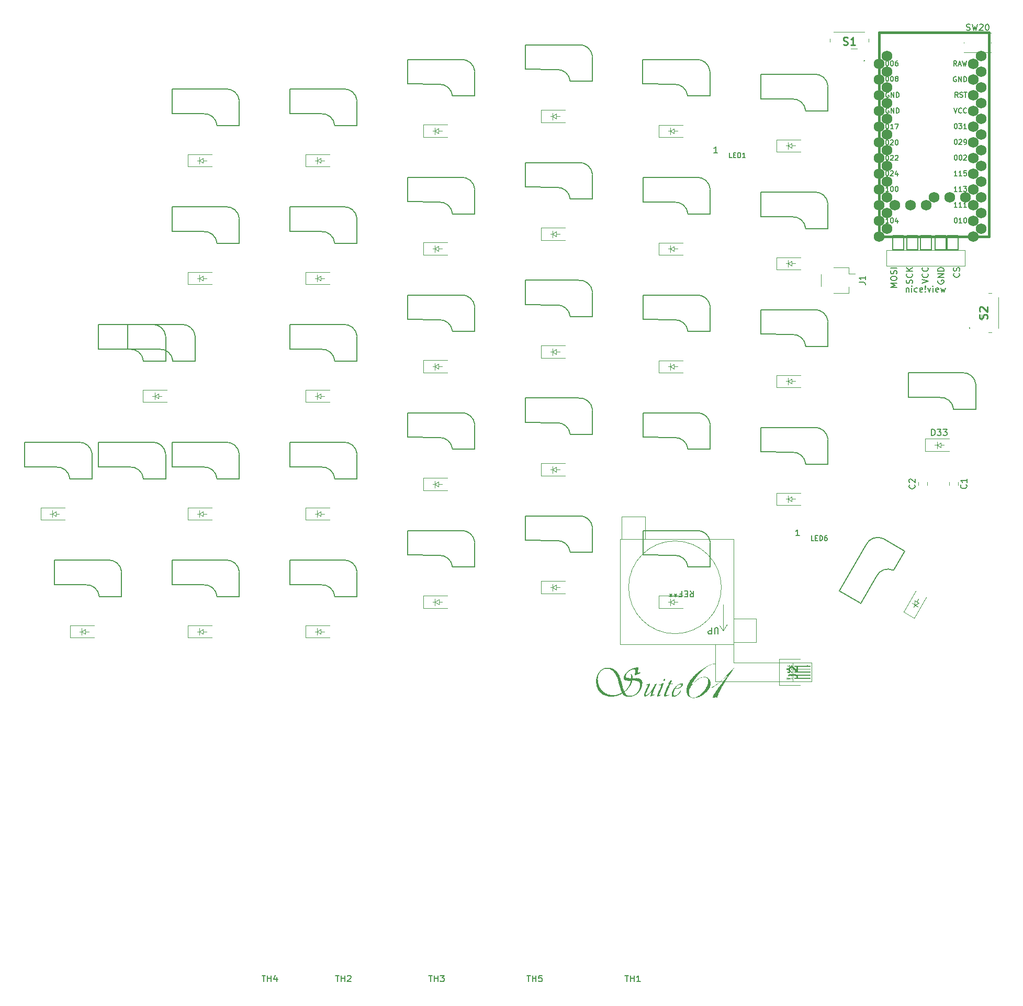
<source format=gbr>
%TF.GenerationSoftware,KiCad,Pcbnew,(6.0.11)*%
%TF.CreationDate,2023-05-19T13:45:06-07:00*%
%TF.ProjectId,suite61pcb,73756974-6536-4317-9063-622e6b696361,rev?*%
%TF.SameCoordinates,Original*%
%TF.FileFunction,Legend,Top*%
%TF.FilePolarity,Positive*%
%FSLAX46Y46*%
G04 Gerber Fmt 4.6, Leading zero omitted, Abs format (unit mm)*
G04 Created by KiCad (PCBNEW (6.0.11)) date 2023-05-19 13:45:06*
%MOMM*%
%LPD*%
G01*
G04 APERTURE LIST*
%ADD10C,0.000000*%
%ADD11C,0.150000*%
%ADD12C,0.254000*%
%ADD13C,0.050000*%
%ADD14C,0.100000*%
%ADD15C,0.200000*%
%ADD16C,0.120000*%
%ADD17C,0.381000*%
%ADD18C,1.752600*%
G04 APERTURE END LIST*
D10*
G36*
X144793028Y-131740397D02*
G01*
X144799094Y-131740811D01*
X144805107Y-131741571D01*
X144811052Y-131742671D01*
X144816917Y-131744106D01*
X144822685Y-131745872D01*
X144828344Y-131747963D01*
X144833879Y-131750375D01*
X144839275Y-131753103D01*
X144844518Y-131756142D01*
X144849595Y-131759487D01*
X144854490Y-131763134D01*
X144859189Y-131767077D01*
X144863678Y-131771313D01*
X144867914Y-131775802D01*
X144871857Y-131780501D01*
X144875504Y-131785396D01*
X144878849Y-131790473D01*
X144881888Y-131795716D01*
X144884616Y-131801112D01*
X144887028Y-131806647D01*
X144889120Y-131812306D01*
X144890885Y-131818075D01*
X144892320Y-131823939D01*
X144893420Y-131829885D01*
X144894180Y-131835897D01*
X144894595Y-131841963D01*
X144894660Y-131848066D01*
X144894371Y-131854194D01*
X144893722Y-131860332D01*
X144893336Y-131868920D01*
X144892532Y-131877442D01*
X144891316Y-131885884D01*
X144889695Y-131894232D01*
X144887674Y-131902472D01*
X144885260Y-131910591D01*
X144882459Y-131918575D01*
X144879275Y-131926409D01*
X144875717Y-131934080D01*
X144871789Y-131941574D01*
X144867498Y-131948877D01*
X144862850Y-131955975D01*
X144857850Y-131962854D01*
X144852505Y-131969501D01*
X144846821Y-131975901D01*
X144840804Y-131982040D01*
X144834975Y-131988217D01*
X144828856Y-131994045D01*
X144822463Y-131999517D01*
X144815812Y-132004624D01*
X144808919Y-132009361D01*
X144801801Y-132013720D01*
X144794473Y-132017695D01*
X144786951Y-132021277D01*
X144779253Y-132024459D01*
X144771392Y-132027235D01*
X144763387Y-132029598D01*
X144755252Y-132031540D01*
X144747004Y-132033054D01*
X144738658Y-132034133D01*
X144730232Y-132034770D01*
X144721741Y-132034957D01*
X144706858Y-132034522D01*
X144692962Y-132033210D01*
X144686384Y-132032224D01*
X144680052Y-132031015D01*
X144673964Y-132029584D01*
X144668122Y-132027929D01*
X144662523Y-132026049D01*
X144657168Y-132023943D01*
X144652057Y-132021611D01*
X144647188Y-132019051D01*
X144642561Y-132016262D01*
X144638176Y-132013244D01*
X144634032Y-132009995D01*
X144630129Y-132006514D01*
X144626467Y-132002801D01*
X144623044Y-131998855D01*
X144619860Y-131994673D01*
X144616916Y-131990257D01*
X144614209Y-131985604D01*
X144611741Y-131980714D01*
X144609510Y-131975585D01*
X144607516Y-131970217D01*
X144605758Y-131964608D01*
X144604236Y-131958759D01*
X144602950Y-131952667D01*
X144601899Y-131946332D01*
X144601082Y-131939753D01*
X144600499Y-131932928D01*
X144600033Y-131918540D01*
X144600610Y-131909670D01*
X144601597Y-131900917D01*
X144602985Y-131892293D01*
X144604764Y-131883806D01*
X144606924Y-131875466D01*
X144609456Y-131867283D01*
X144612351Y-131859267D01*
X144615598Y-131851427D01*
X144619189Y-131843773D01*
X144623114Y-131836314D01*
X144627363Y-131829061D01*
X144631927Y-131822022D01*
X144636797Y-131815208D01*
X144641962Y-131808629D01*
X144647413Y-131802293D01*
X144653142Y-131796211D01*
X144659137Y-131790392D01*
X144665390Y-131784846D01*
X144671891Y-131779582D01*
X144678631Y-131774611D01*
X144685600Y-131769941D01*
X144692789Y-131765584D01*
X144700188Y-131761547D01*
X144707787Y-131757841D01*
X144715577Y-131754476D01*
X144723549Y-131751462D01*
X144731693Y-131748807D01*
X144739999Y-131746522D01*
X144748458Y-131744615D01*
X144757061Y-131743098D01*
X144765798Y-131741980D01*
X144774658Y-131741270D01*
X144780796Y-131740621D01*
X144786925Y-131740331D01*
X144793028Y-131740397D01*
G37*
G36*
X145999933Y-131981214D02*
G01*
X145990792Y-132004530D01*
X145968261Y-132060093D01*
X145907075Y-132206936D01*
X145827701Y-132392145D01*
X145803889Y-132452999D01*
X146166367Y-132463582D01*
X146134617Y-132540311D01*
X145769492Y-132540311D01*
X145748325Y-132582645D01*
X145657705Y-132784390D01*
X145580894Y-132959924D01*
X145534829Y-133067442D01*
X145483742Y-133188541D01*
X145376254Y-133430635D01*
X145235033Y-133752104D01*
X145202341Y-133816151D01*
X145172135Y-133881322D01*
X145144439Y-133947543D01*
X145119281Y-134014742D01*
X145096685Y-134082845D01*
X145076678Y-134151780D01*
X145059286Y-134221474D01*
X145044533Y-134291853D01*
X145044032Y-134297645D01*
X145043867Y-134303422D01*
X145044032Y-134309171D01*
X145044524Y-134314878D01*
X145045337Y-134320530D01*
X145046467Y-134326115D01*
X145047908Y-134331618D01*
X145049657Y-134337027D01*
X145051709Y-134342329D01*
X145054059Y-134347510D01*
X145056703Y-134352557D01*
X145059635Y-134357458D01*
X145062851Y-134362198D01*
X145066346Y-134366765D01*
X145070116Y-134371145D01*
X145074156Y-134375326D01*
X145078431Y-134379267D01*
X145082899Y-134382933D01*
X145087547Y-134386320D01*
X145092361Y-134389423D01*
X145097329Y-134392239D01*
X145102438Y-134394763D01*
X145107673Y-134396991D01*
X145113021Y-134398917D01*
X145118470Y-134400539D01*
X145124006Y-134401851D01*
X145129616Y-134402849D01*
X145135286Y-134403529D01*
X145141003Y-134403886D01*
X145146754Y-134403916D01*
X145152526Y-134403615D01*
X145158304Y-134402978D01*
X145183971Y-134399231D01*
X145209441Y-134394620D01*
X145234697Y-134389154D01*
X145259716Y-134382842D01*
X145284478Y-134375691D01*
X145308962Y-134367712D01*
X145333149Y-134358912D01*
X145357016Y-134349300D01*
X145380545Y-134338885D01*
X145403713Y-134327676D01*
X145426501Y-134315681D01*
X145448888Y-134302910D01*
X145470853Y-134289370D01*
X145492376Y-134275070D01*
X145513436Y-134260020D01*
X145534012Y-134244228D01*
X145573700Y-134291853D01*
X145532339Y-134321918D01*
X145490063Y-134350614D01*
X145446909Y-134377921D01*
X145402910Y-134403820D01*
X145358101Y-134428290D01*
X145312517Y-134451312D01*
X145266191Y-134472867D01*
X145219159Y-134492935D01*
X145199728Y-134501702D01*
X145180112Y-134509994D01*
X145160321Y-134517808D01*
X145140363Y-134525143D01*
X145120248Y-134531996D01*
X145099983Y-134538366D01*
X145079578Y-134544249D01*
X145059042Y-134549643D01*
X145038383Y-134554547D01*
X145017610Y-134558959D01*
X144996732Y-134562875D01*
X144975758Y-134566295D01*
X144954696Y-134569215D01*
X144933556Y-134571633D01*
X144912346Y-134573548D01*
X144891075Y-134574957D01*
X144867541Y-134574368D01*
X144845553Y-134572600D01*
X144825108Y-134569655D01*
X144806201Y-134565531D01*
X144797324Y-134563027D01*
X144788830Y-134560229D01*
X144780718Y-134557136D01*
X144772989Y-134553749D01*
X144765641Y-134550067D01*
X144758675Y-134546090D01*
X144752089Y-134541819D01*
X144745884Y-134537253D01*
X144740059Y-134532393D01*
X144734613Y-134527239D01*
X144729546Y-134521789D01*
X144724857Y-134516046D01*
X144720546Y-134510007D01*
X144716613Y-134503674D01*
X144713056Y-134497047D01*
X144709876Y-134490125D01*
X144707072Y-134482908D01*
X144704643Y-134475397D01*
X144702590Y-134467591D01*
X144700910Y-134459491D01*
X144699605Y-134451096D01*
X144698673Y-134442407D01*
X144697929Y-134424144D01*
X144716314Y-134344882D01*
X144737237Y-134266318D01*
X144760677Y-134188512D01*
X144786613Y-134111524D01*
X144815023Y-134035414D01*
X144845887Y-133960243D01*
X144879182Y-133886071D01*
X144914887Y-133812957D01*
X145179470Y-133201770D01*
X145359387Y-132784389D01*
X145444054Y-132590582D01*
X145470512Y-132532374D01*
X145134491Y-132532374D01*
X145168887Y-132455645D01*
X145203284Y-132455645D01*
X145222969Y-132457466D01*
X145242648Y-132458418D01*
X145262293Y-132458508D01*
X145281878Y-132457743D01*
X145301375Y-132456130D01*
X145320756Y-132453673D01*
X145339996Y-132450381D01*
X145359066Y-132446260D01*
X145377939Y-132441315D01*
X145396588Y-132435554D01*
X145414987Y-132428983D01*
X145433107Y-132421609D01*
X145450922Y-132413438D01*
X145468405Y-132404476D01*
X145485528Y-132394730D01*
X145502263Y-132384207D01*
X145518953Y-132361913D01*
X145535156Y-132339290D01*
X145550870Y-132316347D01*
X145566090Y-132293092D01*
X145580812Y-132269532D01*
X145595031Y-132245676D01*
X145608744Y-132221532D01*
X145621945Y-132197108D01*
X145634630Y-132172413D01*
X145646796Y-132147454D01*
X145658438Y-132122240D01*
X145669552Y-132096779D01*
X145680133Y-132071078D01*
X145690178Y-132045147D01*
X145699681Y-132018993D01*
X145708638Y-131992624D01*
X145761555Y-131992624D01*
X145792672Y-131992081D01*
X145823733Y-131990553D01*
X145854714Y-131988043D01*
X145885593Y-131984555D01*
X145916346Y-131980091D01*
X145946950Y-131974654D01*
X145977381Y-131968247D01*
X146007617Y-131960874D01*
X145999933Y-131981214D01*
G37*
G36*
X156062899Y-129901382D02*
G01*
X156062687Y-129901790D01*
X156062444Y-129902415D01*
X156062320Y-129902819D01*
X156062201Y-129903289D01*
X156062089Y-129903828D01*
X156061989Y-129904441D01*
X156061904Y-129905132D01*
X156061839Y-129905903D01*
X156061797Y-129906761D01*
X156061782Y-129907707D01*
X156057648Y-129918900D01*
X156045246Y-129942558D01*
X155995636Y-130027266D01*
X155912954Y-130161831D01*
X155797199Y-130346254D01*
X155466470Y-130864672D01*
X155003450Y-131582520D01*
X154611867Y-132193211D01*
X154286429Y-132718243D01*
X154148515Y-132948638D01*
X154027137Y-133157617D01*
X153922296Y-133345182D01*
X153833991Y-133511332D01*
X153757216Y-133661511D01*
X153684912Y-133813773D01*
X153617117Y-133968018D01*
X153553872Y-134124144D01*
X153495214Y-134282052D01*
X153441184Y-134441640D01*
X153391820Y-134602808D01*
X153347162Y-134765454D01*
X153311657Y-134757197D01*
X153275952Y-134749970D01*
X153240069Y-134743777D01*
X153204030Y-134738620D01*
X153167858Y-134734502D01*
X153131575Y-134731427D01*
X153095203Y-134729397D01*
X153058765Y-134728415D01*
X152995591Y-134731960D01*
X152932491Y-134736479D01*
X152869475Y-134741971D01*
X152806555Y-134748434D01*
X152743742Y-134755867D01*
X152681048Y-134764270D01*
X152618483Y-134773640D01*
X152556060Y-134783977D01*
X152601131Y-134664542D01*
X152656310Y-134537088D01*
X152721598Y-134401613D01*
X152796993Y-134258118D01*
X152882496Y-134106603D01*
X152978107Y-133947067D01*
X153083826Y-133779512D01*
X153199654Y-133603936D01*
X153325589Y-133420340D01*
X153461632Y-133228724D01*
X153607783Y-133029087D01*
X153764042Y-132821431D01*
X154106884Y-132382057D01*
X154490157Y-131910603D01*
X154665328Y-131705044D01*
X154837741Y-131497212D01*
X155007374Y-131287133D01*
X155174205Y-131074837D01*
X155338212Y-130860352D01*
X155499373Y-130643706D01*
X155657666Y-130424928D01*
X155813070Y-130204045D01*
X155537871Y-130527433D01*
X155254224Y-130843130D01*
X154962295Y-131150973D01*
X154662248Y-131450804D01*
X154354249Y-131742459D01*
X154038464Y-132025780D01*
X153715056Y-132300605D01*
X153384193Y-132566773D01*
X153196025Y-132707172D01*
X153028290Y-132828750D01*
X152880833Y-132931539D01*
X152753498Y-133015569D01*
X152646130Y-133080873D01*
X152599886Y-133106511D01*
X152558575Y-133127479D01*
X152522179Y-133143781D01*
X152490678Y-133155421D01*
X152464052Y-133162402D01*
X152442283Y-133164728D01*
X152433095Y-133164676D01*
X152429039Y-133164553D01*
X152425333Y-133164314D01*
X152421967Y-133163920D01*
X152418935Y-133163332D01*
X152417542Y-133162954D01*
X152416228Y-133162512D01*
X152414995Y-133162003D01*
X152413840Y-133161420D01*
X152412762Y-133160761D01*
X152411761Y-133160019D01*
X152410835Y-133159189D01*
X152409984Y-133158268D01*
X152409207Y-133157250D01*
X152408503Y-133156130D01*
X152407870Y-133154903D01*
X152407307Y-133153565D01*
X152406815Y-133152111D01*
X152406391Y-133150536D01*
X152406036Y-133148835D01*
X152405747Y-133147003D01*
X152405524Y-133145035D01*
X152405366Y-133142927D01*
X152405240Y-133138269D01*
X152405295Y-133135819D01*
X152405457Y-133133430D01*
X152405729Y-133131100D01*
X152406109Y-133128828D01*
X152406597Y-133126612D01*
X152407194Y-133124450D01*
X152407899Y-133122342D01*
X152408713Y-133120286D01*
X152409636Y-133118280D01*
X152410667Y-133116323D01*
X152411806Y-133114413D01*
X152413054Y-133112550D01*
X152414411Y-133110731D01*
X152415876Y-133108955D01*
X152417449Y-133107221D01*
X152419132Y-133105527D01*
X152420922Y-133103872D01*
X152422821Y-133102254D01*
X152424829Y-133100672D01*
X152426945Y-133099124D01*
X152429170Y-133097610D01*
X152431503Y-133096126D01*
X152436495Y-133093249D01*
X152441921Y-133090480D01*
X152447781Y-133087807D01*
X152454075Y-133085220D01*
X152460803Y-133082707D01*
X152611564Y-133007952D01*
X152770820Y-132917962D01*
X152938572Y-132812739D01*
X153114820Y-132692281D01*
X153299563Y-132556589D01*
X153492802Y-132405663D01*
X153694536Y-132239502D01*
X153904766Y-132058108D01*
X154123492Y-131861479D01*
X154350713Y-131649616D01*
X154586430Y-131422519D01*
X154830643Y-131180187D01*
X155083351Y-130922622D01*
X155344555Y-130649822D01*
X155614254Y-130361788D01*
X155892450Y-130058520D01*
X155953304Y-129995020D01*
X155974016Y-129972809D01*
X155992496Y-129953761D01*
X156008743Y-129937814D01*
X156022757Y-129924905D01*
X156028927Y-129919571D01*
X156034539Y-129914973D01*
X156039593Y-129911104D01*
X156044089Y-129907955D01*
X156048027Y-129905520D01*
X156051406Y-129903790D01*
X156054228Y-129902758D01*
X156056491Y-129902415D01*
X156057438Y-129902401D01*
X156058295Y-129902359D01*
X156059067Y-129902293D01*
X156059757Y-129902209D01*
X156060370Y-129902109D01*
X156060910Y-129901997D01*
X156061379Y-129901877D01*
X156061783Y-129901754D01*
X156062408Y-129901511D01*
X156062816Y-129901299D01*
X156063106Y-129901092D01*
X156062899Y-129901382D01*
G37*
G36*
X148383238Y-133899066D02*
G01*
X148373282Y-133838803D01*
X148366188Y-133778001D01*
X148361988Y-133716760D01*
X148360718Y-133655177D01*
X148362411Y-133593352D01*
X148371105Y-133472371D01*
X148384668Y-133352196D01*
X148403048Y-133232964D01*
X148426189Y-133114812D01*
X148454037Y-132997877D01*
X148486539Y-132882296D01*
X148523641Y-132768208D01*
X148565288Y-132655750D01*
X148611427Y-132545058D01*
X148662003Y-132436270D01*
X148716962Y-132329524D01*
X148776251Y-132224958D01*
X148839815Y-132122707D01*
X148907600Y-132022910D01*
X148979552Y-131925705D01*
X149055618Y-131831228D01*
X149159154Y-131703327D01*
X149265280Y-131577735D01*
X149373956Y-131454489D01*
X149485141Y-131333625D01*
X149598794Y-131215179D01*
X149714876Y-131099188D01*
X149833345Y-130985689D01*
X149954161Y-130874717D01*
X150077283Y-130766310D01*
X150202671Y-130660504D01*
X150330284Y-130557336D01*
X150460081Y-130456841D01*
X150592023Y-130359057D01*
X150726067Y-130264020D01*
X150862175Y-130171766D01*
X151000305Y-130082333D01*
X151129483Y-129999011D01*
X151260403Y-129918560D01*
X151393017Y-129841006D01*
X151527277Y-129766375D01*
X151663134Y-129694693D01*
X151800540Y-129625986D01*
X151939447Y-129560281D01*
X152079807Y-129497603D01*
X152129799Y-129473363D01*
X152180271Y-129450256D01*
X152231206Y-129428288D01*
X152282582Y-129407464D01*
X152334381Y-129387789D01*
X152386582Y-129369270D01*
X152439167Y-129351912D01*
X152492116Y-129335721D01*
X152545410Y-129320703D01*
X152599028Y-129306864D01*
X152652952Y-129294208D01*
X152707162Y-129282743D01*
X152761639Y-129272473D01*
X152816363Y-129263404D01*
X152871314Y-129255542D01*
X152926473Y-129248893D01*
X152931581Y-129248242D01*
X152936490Y-129247771D01*
X152941203Y-129247477D01*
X152945721Y-129247354D01*
X152950048Y-129247398D01*
X152954185Y-129247603D01*
X152958135Y-129247966D01*
X152961901Y-129248481D01*
X152965484Y-129249143D01*
X152968888Y-129249947D01*
X152972114Y-129250889D01*
X152975165Y-129251964D01*
X152978044Y-129253166D01*
X152980754Y-129254492D01*
X152983295Y-129255936D01*
X152985671Y-129257493D01*
X152987885Y-129259159D01*
X152989938Y-129260929D01*
X152991833Y-129262797D01*
X152993572Y-129264759D01*
X152995159Y-129266811D01*
X152996595Y-129268946D01*
X152997882Y-129271161D01*
X152999024Y-129273451D01*
X153000023Y-129275811D01*
X153000880Y-129278235D01*
X153002182Y-129283259D01*
X153002949Y-129288485D01*
X153003200Y-129293874D01*
X153003114Y-129296563D01*
X153002858Y-129299175D01*
X153002428Y-129301708D01*
X153001825Y-129304163D01*
X153001048Y-129306537D01*
X153000095Y-129308832D01*
X152998966Y-129311047D01*
X152997660Y-129313180D01*
X152996176Y-129315232D01*
X152994512Y-129317202D01*
X152992668Y-129319090D01*
X152990642Y-129320895D01*
X152988435Y-129322617D01*
X152986045Y-129324255D01*
X152983470Y-129325809D01*
X152980710Y-129327277D01*
X152977765Y-129328661D01*
X152974632Y-129329959D01*
X152971311Y-129331170D01*
X152967802Y-129332295D01*
X152964102Y-129333333D01*
X152960212Y-129334283D01*
X152956129Y-129335145D01*
X152951854Y-129335918D01*
X152947385Y-129336602D01*
X152942722Y-129337196D01*
X152937863Y-129337700D01*
X152932807Y-129338114D01*
X152927553Y-129338437D01*
X152922101Y-129338668D01*
X152916449Y-129338806D01*
X152910596Y-129338853D01*
X152823283Y-129338853D01*
X152717926Y-129343473D01*
X152609550Y-129357332D01*
X152498157Y-129380432D01*
X152383745Y-129412771D01*
X152266315Y-129454350D01*
X152145868Y-129505168D01*
X152022403Y-129565227D01*
X151895919Y-129634525D01*
X151766418Y-129713063D01*
X151633899Y-129800840D01*
X151498362Y-129897857D01*
X151359807Y-130004115D01*
X151218234Y-130119611D01*
X151073644Y-130244348D01*
X150926035Y-130378324D01*
X150775409Y-130521540D01*
X150633058Y-130659474D01*
X150494298Y-130800723D01*
X150359180Y-130945214D01*
X150227756Y-131092874D01*
X150100079Y-131243631D01*
X149976200Y-131397410D01*
X149856171Y-131554138D01*
X149740044Y-131713743D01*
X149627871Y-131876151D01*
X149519703Y-132041289D01*
X149415594Y-132209084D01*
X149315593Y-132379462D01*
X149219754Y-132552352D01*
X149128128Y-132727678D01*
X149040768Y-132905369D01*
X148957724Y-133085350D01*
X149011435Y-132997731D01*
X149067186Y-132911519D01*
X149124945Y-132826748D01*
X149184684Y-132743450D01*
X149246373Y-132661660D01*
X149309982Y-132581410D01*
X149375482Y-132502734D01*
X149442843Y-132425664D01*
X149512035Y-132350234D01*
X149583028Y-132276476D01*
X149655793Y-132204424D01*
X149730300Y-132134112D01*
X149806520Y-132065571D01*
X149884423Y-131998836D01*
X149963979Y-131933940D01*
X150045158Y-131870915D01*
X150107804Y-131820254D01*
X150172268Y-131772321D01*
X150238459Y-131727152D01*
X150306286Y-131684783D01*
X150375657Y-131645250D01*
X150446482Y-131608589D01*
X150518669Y-131574836D01*
X150592128Y-131544028D01*
X150666766Y-131516201D01*
X150742493Y-131491390D01*
X150819219Y-131469632D01*
X150896850Y-131450963D01*
X150975297Y-131435418D01*
X151054469Y-131423034D01*
X151134273Y-131413848D01*
X151214620Y-131407895D01*
X151266874Y-131407139D01*
X151318865Y-131409002D01*
X151370504Y-131413448D01*
X151421700Y-131420445D01*
X151472364Y-131429958D01*
X151522404Y-131441954D01*
X151571730Y-131456398D01*
X151620253Y-131473257D01*
X151667883Y-131492498D01*
X151714528Y-131514085D01*
X151760098Y-131537985D01*
X151804505Y-131564164D01*
X151847656Y-131592589D01*
X151889463Y-131623226D01*
X151929835Y-131656040D01*
X151968681Y-131690998D01*
X152004440Y-131728465D01*
X152038033Y-131767557D01*
X152069420Y-131808177D01*
X152098566Y-131850230D01*
X152125431Y-131893621D01*
X152149979Y-131938254D01*
X152172171Y-131984033D01*
X152191971Y-132030862D01*
X152209341Y-132078646D01*
X152224243Y-132127289D01*
X152236639Y-132176696D01*
X152246492Y-132226770D01*
X152253764Y-132277416D01*
X152258418Y-132328539D01*
X152260416Y-132380043D01*
X152259721Y-132431831D01*
X152256186Y-132534853D01*
X152245582Y-132637545D01*
X152227909Y-132739905D01*
X152203166Y-132841935D01*
X152171355Y-132943634D01*
X152132473Y-133045003D01*
X152086523Y-133146041D01*
X152033503Y-133246748D01*
X151973413Y-133347124D01*
X151906255Y-133447170D01*
X151832027Y-133546884D01*
X151750729Y-133646268D01*
X151662363Y-133745322D01*
X151566926Y-133844044D01*
X151464421Y-133942436D01*
X151354846Y-134040498D01*
X151259511Y-134128806D01*
X151160589Y-134212325D01*
X151058265Y-134290974D01*
X150952726Y-134364676D01*
X150844155Y-134433349D01*
X150732739Y-134496916D01*
X150618661Y-134555297D01*
X150502108Y-134608411D01*
X150383264Y-134656181D01*
X150262314Y-134698527D01*
X150139444Y-134735369D01*
X150014838Y-134766628D01*
X149888683Y-134792224D01*
X149761161Y-134812079D01*
X149632460Y-134826113D01*
X149502764Y-134834247D01*
X149444305Y-134835159D01*
X149386184Y-134832934D01*
X149328515Y-134827617D01*
X149271412Y-134819254D01*
X149214989Y-134807893D01*
X149159362Y-134793580D01*
X149104644Y-134776360D01*
X149050950Y-134756280D01*
X148998393Y-134733386D01*
X148947090Y-134707724D01*
X148897153Y-134679341D01*
X148848697Y-134648284D01*
X148801837Y-134614597D01*
X148756686Y-134578328D01*
X148713360Y-134539522D01*
X148671973Y-134498226D01*
X148632765Y-134450393D01*
X148596048Y-134400937D01*
X148561856Y-134349956D01*
X148530221Y-134297550D01*
X148501179Y-134243816D01*
X148474761Y-134188854D01*
X148451003Y-134132762D01*
X148429938Y-134075639D01*
X148411600Y-134017582D01*
X148408623Y-134006330D01*
X148747843Y-134006330D01*
X148748773Y-134046101D01*
X148751471Y-134085672D01*
X148755919Y-134124987D01*
X148762098Y-134163991D01*
X148769991Y-134202626D01*
X148779580Y-134240839D01*
X148790847Y-134278571D01*
X148803772Y-134315767D01*
X148818340Y-134352372D01*
X148834530Y-134388329D01*
X148852326Y-134423582D01*
X148871709Y-134458075D01*
X148892661Y-134491752D01*
X148915164Y-134524558D01*
X148939200Y-134556435D01*
X148962154Y-134582662D01*
X148986445Y-134607362D01*
X149011995Y-134630501D01*
X149038726Y-134652044D01*
X149066561Y-134671956D01*
X149095423Y-134690202D01*
X149125232Y-134706748D01*
X149155913Y-134721558D01*
X149187387Y-134734598D01*
X149219576Y-134745834D01*
X149252403Y-134755229D01*
X149285790Y-134762750D01*
X149319660Y-134768362D01*
X149353934Y-134772030D01*
X149388536Y-134773719D01*
X149423388Y-134773394D01*
X149514177Y-134769734D01*
X149605981Y-134758749D01*
X149698824Y-134740431D01*
X149792729Y-134714773D01*
X149887720Y-134681765D01*
X149983819Y-134641402D01*
X150081049Y-134593675D01*
X150179434Y-134538577D01*
X150278998Y-134476098D01*
X150379763Y-134406233D01*
X150481753Y-134328973D01*
X150584991Y-134244310D01*
X150689500Y-134152237D01*
X150795304Y-134052746D01*
X150902426Y-133945829D01*
X151010888Y-133831478D01*
X151116351Y-133713968D01*
X151214504Y-133597585D01*
X151305417Y-133482342D01*
X151389160Y-133368250D01*
X151465802Y-133255321D01*
X151535414Y-133143566D01*
X151598065Y-133032997D01*
X151653825Y-132923626D01*
X151702764Y-132815464D01*
X151744951Y-132708523D01*
X151780457Y-132602814D01*
X151809351Y-132498350D01*
X151831702Y-132395141D01*
X151847581Y-132293199D01*
X151857057Y-132192537D01*
X151860200Y-132093165D01*
X151859526Y-132054586D01*
X151857502Y-132017232D01*
X151854129Y-131981102D01*
X151849405Y-131946197D01*
X151843331Y-131912517D01*
X151835905Y-131880062D01*
X151827128Y-131848831D01*
X151816999Y-131818825D01*
X151805517Y-131790044D01*
X151792682Y-131762488D01*
X151778493Y-131736156D01*
X151762950Y-131711049D01*
X151746053Y-131687167D01*
X151727800Y-131664509D01*
X151708192Y-131643076D01*
X151687228Y-131622868D01*
X151664908Y-131603885D01*
X151641231Y-131586126D01*
X151616196Y-131569592D01*
X151589803Y-131554283D01*
X151562051Y-131540199D01*
X151532941Y-131527339D01*
X151502472Y-131515704D01*
X151470642Y-131505294D01*
X151437452Y-131496108D01*
X151402901Y-131488148D01*
X151366989Y-131481412D01*
X151329715Y-131475900D01*
X151291079Y-131471614D01*
X151251080Y-131468552D01*
X151209718Y-131466715D01*
X151166992Y-131466103D01*
X151079109Y-131469512D01*
X150989173Y-131479735D01*
X150897299Y-131496764D01*
X150803603Y-131520590D01*
X150708202Y-131551207D01*
X150611212Y-131588607D01*
X150512749Y-131632781D01*
X150412929Y-131683722D01*
X150311869Y-131741423D01*
X150209685Y-131805875D01*
X150106494Y-131877071D01*
X150002411Y-131955003D01*
X149897553Y-132039663D01*
X149792036Y-132131044D01*
X149685977Y-132229138D01*
X149579491Y-132333936D01*
X149476416Y-132441712D01*
X149380469Y-132548740D01*
X149291584Y-132655015D01*
X149209694Y-132760535D01*
X149134734Y-132865296D01*
X149066639Y-132969293D01*
X149005341Y-133072522D01*
X148950775Y-133174980D01*
X148902875Y-133276663D01*
X148861576Y-133377567D01*
X148826812Y-133477689D01*
X148798515Y-133577023D01*
X148776622Y-133675567D01*
X148761066Y-133773316D01*
X148751780Y-133870267D01*
X148748699Y-133966415D01*
X148747843Y-134006330D01*
X148408623Y-134006330D01*
X148396022Y-133958692D01*
X148383238Y-133899066D01*
G37*
G36*
X147625369Y-132445650D02*
G01*
X147648664Y-132447412D01*
X147670300Y-132450346D01*
X147690284Y-132454446D01*
X147708626Y-132459708D01*
X147717183Y-132462774D01*
X147725332Y-132466130D01*
X147733074Y-132469774D01*
X147740410Y-132473706D01*
X147747340Y-132477926D01*
X147753867Y-132482434D01*
X147759991Y-132487228D01*
X147765713Y-132492308D01*
X147771034Y-132497675D01*
X147775954Y-132503326D01*
X147780475Y-132509263D01*
X147784598Y-132515484D01*
X147788324Y-132521989D01*
X147791653Y-132528777D01*
X147794588Y-132535848D01*
X147797127Y-132543202D01*
X147799274Y-132550837D01*
X147801028Y-132558754D01*
X147802390Y-132566952D01*
X147803362Y-132575431D01*
X147804138Y-132593228D01*
X147802370Y-132609570D01*
X147799991Y-132625793D01*
X147797008Y-132641880D01*
X147793427Y-132657815D01*
X147789255Y-132673583D01*
X147784499Y-132689166D01*
X147779164Y-132704550D01*
X147773259Y-132719717D01*
X147766789Y-132734653D01*
X147759760Y-132749340D01*
X147752181Y-132763763D01*
X147744056Y-132777906D01*
X147735394Y-132791752D01*
X147726200Y-132805286D01*
X147716480Y-132818491D01*
X147706243Y-132831352D01*
X147693470Y-132849121D01*
X147680349Y-132866616D01*
X147666887Y-132883832D01*
X147653086Y-132900763D01*
X147638952Y-132917406D01*
X147624490Y-132933756D01*
X147609704Y-132949807D01*
X147594599Y-132965556D01*
X147579179Y-132980996D01*
X147563449Y-132996124D01*
X147547415Y-133010935D01*
X147531080Y-133025423D01*
X147514449Y-133039585D01*
X147497527Y-133053415D01*
X147480318Y-133066909D01*
X147462828Y-133080061D01*
X147421722Y-133107769D01*
X147379827Y-133134206D01*
X147337174Y-133159358D01*
X147293793Y-133183207D01*
X147249712Y-133205739D01*
X147204963Y-133226937D01*
X147159575Y-133246786D01*
X147113577Y-133265269D01*
X147094457Y-133274094D01*
X147075161Y-133282479D01*
X147055696Y-133290422D01*
X147036070Y-133297923D01*
X147016291Y-133304977D01*
X146996366Y-133311584D01*
X146976302Y-133317742D01*
X146956109Y-133323447D01*
X146935793Y-133328699D01*
X146915361Y-133333495D01*
X146894823Y-133337833D01*
X146874184Y-133341711D01*
X146853453Y-133345127D01*
X146832638Y-133348079D01*
X146811746Y-133350564D01*
X146790785Y-133352582D01*
X146783202Y-133352477D01*
X146775689Y-133352046D01*
X146768254Y-133351293D01*
X146760905Y-133350225D01*
X146753649Y-133348849D01*
X146746494Y-133347170D01*
X146739448Y-133345195D01*
X146732518Y-133342929D01*
X146725713Y-133340380D01*
X146719041Y-133337553D01*
X146706123Y-133331091D01*
X146693828Y-133323592D01*
X146682217Y-133315106D01*
X146671354Y-133305683D01*
X146661299Y-133295372D01*
X146652116Y-133284223D01*
X146647871Y-133278350D01*
X146643867Y-133272285D01*
X146640112Y-133266037D01*
X146636614Y-133259609D01*
X146633380Y-133253010D01*
X146630419Y-133246244D01*
X146627737Y-133239318D01*
X146625344Y-133232239D01*
X146623246Y-133225012D01*
X146621452Y-133217644D01*
X146643139Y-133220975D01*
X146664877Y-133223923D01*
X146686661Y-133226486D01*
X146708484Y-133228664D01*
X146730342Y-133230457D01*
X146752231Y-133231864D01*
X146774144Y-133232885D01*
X146796077Y-133233520D01*
X146828005Y-133232987D01*
X146859803Y-133231218D01*
X146891437Y-133228224D01*
X146922874Y-133224015D01*
X146954078Y-133218603D01*
X146985017Y-133211999D01*
X147015656Y-133204212D01*
X147045962Y-133195253D01*
X147075900Y-133185134D01*
X147105437Y-133173866D01*
X147134538Y-133161458D01*
X147163170Y-133147921D01*
X147191299Y-133133267D01*
X147218890Y-133117506D01*
X147245911Y-133100649D01*
X147272326Y-133082707D01*
X147283699Y-133076698D01*
X147294829Y-133070354D01*
X147316337Y-133056689D01*
X147336808Y-133041774D01*
X147356199Y-133025671D01*
X147374469Y-133008443D01*
X147391575Y-132990153D01*
X147407474Y-132970863D01*
X147422124Y-132950635D01*
X147435483Y-132929532D01*
X147447509Y-132907617D01*
X147458158Y-132884951D01*
X147467389Y-132861599D01*
X147475160Y-132837621D01*
X147481428Y-132813080D01*
X147486150Y-132788039D01*
X147487919Y-132775351D01*
X147489285Y-132762561D01*
X147489130Y-132754988D01*
X147488665Y-132747648D01*
X147487890Y-132740542D01*
X147486804Y-132733669D01*
X147485409Y-132727031D01*
X147483704Y-132720628D01*
X147481688Y-132714460D01*
X147479363Y-132708529D01*
X147476727Y-132702833D01*
X147473782Y-132697375D01*
X147470526Y-132692154D01*
X147466961Y-132687171D01*
X147463085Y-132682426D01*
X147458899Y-132677920D01*
X147454403Y-132673653D01*
X147449597Y-132669627D01*
X147444481Y-132665840D01*
X147439055Y-132662294D01*
X147433319Y-132658990D01*
X147427273Y-132655927D01*
X147420917Y-132653107D01*
X147414251Y-132650529D01*
X147407275Y-132648194D01*
X147399988Y-132646104D01*
X147392392Y-132644257D01*
X147384485Y-132642655D01*
X147376269Y-132641298D01*
X147367742Y-132640187D01*
X147358905Y-132639321D01*
X147349759Y-132638703D01*
X147340302Y-132638331D01*
X147330535Y-132638207D01*
X147286180Y-132644105D01*
X147242452Y-132652383D01*
X147199435Y-132662992D01*
X147157213Y-132675882D01*
X147115870Y-132691002D01*
X147075490Y-132708302D01*
X147036158Y-132727731D01*
X146997956Y-132749239D01*
X146960970Y-132772775D01*
X146925283Y-132798290D01*
X146890980Y-132825733D01*
X146858145Y-132855053D01*
X146826861Y-132886201D01*
X146797212Y-132919125D01*
X146769284Y-132953776D01*
X146743160Y-132990103D01*
X146716103Y-133022916D01*
X146689714Y-133056231D01*
X146663999Y-133090039D01*
X146638964Y-133124328D01*
X146614615Y-133159088D01*
X146590960Y-133194309D01*
X146568004Y-133229980D01*
X146545753Y-133266091D01*
X146524215Y-133302630D01*
X146503394Y-133339588D01*
X146483299Y-133376955D01*
X146463934Y-133414718D01*
X146445306Y-133452869D01*
X146427422Y-133491397D01*
X146410288Y-133530291D01*
X146393910Y-133569540D01*
X146378776Y-133604429D01*
X146364497Y-133639634D01*
X146351075Y-133675140D01*
X146338514Y-133710931D01*
X146326819Y-133746992D01*
X146315992Y-133783306D01*
X146306038Y-133819858D01*
X146296960Y-133856632D01*
X146288762Y-133893612D01*
X146281448Y-133930782D01*
X146275021Y-133968127D01*
X146269485Y-134005631D01*
X146264844Y-134043277D01*
X146261101Y-134081050D01*
X146258261Y-134118935D01*
X146256326Y-134156915D01*
X146257194Y-134189100D01*
X146259799Y-134219180D01*
X146264139Y-134247160D01*
X146266961Y-134260363D01*
X146270217Y-134273043D01*
X146273906Y-134285199D01*
X146278030Y-134296832D01*
X146282588Y-134307944D01*
X146287580Y-134318533D01*
X146293006Y-134328602D01*
X146298866Y-134338149D01*
X146305160Y-134347176D01*
X146311889Y-134355684D01*
X146319051Y-134363672D01*
X146326647Y-134371141D01*
X146334678Y-134378092D01*
X146343142Y-134384524D01*
X146352041Y-134390440D01*
X146361374Y-134395838D01*
X146371141Y-134400720D01*
X146381342Y-134405087D01*
X146391977Y-134408937D01*
X146403046Y-134412273D01*
X146414549Y-134415094D01*
X146426486Y-134417401D01*
X146438857Y-134419195D01*
X146451663Y-134420475D01*
X146478576Y-134421499D01*
X146515362Y-134417464D01*
X146551736Y-134411615D01*
X146587637Y-134403983D01*
X146623006Y-134394601D01*
X146657781Y-134383498D01*
X146691903Y-134370708D01*
X146725312Y-134356262D01*
X146757946Y-134340191D01*
X146789747Y-134322526D01*
X146820653Y-134303300D01*
X146850604Y-134282544D01*
X146879541Y-134260289D01*
X146907402Y-134236567D01*
X146934127Y-134211410D01*
X146959657Y-134184849D01*
X146983931Y-134156915D01*
X147019137Y-134119076D01*
X147053388Y-134080440D01*
X147086671Y-134041025D01*
X147118973Y-134000850D01*
X147150284Y-133959935D01*
X147180590Y-133918298D01*
X147209881Y-133875957D01*
X147238143Y-133832932D01*
X147265365Y-133789242D01*
X147291535Y-133744905D01*
X147316640Y-133699940D01*
X147340669Y-133654366D01*
X147363610Y-133608201D01*
X147385451Y-133561465D01*
X147406179Y-133514176D01*
X147425782Y-133466353D01*
X147425783Y-133466352D01*
X147429722Y-133473907D01*
X147433450Y-133481556D01*
X147436966Y-133489294D01*
X147440269Y-133497117D01*
X147443358Y-133505020D01*
X147446231Y-133513000D01*
X147448887Y-133521051D01*
X147451325Y-133529169D01*
X147453544Y-133537350D01*
X147455542Y-133545589D01*
X147457318Y-133553882D01*
X147458871Y-133562225D01*
X147460200Y-133570612D01*
X147461302Y-133579039D01*
X147462178Y-133587503D01*
X147462825Y-133595998D01*
X147455270Y-133638545D01*
X147445671Y-133680488D01*
X147434069Y-133721760D01*
X147420503Y-133762297D01*
X147405012Y-133802033D01*
X147387636Y-133840902D01*
X147368414Y-133878838D01*
X147347386Y-133915777D01*
X147324590Y-133951652D01*
X147300068Y-133986399D01*
X147273857Y-134019950D01*
X147245998Y-134052242D01*
X147216530Y-134083209D01*
X147185493Y-134112784D01*
X147152925Y-134140902D01*
X147118866Y-134167498D01*
X147056481Y-134224703D01*
X146995329Y-134278246D01*
X146935401Y-134328122D01*
X146876690Y-134374328D01*
X146819188Y-134416860D01*
X146762888Y-134455713D01*
X146707782Y-134490885D01*
X146653861Y-134522371D01*
X146601119Y-134550167D01*
X146549547Y-134574269D01*
X146499138Y-134594674D01*
X146449884Y-134611378D01*
X146401777Y-134624377D01*
X146354810Y-134633666D01*
X146308974Y-134639243D01*
X146264262Y-134641103D01*
X146242679Y-134640769D01*
X146222069Y-134639769D01*
X146202414Y-134638101D01*
X146183694Y-134635764D01*
X146165891Y-134632760D01*
X146148985Y-134629086D01*
X146132958Y-134624742D01*
X146117791Y-134619729D01*
X146103465Y-134614045D01*
X146089962Y-134607690D01*
X146077261Y-134600664D01*
X146065345Y-134592966D01*
X146054194Y-134584595D01*
X146043790Y-134575552D01*
X146034114Y-134565835D01*
X146025146Y-134555444D01*
X146016868Y-134544378D01*
X146009261Y-134532638D01*
X146002307Y-134520223D01*
X145995985Y-134507131D01*
X145990278Y-134493364D01*
X145985166Y-134478919D01*
X145980631Y-134463798D01*
X145976653Y-134447998D01*
X145973214Y-134431520D01*
X145970295Y-134414364D01*
X145965940Y-134378013D01*
X145963439Y-134338941D01*
X145962638Y-134297145D01*
X145965036Y-134243314D01*
X145969152Y-134189686D01*
X145974975Y-134136299D01*
X145982494Y-134083193D01*
X145991696Y-134030408D01*
X146002571Y-133977983D01*
X146015107Y-133925958D01*
X146029292Y-133874372D01*
X146045115Y-133823264D01*
X146062564Y-133772674D01*
X146081628Y-133722642D01*
X146102295Y-133673207D01*
X146124553Y-133624408D01*
X146148392Y-133576286D01*
X146173799Y-133528879D01*
X146200763Y-133482227D01*
X146229222Y-133431034D01*
X146259036Y-133380707D01*
X146290183Y-133331273D01*
X146322642Y-133282755D01*
X146356391Y-133235179D01*
X146391409Y-133188569D01*
X146427675Y-133142950D01*
X146465166Y-133098347D01*
X146503862Y-133054785D01*
X146543742Y-133012289D01*
X146584782Y-132970883D01*
X146626963Y-132930593D01*
X146670263Y-132891443D01*
X146714660Y-132853458D01*
X146760132Y-132816663D01*
X146806659Y-132781083D01*
X146848992Y-132745750D01*
X146892569Y-132712212D01*
X146937331Y-132680495D01*
X146983219Y-132650622D01*
X147030175Y-132622618D01*
X147078140Y-132596509D01*
X147127056Y-132572319D01*
X147176864Y-132550073D01*
X147227505Y-132529795D01*
X147278921Y-132511511D01*
X147331054Y-132495246D01*
X147383844Y-132481023D01*
X147437233Y-132468869D01*
X147491162Y-132458807D01*
X147545573Y-132450863D01*
X147600408Y-132445061D01*
X147625369Y-132445650D01*
G37*
G36*
X142463656Y-132484575D02*
G01*
X142456094Y-132529160D01*
X142447453Y-132573508D01*
X142437741Y-132617599D01*
X142426964Y-132661415D01*
X142415127Y-132704936D01*
X142402239Y-132748144D01*
X142388304Y-132791019D01*
X142373330Y-132833541D01*
X142357323Y-132875693D01*
X142340290Y-132917455D01*
X142322236Y-132958808D01*
X142303169Y-132999733D01*
X142283095Y-133040211D01*
X142262020Y-133080222D01*
X142239950Y-133119748D01*
X142015055Y-133577478D01*
X141971845Y-133654394D01*
X141931467Y-133732737D01*
X141893953Y-133812430D01*
X141859335Y-133893391D01*
X141827646Y-133975543D01*
X141798917Y-134058807D01*
X141773182Y-134143103D01*
X141750470Y-134228352D01*
X141750843Y-134241808D01*
X141751964Y-134254397D01*
X141753837Y-134266117D01*
X141755056Y-134271652D01*
X141756465Y-134276969D01*
X141758064Y-134282070D01*
X141759854Y-134286953D01*
X141761834Y-134291620D01*
X141764005Y-134296069D01*
X141766368Y-134300301D01*
X141768924Y-134304317D01*
X141771673Y-134308115D01*
X141774614Y-134311696D01*
X141777750Y-134315060D01*
X141781080Y-134318207D01*
X141784604Y-134321137D01*
X141788324Y-134323850D01*
X141792240Y-134326346D01*
X141796351Y-134328625D01*
X141800660Y-134330687D01*
X141805165Y-134332532D01*
X141809869Y-134334160D01*
X141814770Y-134335571D01*
X141819870Y-134336764D01*
X141825169Y-134337741D01*
X141830668Y-134338501D01*
X141836367Y-134339043D01*
X141842267Y-134339369D01*
X141848367Y-134339477D01*
X141864149Y-134338966D01*
X141880242Y-134337430D01*
X141896648Y-134334869D01*
X141913366Y-134331281D01*
X141930398Y-134326667D01*
X141947745Y-134321025D01*
X141965408Y-134314354D01*
X141983387Y-134306652D01*
X142001685Y-134297920D01*
X142020301Y-134288156D01*
X142058494Y-134265528D01*
X142097973Y-134238761D01*
X142138747Y-134207847D01*
X142180824Y-134172778D01*
X142224210Y-134133547D01*
X142268914Y-134090145D01*
X142314943Y-134042565D01*
X142362306Y-133990800D01*
X142411010Y-133934840D01*
X142461062Y-133874680D01*
X142512471Y-133810311D01*
X142564853Y-133744660D01*
X142615968Y-133678084D01*
X142665807Y-133610601D01*
X142714357Y-133542231D01*
X142761609Y-133472991D01*
X142807550Y-133402901D01*
X142852170Y-133331979D01*
X142895457Y-133260245D01*
X142937400Y-133187717D01*
X142977989Y-133114413D01*
X143017212Y-133040354D01*
X143055058Y-132965557D01*
X143091516Y-132890042D01*
X143126574Y-132813827D01*
X143160222Y-132736932D01*
X143192449Y-132659374D01*
X143224200Y-132577353D01*
X143267563Y-132570287D01*
X143310615Y-132561721D01*
X143353316Y-132551666D01*
X143395628Y-132540134D01*
X143437513Y-132527136D01*
X143478932Y-132512683D01*
X143519848Y-132496786D01*
X143560221Y-132479456D01*
X143560221Y-132479457D01*
X143514327Y-132571002D01*
X143465921Y-132671073D01*
X143414974Y-132779764D01*
X143361452Y-132897168D01*
X143305326Y-133023377D01*
X143246565Y-133158485D01*
X143121012Y-133455769D01*
X143080541Y-133544223D01*
X143042157Y-133633558D01*
X143005873Y-133723739D01*
X142971703Y-133814728D01*
X142939661Y-133906488D01*
X142909759Y-133998981D01*
X142882011Y-134092170D01*
X142856430Y-134186019D01*
X142856515Y-134190902D01*
X142856771Y-134195631D01*
X142857197Y-134200204D01*
X142857794Y-134204622D01*
X142858562Y-134208886D01*
X142859499Y-134212994D01*
X142860608Y-134216947D01*
X142861887Y-134220745D01*
X142863336Y-134224389D01*
X142864956Y-134227877D01*
X142866747Y-134231210D01*
X142868708Y-134234388D01*
X142870840Y-134237411D01*
X142873142Y-134240279D01*
X142875614Y-134242992D01*
X142878258Y-134245550D01*
X142881071Y-134247953D01*
X142884056Y-134250201D01*
X142887211Y-134252294D01*
X142890536Y-134254232D01*
X142894032Y-134256015D01*
X142897698Y-134257642D01*
X142901535Y-134259115D01*
X142905543Y-134260433D01*
X142909721Y-134261596D01*
X142914069Y-134262603D01*
X142918589Y-134263456D01*
X142923278Y-134264154D01*
X142928138Y-134264696D01*
X142933169Y-134265084D01*
X142938370Y-134265316D01*
X142943742Y-134265394D01*
X142970010Y-134262862D01*
X142996115Y-134259242D01*
X143022025Y-134254541D01*
X143047706Y-134248768D01*
X143073124Y-134241932D01*
X143098246Y-134234040D01*
X143123040Y-134225101D01*
X143147471Y-134215123D01*
X143192450Y-134291853D01*
X143115930Y-134328446D01*
X143038953Y-134364041D01*
X142961528Y-134398635D01*
X142883665Y-134432223D01*
X142805375Y-134464802D01*
X142726666Y-134496366D01*
X142647550Y-134526912D01*
X142568034Y-134556436D01*
X142499242Y-134580249D01*
X142521000Y-134465057D01*
X142546032Y-134350606D01*
X142574317Y-134236964D01*
X142605834Y-134124200D01*
X142640564Y-134012384D01*
X142678486Y-133901585D01*
X142719580Y-133791872D01*
X142763825Y-133683313D01*
X142692941Y-133773177D01*
X142619635Y-133860990D01*
X142543951Y-133946703D01*
X142465936Y-134030270D01*
X142385636Y-134111644D01*
X142303094Y-134190775D01*
X142218358Y-134267617D01*
X142131473Y-134342123D01*
X142105828Y-134365924D01*
X142079329Y-134388619D01*
X142052013Y-134410191D01*
X142023916Y-134430622D01*
X141995076Y-134449893D01*
X141965530Y-134467986D01*
X141935315Y-134484885D01*
X141904467Y-134500571D01*
X141873023Y-134515026D01*
X141841021Y-134528233D01*
X141808497Y-134540173D01*
X141775489Y-134550828D01*
X141742032Y-134560181D01*
X141708165Y-134568214D01*
X141673924Y-134574909D01*
X141639346Y-134580248D01*
X141630293Y-134581203D01*
X141621256Y-134581619D01*
X141612256Y-134581503D01*
X141603317Y-134580863D01*
X141594458Y-134579706D01*
X141585703Y-134578040D01*
X141577073Y-134575873D01*
X141568589Y-134573211D01*
X141560273Y-134570063D01*
X141552147Y-134566436D01*
X141544233Y-134562338D01*
X141536553Y-134557775D01*
X141529127Y-134552756D01*
X141521979Y-134547288D01*
X141515129Y-134541379D01*
X141508599Y-134535035D01*
X141502456Y-134528317D01*
X141496757Y-134521291D01*
X141491508Y-134513980D01*
X141486716Y-134506406D01*
X141482388Y-134498590D01*
X141478531Y-134490556D01*
X141475152Y-134482324D01*
X141472258Y-134473917D01*
X141469854Y-134465356D01*
X141467950Y-134456664D01*
X141466550Y-134447862D01*
X141465662Y-134438973D01*
X141465293Y-134430018D01*
X141465450Y-134421019D01*
X141466139Y-134411998D01*
X141467367Y-134402978D01*
X141478382Y-134345093D01*
X141490604Y-134287498D01*
X141504028Y-134230212D01*
X141518647Y-134173252D01*
X141534454Y-134116637D01*
X141551443Y-134060386D01*
X141569607Y-134004517D01*
X141588939Y-133949048D01*
X141609434Y-133893998D01*
X141631083Y-133839385D01*
X141653881Y-133785227D01*
X141677821Y-133731543D01*
X141702896Y-133678352D01*
X141729100Y-133625671D01*
X141756426Y-133573519D01*
X141784868Y-133521914D01*
X141993888Y-133087999D01*
X142011252Y-133053778D01*
X142027274Y-133018955D01*
X142041939Y-132983569D01*
X142055234Y-132947661D01*
X142067144Y-132911271D01*
X142077656Y-132874438D01*
X142086756Y-132837202D01*
X142094430Y-132799603D01*
X142094118Y-132789030D01*
X142093724Y-132783999D01*
X142093169Y-132779139D01*
X142092452Y-132774449D01*
X142091570Y-132769930D01*
X142090521Y-132765582D01*
X142089304Y-132761404D01*
X142087916Y-132757396D01*
X142086356Y-132753559D01*
X142084621Y-132749893D01*
X142082710Y-132746397D01*
X142080621Y-132743071D01*
X142078351Y-132739917D01*
X142075899Y-132736932D01*
X142073263Y-132734119D01*
X142070441Y-132731475D01*
X142067432Y-132729003D01*
X142064232Y-132726700D01*
X142060840Y-132724569D01*
X142057255Y-132722608D01*
X142053474Y-132720817D01*
X142049495Y-132719197D01*
X142045316Y-132717747D01*
X142040937Y-132716468D01*
X142036353Y-132715360D01*
X142031564Y-132714422D01*
X142026568Y-132713655D01*
X142021363Y-132713058D01*
X142015946Y-132712631D01*
X142010316Y-132712376D01*
X142004471Y-132712290D01*
X141986225Y-132714303D01*
X141968063Y-132716881D01*
X141949999Y-132720020D01*
X141932045Y-132723718D01*
X141914215Y-132727971D01*
X141896522Y-132732778D01*
X141878978Y-132738136D01*
X141861596Y-132744040D01*
X141840430Y-132667311D01*
X141882763Y-132667311D01*
X141957579Y-132642587D01*
X142032019Y-132616792D01*
X142106072Y-132589929D01*
X142179727Y-132562005D01*
X142252972Y-132533022D01*
X142325796Y-132502986D01*
X142398187Y-132471901D01*
X142470134Y-132439771D01*
X142463656Y-132484575D01*
G37*
G36*
X133784357Y-131583833D02*
G01*
X133806559Y-131479715D01*
X133833365Y-131376790D01*
X133864724Y-131275213D01*
X133900584Y-131175136D01*
X133940893Y-131076713D01*
X133985602Y-130980097D01*
X134034659Y-130885440D01*
X134088013Y-130792897D01*
X134145614Y-130702620D01*
X134207409Y-130614762D01*
X134273348Y-130529476D01*
X134335068Y-130455880D01*
X134400596Y-130386464D01*
X134469714Y-130321329D01*
X134542206Y-130260576D01*
X134617854Y-130204308D01*
X134696441Y-130152625D01*
X134777751Y-130105630D01*
X134861567Y-130063424D01*
X134947671Y-130026108D01*
X135035848Y-129993783D01*
X135125879Y-129966552D01*
X135217547Y-129944517D01*
X135310637Y-129927777D01*
X135404931Y-129916436D01*
X135500212Y-129910594D01*
X135596263Y-129910353D01*
X135688452Y-129910834D01*
X135780148Y-129915666D01*
X135871208Y-129924797D01*
X135961489Y-129938172D01*
X136050850Y-129955740D01*
X136139148Y-129977445D01*
X136226242Y-130003236D01*
X136311988Y-130033060D01*
X136396246Y-130066862D01*
X136478872Y-130104590D01*
X136559724Y-130146190D01*
X136638661Y-130191609D01*
X136715540Y-130240795D01*
X136790220Y-130293693D01*
X136862556Y-130350251D01*
X136932409Y-130410415D01*
X136971683Y-130446278D01*
X137010002Y-130483074D01*
X137047350Y-130520784D01*
X137083713Y-130559389D01*
X137119076Y-130598867D01*
X137153423Y-130639200D01*
X137186741Y-130680367D01*
X137219013Y-130722348D01*
X137250224Y-130765123D01*
X137280361Y-130808672D01*
X137309407Y-130852975D01*
X137337349Y-130898012D01*
X137364170Y-130943764D01*
X137389856Y-130990209D01*
X137414392Y-131037329D01*
X137437763Y-131085103D01*
X137503189Y-131239942D01*
X137565545Y-131395991D01*
X137624815Y-131553202D01*
X137680983Y-131711531D01*
X137734034Y-131870931D01*
X137783953Y-132031357D01*
X137830722Y-132192763D01*
X137874326Y-132355104D01*
X138017201Y-132968936D01*
X138043023Y-133063236D01*
X138070362Y-133157088D01*
X138099212Y-133250473D01*
X138129566Y-133343374D01*
X138161419Y-133435772D01*
X138194764Y-133527648D01*
X138229596Y-133618985D01*
X138265907Y-133709764D01*
X138316672Y-133674289D01*
X138366341Y-133637442D01*
X138414891Y-133599251D01*
X138462295Y-133559742D01*
X138508528Y-133518944D01*
X138553566Y-133476882D01*
X138597384Y-133433585D01*
X138639955Y-133389078D01*
X138681256Y-133343390D01*
X138721260Y-133296547D01*
X138759943Y-133248576D01*
X138797279Y-133199504D01*
X138833244Y-133149358D01*
X138867813Y-133098166D01*
X138900959Y-133045954D01*
X138932659Y-132992749D01*
X138969049Y-132937810D01*
X139004079Y-132882072D01*
X139037737Y-132825561D01*
X139070012Y-132768302D01*
X139100893Y-132710322D01*
X139130369Y-132651646D01*
X139158429Y-132592301D01*
X139185062Y-132532311D01*
X139210256Y-132471703D01*
X139234001Y-132410503D01*
X139256285Y-132348736D01*
X139277098Y-132286429D01*
X139296427Y-132223607D01*
X139314263Y-132160296D01*
X139330594Y-132096522D01*
X139345408Y-132032311D01*
X139189305Y-132032311D01*
X139088839Y-132035461D01*
X138988464Y-132034373D01*
X138888313Y-132029062D01*
X138788518Y-132019544D01*
X138689211Y-132005834D01*
X138590527Y-131987947D01*
X138492597Y-131965900D01*
X138395555Y-131939707D01*
X138382477Y-131935412D01*
X138369680Y-131930606D01*
X138357176Y-131925304D01*
X138344974Y-131919519D01*
X138333083Y-131913265D01*
X138321514Y-131906556D01*
X138310276Y-131899404D01*
X138299378Y-131891825D01*
X138288831Y-131883831D01*
X138278645Y-131875436D01*
X138268828Y-131866653D01*
X138259391Y-131857497D01*
X138250343Y-131847981D01*
X138241695Y-131838119D01*
X138233455Y-131827923D01*
X138225634Y-131817409D01*
X138218241Y-131806589D01*
X138211287Y-131795478D01*
X138204780Y-131784088D01*
X138198731Y-131772434D01*
X138193149Y-131760529D01*
X138188044Y-131748386D01*
X138183425Y-131736020D01*
X138179303Y-131723445D01*
X138175688Y-131710672D01*
X138172588Y-131697717D01*
X138170013Y-131684593D01*
X138167975Y-131671314D01*
X138166481Y-131657893D01*
X138165542Y-131644344D01*
X138165167Y-131630680D01*
X138165367Y-131616915D01*
X138172788Y-131557104D01*
X138182787Y-131497876D01*
X138195328Y-131439310D01*
X138210373Y-131381480D01*
X138227886Y-131324465D01*
X138247829Y-131268340D01*
X138270167Y-131213182D01*
X138294861Y-131159067D01*
X138321875Y-131106072D01*
X138351171Y-131054274D01*
X138382714Y-131003749D01*
X138416466Y-130954573D01*
X138452390Y-130906823D01*
X138490449Y-130860576D01*
X138530607Y-130815907D01*
X138572825Y-130772895D01*
X138613172Y-130726535D01*
X138654672Y-130681306D01*
X138697300Y-130637227D01*
X138741031Y-130594316D01*
X138785840Y-130552594D01*
X138831703Y-130512079D01*
X138878593Y-130472791D01*
X138926487Y-130434748D01*
X138975360Y-130397971D01*
X139025186Y-130362479D01*
X139075940Y-130328290D01*
X139127597Y-130295425D01*
X139180133Y-130263902D01*
X139233523Y-130233742D01*
X139287741Y-130204962D01*
X139342763Y-130177582D01*
X139480328Y-130117859D01*
X139619768Y-130063026D01*
X139760950Y-130013123D01*
X139903743Y-129968189D01*
X140048017Y-129928263D01*
X140193640Y-129893382D01*
X140340481Y-129863587D01*
X140488408Y-129838916D01*
X140602180Y-129817749D01*
X140602180Y-129873312D01*
X140593612Y-129910508D01*
X140585726Y-129946651D01*
X140571753Y-130015525D01*
X140559764Y-130079438D01*
X140549263Y-130137895D01*
X140493700Y-130455395D01*
X140489485Y-130479372D01*
X140485623Y-130503404D01*
X140482114Y-130527487D01*
X140478959Y-130551618D01*
X140476159Y-130575793D01*
X140473713Y-130600007D01*
X140471622Y-130624258D01*
X140469888Y-130648540D01*
X140470227Y-130660540D01*
X140471242Y-130671738D01*
X140472922Y-130682137D01*
X140474010Y-130687039D01*
X140475262Y-130691742D01*
X140476677Y-130696248D01*
X140478253Y-130700556D01*
X140479990Y-130704668D01*
X140481887Y-130708583D01*
X140483943Y-130712303D01*
X140486157Y-130715828D01*
X140488528Y-130719158D01*
X140491055Y-130722293D01*
X140493736Y-130725235D01*
X140496572Y-130727983D01*
X140499561Y-130730539D01*
X140502703Y-130732902D01*
X140505995Y-130735074D01*
X140509437Y-130737054D01*
X140513029Y-130738843D01*
X140516769Y-130740442D01*
X140520656Y-130741851D01*
X140524690Y-130743070D01*
X140528868Y-130744101D01*
X140533192Y-130744943D01*
X140537658Y-130745597D01*
X140542267Y-130746064D01*
X140551909Y-130746436D01*
X140559396Y-130746258D01*
X140566870Y-130745902D01*
X140574327Y-130745369D01*
X140581764Y-130744660D01*
X140589178Y-130743775D01*
X140596566Y-130742715D01*
X140603924Y-130741480D01*
X140611251Y-130740072D01*
X140618541Y-130738491D01*
X140625794Y-130736736D01*
X140633004Y-130734810D01*
X140640170Y-130732713D01*
X140647289Y-130730445D01*
X140654356Y-130728007D01*
X140661369Y-130725400D01*
X140668326Y-130722624D01*
X140856180Y-130648540D01*
X140898513Y-130762311D01*
X140707186Y-130848590D01*
X140502961Y-130936605D01*
X140286829Y-131026109D01*
X140059784Y-131116853D01*
X139972471Y-131148603D01*
X139977721Y-131119250D01*
X139982889Y-131088079D01*
X139987974Y-131055089D01*
X139992976Y-131020280D01*
X140002733Y-130945204D01*
X140012159Y-130862853D01*
X140021088Y-130783478D01*
X140029356Y-130717332D01*
X140036963Y-130664415D01*
X140040519Y-130642918D01*
X140043909Y-130624728D01*
X140047961Y-130595452D01*
X140051517Y-130566118D01*
X140054578Y-130536732D01*
X140057143Y-130507301D01*
X140059211Y-130477831D01*
X140060782Y-130448328D01*
X140061854Y-130418798D01*
X140062429Y-130389249D01*
X140061684Y-130364724D01*
X140060753Y-130353044D01*
X140059448Y-130341753D01*
X140057768Y-130330852D01*
X140055715Y-130320340D01*
X140053286Y-130310219D01*
X140050482Y-130300489D01*
X140047302Y-130291151D01*
X140043745Y-130282204D01*
X140039812Y-130273650D01*
X140035501Y-130265489D01*
X140030812Y-130257721D01*
X140025745Y-130250347D01*
X140020299Y-130243367D01*
X140014474Y-130236782D01*
X140008268Y-130230593D01*
X140001683Y-130224799D01*
X139994717Y-130219402D01*
X139987369Y-130214401D01*
X139979640Y-130209798D01*
X139971529Y-130205592D01*
X139963034Y-130201785D01*
X139954157Y-130198376D01*
X139944896Y-130195367D01*
X139935251Y-130192757D01*
X139925221Y-130190548D01*
X139914806Y-130188739D01*
X139904005Y-130187331D01*
X139892818Y-130186325D01*
X139881244Y-130185721D01*
X139869284Y-130185519D01*
X139819050Y-130189506D01*
X139769096Y-130195237D01*
X139719463Y-130202697D01*
X139670195Y-130211872D01*
X139621336Y-130222745D01*
X139572928Y-130235302D01*
X139525014Y-130249527D01*
X139477638Y-130265405D01*
X139430842Y-130282921D01*
X139384671Y-130302060D01*
X139339166Y-130322805D01*
X139294372Y-130345142D01*
X139250331Y-130369056D01*
X139207086Y-130394531D01*
X139164681Y-130421551D01*
X139123159Y-130450103D01*
X139092482Y-130466168D01*
X139062470Y-130483153D01*
X139033138Y-130501037D01*
X139004500Y-130519797D01*
X138949364Y-130559859D01*
X138897180Y-130603166D01*
X138848064Y-130649545D01*
X138802134Y-130698820D01*
X138759505Y-130750818D01*
X138720296Y-130805366D01*
X138684622Y-130862288D01*
X138652601Y-130921412D01*
X138624349Y-130982564D01*
X138599984Y-131045569D01*
X138579621Y-131110253D01*
X138563379Y-131176443D01*
X138556839Y-131210048D01*
X138551373Y-131243965D01*
X138546996Y-131278171D01*
X138543721Y-131312644D01*
X138543067Y-131322417D01*
X138542832Y-131332136D01*
X138543009Y-131341793D01*
X138543591Y-131351376D01*
X138545944Y-131370282D01*
X138549838Y-131388771D01*
X138555218Y-131406761D01*
X138562032Y-131424169D01*
X138570226Y-131440913D01*
X138579745Y-131456911D01*
X138590537Y-131472080D01*
X138602546Y-131486337D01*
X138615721Y-131499600D01*
X138630006Y-131511787D01*
X138645348Y-131522816D01*
X138661693Y-131532603D01*
X138670226Y-131537005D01*
X138678989Y-131541066D01*
X138687975Y-131544776D01*
X138697180Y-131548123D01*
X138777772Y-131564938D01*
X138858824Y-131578945D01*
X138940264Y-131590139D01*
X139022017Y-131598513D01*
X139104010Y-131604061D01*
X139186171Y-131606777D01*
X139268425Y-131606654D01*
X139350699Y-131603686D01*
X139395679Y-131603686D01*
X139395679Y-131455519D01*
X139395954Y-131423641D01*
X139395523Y-131391793D01*
X139394386Y-131359985D01*
X139392547Y-131328230D01*
X139390006Y-131296538D01*
X139386766Y-131264922D01*
X139382828Y-131233393D01*
X139378195Y-131201963D01*
X139372868Y-131170643D01*
X139366849Y-131139444D01*
X139360140Y-131108379D01*
X139352742Y-131077459D01*
X139344658Y-131046695D01*
X139335889Y-131016098D01*
X139326437Y-130985682D01*
X139316304Y-130955456D01*
X139337055Y-130960835D01*
X139357140Y-130967053D01*
X139376559Y-130974108D01*
X139395313Y-130982002D01*
X139413402Y-130990735D01*
X139430827Y-131000308D01*
X139447588Y-131010721D01*
X139463686Y-131021974D01*
X139479121Y-131034069D01*
X139493894Y-131047004D01*
X139508005Y-131060782D01*
X139521455Y-131075403D01*
X139534244Y-131090866D01*
X139546373Y-131107173D01*
X139557841Y-131124323D01*
X139568651Y-131142319D01*
X139578802Y-131161159D01*
X139588294Y-131180844D01*
X139597128Y-131201375D01*
X139605305Y-131222753D01*
X139612825Y-131244977D01*
X139619689Y-131268049D01*
X139625896Y-131291969D01*
X139631448Y-131316737D01*
X139636345Y-131342354D01*
X139640588Y-131368820D01*
X139644176Y-131396135D01*
X139647111Y-131424301D01*
X139649393Y-131453318D01*
X139651023Y-131483186D01*
X139652325Y-131545477D01*
X139652325Y-131603686D01*
X140181492Y-131603686D01*
X140248259Y-131601649D01*
X140314987Y-131602099D01*
X140381606Y-131605026D01*
X140448047Y-131610426D01*
X140514242Y-131618290D01*
X140580121Y-131628612D01*
X140645616Y-131641385D01*
X140710658Y-131656602D01*
X140740186Y-131666219D01*
X140769045Y-131677028D01*
X140797213Y-131688995D01*
X140824667Y-131702087D01*
X140851383Y-131716271D01*
X140877340Y-131731512D01*
X140902515Y-131747778D01*
X140926884Y-131765035D01*
X140950424Y-131783250D01*
X140973114Y-131802389D01*
X140994929Y-131822418D01*
X141015848Y-131843305D01*
X141035847Y-131865016D01*
X141054903Y-131887516D01*
X141072995Y-131910773D01*
X141090098Y-131934754D01*
X141106190Y-131959425D01*
X141121248Y-131984751D01*
X141135249Y-132010701D01*
X141148172Y-132037240D01*
X141159991Y-132064335D01*
X141170686Y-132091952D01*
X141180232Y-132120059D01*
X141188608Y-132148621D01*
X141195790Y-132177605D01*
X141201755Y-132206977D01*
X141206481Y-132236705D01*
X141209945Y-132266754D01*
X141212124Y-132297092D01*
X141212995Y-132327684D01*
X141212535Y-132358497D01*
X141210721Y-132389498D01*
X141206451Y-132488249D01*
X141197859Y-132586376D01*
X141184995Y-132683747D01*
X141167911Y-132780231D01*
X141146659Y-132875696D01*
X141121289Y-132970010D01*
X141091854Y-133063042D01*
X141058404Y-133154659D01*
X141020991Y-133244731D01*
X140979667Y-133333126D01*
X140934482Y-133419712D01*
X140885488Y-133504357D01*
X140832736Y-133586929D01*
X140776278Y-133667297D01*
X140716165Y-133745330D01*
X140652449Y-133820895D01*
X140578352Y-133914485D01*
X140499375Y-134003012D01*
X140415786Y-134086341D01*
X140327851Y-134164340D01*
X140235835Y-134236875D01*
X140140006Y-134303810D01*
X140040629Y-134365014D01*
X139937971Y-134420351D01*
X139832299Y-134469689D01*
X139723878Y-134512892D01*
X139612975Y-134549828D01*
X139499857Y-134580363D01*
X139384790Y-134604362D01*
X139268039Y-134621692D01*
X139149872Y-134632220D01*
X139030555Y-134635810D01*
X138950483Y-134635896D01*
X138871221Y-134630692D01*
X138792993Y-134620317D01*
X138716022Y-134604892D01*
X138640534Y-134584537D01*
X138566754Y-134559372D01*
X138494904Y-134529518D01*
X138425211Y-134495094D01*
X138357898Y-134456220D01*
X138293191Y-134413016D01*
X138231313Y-134365604D01*
X138172488Y-134314102D01*
X138116943Y-134258630D01*
X138064900Y-134199310D01*
X138016585Y-134136261D01*
X137972222Y-134069603D01*
X137872906Y-134131880D01*
X137771647Y-134190414D01*
X137668553Y-134245172D01*
X137563730Y-134296122D01*
X137457286Y-134343232D01*
X137349328Y-134386469D01*
X137239964Y-134425802D01*
X137129301Y-134461198D01*
X137017445Y-134492624D01*
X136904505Y-134520050D01*
X136790588Y-134543441D01*
X136675801Y-134562767D01*
X136560251Y-134577995D01*
X136444045Y-134589093D01*
X136327291Y-134596028D01*
X136210096Y-134598769D01*
X136124836Y-134598353D01*
X136039783Y-134595232D01*
X135955001Y-134589419D01*
X135870552Y-134580931D01*
X135786497Y-134569782D01*
X135702898Y-134555989D01*
X135619819Y-134539566D01*
X135537320Y-134520530D01*
X135455465Y-134498895D01*
X135374314Y-134474676D01*
X135293931Y-134447890D01*
X135214378Y-134418551D01*
X135135716Y-134386675D01*
X135058008Y-134352277D01*
X134981315Y-134315373D01*
X134905701Y-134275977D01*
X134834400Y-134235582D01*
X134765358Y-134193440D01*
X134698574Y-134149551D01*
X134634048Y-134103916D01*
X134571781Y-134056533D01*
X134511771Y-134007405D01*
X134454020Y-133956529D01*
X134398528Y-133903907D01*
X134345293Y-133849538D01*
X134294317Y-133793423D01*
X134245599Y-133735561D01*
X134199139Y-133675952D01*
X134154938Y-133614597D01*
X134112995Y-133551495D01*
X134073310Y-133486646D01*
X134035883Y-133420051D01*
X134000715Y-133351708D01*
X133967805Y-133281620D01*
X133937153Y-133209784D01*
X133908759Y-133136202D01*
X133882624Y-133060874D01*
X133858747Y-132983798D01*
X133837128Y-132904976D01*
X133817767Y-132824407D01*
X133800665Y-132742092D01*
X133785821Y-132658030D01*
X133773235Y-132572221D01*
X133762908Y-132484666D01*
X133754838Y-132395364D01*
X133749027Y-132304315D01*
X133744180Y-132116978D01*
X133742600Y-132009186D01*
X133745879Y-131901822D01*
X133753965Y-131795040D01*
X133757314Y-131767387D01*
X134008024Y-131767387D01*
X134011409Y-131855041D01*
X134012378Y-131911049D01*
X134014557Y-131966978D01*
X134017943Y-132022807D01*
X134022532Y-132078518D01*
X134028320Y-132134092D01*
X134035304Y-132189508D01*
X134043480Y-132244749D01*
X134052846Y-132299793D01*
X134063397Y-132354623D01*
X134075130Y-132409219D01*
X134088041Y-132463562D01*
X134102128Y-132517632D01*
X134117386Y-132571410D01*
X134133813Y-132624877D01*
X134151404Y-132678014D01*
X134170156Y-132730801D01*
X134188871Y-132782974D01*
X134208732Y-132834669D01*
X134229728Y-132885868D01*
X134251851Y-132936553D01*
X134275089Y-132986705D01*
X134299432Y-133036308D01*
X134324871Y-133085342D01*
X134351395Y-133133790D01*
X134378994Y-133181634D01*
X134407657Y-133228856D01*
X134437375Y-133275437D01*
X134468138Y-133321359D01*
X134499935Y-133366605D01*
X134532756Y-133411156D01*
X134566591Y-133454995D01*
X134601430Y-133498103D01*
X134690114Y-133598012D01*
X134783647Y-133692389D01*
X134881762Y-133781110D01*
X134984195Y-133864049D01*
X135090680Y-133941084D01*
X135200950Y-134012090D01*
X135314742Y-134076943D01*
X135431790Y-134135520D01*
X135551827Y-134187696D01*
X135674589Y-134233347D01*
X135799810Y-134272349D01*
X135927225Y-134304579D01*
X136056568Y-134329912D01*
X136187574Y-134348224D01*
X136319978Y-134359391D01*
X136453513Y-134363290D01*
X136549045Y-134360164D01*
X136644243Y-134353917D01*
X136739032Y-134344571D01*
X136833339Y-134332146D01*
X136927092Y-134316664D01*
X137020217Y-134298145D01*
X137112640Y-134276610D01*
X137204289Y-134252081D01*
X137295089Y-134224578D01*
X137384968Y-134194121D01*
X137473852Y-134160732D01*
X137561668Y-134124433D01*
X137648342Y-134085243D01*
X137733802Y-134043183D01*
X137817973Y-133998275D01*
X137900783Y-133950540D01*
X137900784Y-133950540D01*
X137865342Y-133873054D01*
X137848489Y-133834122D01*
X138318827Y-133834122D01*
X138334861Y-133870092D01*
X138351967Y-133905491D01*
X138370127Y-133940299D01*
X138389324Y-133974493D01*
X138409543Y-134008050D01*
X138430766Y-134040950D01*
X138452976Y-134073169D01*
X138476156Y-134104686D01*
X138500291Y-134135479D01*
X138525363Y-134165525D01*
X138551355Y-134194803D01*
X138578250Y-134223291D01*
X138606033Y-134250965D01*
X138634685Y-134277805D01*
X138664191Y-134303789D01*
X138694534Y-134328893D01*
X138723420Y-134347317D01*
X138752936Y-134364525D01*
X138783042Y-134380506D01*
X138813699Y-134395250D01*
X138844868Y-134408747D01*
X138876511Y-134420984D01*
X138908589Y-134431952D01*
X138941063Y-134441640D01*
X138973895Y-134450037D01*
X139007046Y-134457132D01*
X139040476Y-134462915D01*
X139074148Y-134467375D01*
X139108022Y-134470501D01*
X139142060Y-134472283D01*
X139176223Y-134472709D01*
X139210471Y-134471770D01*
X139292841Y-134468843D01*
X139374521Y-134461564D01*
X139455356Y-134450003D01*
X139535192Y-134434232D01*
X139613872Y-134414322D01*
X139691242Y-134390345D01*
X139767147Y-134362372D01*
X139841432Y-134330475D01*
X139913941Y-134294725D01*
X139984520Y-134255194D01*
X140053013Y-134211953D01*
X140119265Y-134165074D01*
X140183121Y-134114628D01*
X140244427Y-134060686D01*
X140303025Y-134003321D01*
X140358763Y-133942603D01*
X140416848Y-133878940D01*
X140471504Y-133812787D01*
X140522676Y-133744287D01*
X140570309Y-133673579D01*
X140614346Y-133600806D01*
X140654733Y-133526108D01*
X140691413Y-133449627D01*
X140724332Y-133371504D01*
X140753433Y-133291880D01*
X140778661Y-133210897D01*
X140799962Y-133128695D01*
X140817278Y-133045416D01*
X140830555Y-132961201D01*
X140839737Y-132876192D01*
X140844769Y-132790529D01*
X140845595Y-132704353D01*
X140848374Y-132666595D01*
X140848785Y-132629002D01*
X140846870Y-132591672D01*
X140842669Y-132554705D01*
X140836222Y-132518197D01*
X140827570Y-132482249D01*
X140816753Y-132446959D01*
X140803811Y-132412424D01*
X140788785Y-132378744D01*
X140771715Y-132346017D01*
X140752642Y-132314342D01*
X140731605Y-132283816D01*
X140708646Y-132254539D01*
X140683805Y-132226610D01*
X140657122Y-132200126D01*
X140628637Y-132175186D01*
X140583301Y-132153072D01*
X140537317Y-132132608D01*
X140490729Y-132113805D01*
X140443583Y-132096669D01*
X140395924Y-132081211D01*
X140347798Y-132067439D01*
X140299249Y-132055362D01*
X140250323Y-132044988D01*
X140201065Y-132036326D01*
X140151520Y-132029385D01*
X140101734Y-132024174D01*
X140051752Y-132020702D01*
X140001618Y-132018977D01*
X139951379Y-132019008D01*
X139901079Y-132020804D01*
X139850763Y-132024373D01*
X139599408Y-132024374D01*
X139599408Y-132019082D01*
X139580945Y-132085399D01*
X139560938Y-132151196D01*
X139539401Y-132216449D01*
X139516346Y-132281129D01*
X139491785Y-132345213D01*
X139465732Y-132408674D01*
X139438197Y-132471485D01*
X139409194Y-132533623D01*
X139378736Y-132595059D01*
X139346834Y-132655769D01*
X139313501Y-132715728D01*
X139278749Y-132774908D01*
X139242591Y-132833284D01*
X139205040Y-132890830D01*
X139166107Y-132947521D01*
X139125806Y-133003331D01*
X139083880Y-133062933D01*
X139040741Y-133121592D01*
X138996406Y-133179291D01*
X138950891Y-133236013D01*
X138904214Y-133291739D01*
X138856390Y-133346454D01*
X138807437Y-133400139D01*
X138757372Y-133452778D01*
X138706211Y-133504352D01*
X138653972Y-133554845D01*
X138600671Y-133604240D01*
X138546325Y-133652518D01*
X138490950Y-133699662D01*
X138434565Y-133745656D01*
X138377185Y-133790482D01*
X138318827Y-133834122D01*
X137848489Y-133834122D01*
X137831503Y-133794884D01*
X137799277Y-133716055D01*
X137768673Y-133636591D01*
X137739700Y-133556519D01*
X137712367Y-133475862D01*
X137686684Y-133394646D01*
X137662660Y-133312896D01*
X137398076Y-132325999D01*
X137371676Y-132210425D01*
X137342261Y-132095733D01*
X137309858Y-131981978D01*
X137274490Y-131869217D01*
X137236184Y-131757507D01*
X137194965Y-131646903D01*
X137150859Y-131537462D01*
X137103890Y-131429241D01*
X137054084Y-131322296D01*
X137001466Y-131216683D01*
X136946063Y-131112459D01*
X136887898Y-131009681D01*
X136826998Y-130908403D01*
X136763388Y-130808684D01*
X136697093Y-130710579D01*
X136628139Y-130614146D01*
X136575479Y-130552069D01*
X136519669Y-130493472D01*
X136460885Y-130438437D01*
X136399303Y-130387046D01*
X136335099Y-130339384D01*
X136268450Y-130295534D01*
X136199533Y-130255579D01*
X136128524Y-130219601D01*
X136055599Y-130187685D01*
X135980935Y-130159913D01*
X135904708Y-130136369D01*
X135827094Y-130117136D01*
X135748271Y-130102297D01*
X135668414Y-130091936D01*
X135587700Y-130086135D01*
X135506305Y-130084978D01*
X135427877Y-130082806D01*
X135349920Y-130085148D01*
X135272610Y-130091931D01*
X135196119Y-130103081D01*
X135120623Y-130118523D01*
X135046295Y-130138185D01*
X134973311Y-130161992D01*
X134901843Y-130189872D01*
X134832068Y-130221749D01*
X134764158Y-130257551D01*
X134698288Y-130297203D01*
X134634632Y-130340632D01*
X134573365Y-130387765D01*
X134514661Y-130438527D01*
X134458694Y-130492844D01*
X134405638Y-130550644D01*
X134354272Y-130621750D01*
X134306295Y-130694818D01*
X134261747Y-130769723D01*
X134220664Y-130846345D01*
X134183083Y-130924560D01*
X134149040Y-131004247D01*
X134118574Y-131085281D01*
X134091721Y-131167541D01*
X134068517Y-131250904D01*
X134049001Y-131335248D01*
X134033209Y-131420450D01*
X134021179Y-131506388D01*
X134012946Y-131592938D01*
X134008549Y-131679979D01*
X134008024Y-131767387D01*
X133757314Y-131767387D01*
X133766808Y-131688993D01*
X133784357Y-131583833D01*
G37*
G36*
X144623845Y-132439769D02*
G01*
X144601039Y-132564036D01*
X144573215Y-132687113D01*
X144540423Y-132808854D01*
X144502713Y-132929107D01*
X144460136Y-133047725D01*
X144412741Y-133164557D01*
X144360579Y-133279455D01*
X144303700Y-133392269D01*
X144113200Y-133826186D01*
X144088962Y-133877706D01*
X144065964Y-133929765D01*
X144044212Y-133982340D01*
X144023715Y-134035408D01*
X144004482Y-134088947D01*
X143986522Y-134142934D01*
X143969841Y-134197347D01*
X143954450Y-134252164D01*
X143954535Y-134257280D01*
X143954792Y-134262211D01*
X143955220Y-134266958D01*
X143955819Y-134271522D01*
X143956592Y-134275904D01*
X143957537Y-134280105D01*
X143958656Y-134284125D01*
X143959948Y-134287966D01*
X143961416Y-134291629D01*
X143963058Y-134295114D01*
X143964875Y-134298423D01*
X143966868Y-134301557D01*
X143969038Y-134304516D01*
X143971384Y-134307302D01*
X143973908Y-134309916D01*
X143976609Y-134312358D01*
X143979489Y-134314629D01*
X143982548Y-134316731D01*
X143985785Y-134318664D01*
X143989203Y-134320430D01*
X143992801Y-134322029D01*
X143996579Y-134323462D01*
X144000539Y-134324730D01*
X144004680Y-134325835D01*
X144009004Y-134326777D01*
X144013510Y-134327557D01*
X144018199Y-134328177D01*
X144023072Y-134328636D01*
X144028129Y-134328937D01*
X144033370Y-134329079D01*
X144044409Y-134328895D01*
X144066373Y-134324618D01*
X144088149Y-134319565D01*
X144109718Y-134313744D01*
X144131059Y-134307160D01*
X144152153Y-134299820D01*
X144172978Y-134291731D01*
X144193514Y-134282900D01*
X144213742Y-134273332D01*
X144248138Y-134347416D01*
X144168820Y-134386023D01*
X144088991Y-134423531D01*
X144008661Y-134459936D01*
X143927842Y-134495232D01*
X143846546Y-134529414D01*
X143764784Y-134562477D01*
X143682568Y-134594417D01*
X143599909Y-134625228D01*
X143603265Y-134568417D01*
X143608417Y-134511784D01*
X143615358Y-134455371D01*
X143624080Y-134399220D01*
X143634577Y-134343373D01*
X143646840Y-134287873D01*
X143660863Y-134232762D01*
X143676638Y-134178082D01*
X143696151Y-134122272D01*
X143720294Y-134058028D01*
X143749068Y-133985350D01*
X143782471Y-133904238D01*
X143820505Y-133814694D01*
X143863169Y-133716715D01*
X143910464Y-133610303D01*
X143962388Y-133495457D01*
X144006628Y-133410001D01*
X144048566Y-133323448D01*
X144088183Y-133235846D01*
X144125460Y-133147240D01*
X144160377Y-133057678D01*
X144192916Y-132967208D01*
X144223058Y-132875875D01*
X144250783Y-132783727D01*
X144250563Y-132774086D01*
X144249889Y-132765010D01*
X144248743Y-132756508D01*
X144247104Y-132748587D01*
X144246094Y-132744848D01*
X144244954Y-132741256D01*
X144243681Y-132737813D01*
X144242272Y-132734521D01*
X144240726Y-132731380D01*
X144239041Y-132728391D01*
X144237212Y-132725555D01*
X144235239Y-132722873D01*
X144233119Y-132720347D01*
X144230849Y-132717976D01*
X144228426Y-132715762D01*
X144225850Y-132713706D01*
X144223116Y-132711809D01*
X144220223Y-132710072D01*
X144217168Y-132708496D01*
X144213949Y-132707081D01*
X144210563Y-132705829D01*
X144207008Y-132704742D01*
X144203281Y-132703818D01*
X144199381Y-132703061D01*
X144195304Y-132702470D01*
X144191049Y-132702047D01*
X144186612Y-132701792D01*
X144181992Y-132701707D01*
X144170859Y-132702862D01*
X144159774Y-132704351D01*
X144148744Y-132706174D01*
X144137776Y-132708328D01*
X144126878Y-132710812D01*
X144116058Y-132713624D01*
X144105322Y-132716763D01*
X144094679Y-132720227D01*
X143986200Y-132759915D01*
X143938575Y-132778436D01*
X143912117Y-132693769D01*
X143965034Y-132677894D01*
X144109976Y-132622828D01*
X144255414Y-132564785D01*
X144401844Y-132503766D01*
X144549763Y-132439769D01*
X144623845Y-132402728D01*
X144623845Y-132439769D01*
G37*
D11*
%TO.C,TH5*%
X122539285Y-179696130D02*
X123110714Y-179696130D01*
X122825000Y-180696130D02*
X122825000Y-179696130D01*
X123444047Y-180696130D02*
X123444047Y-179696130D01*
X123444047Y-180172321D02*
X124015476Y-180172321D01*
X124015476Y-180696130D02*
X124015476Y-179696130D01*
X124967857Y-179696130D02*
X124491666Y-179696130D01*
X124444047Y-180172321D01*
X124491666Y-180124702D01*
X124586904Y-180077083D01*
X124825000Y-180077083D01*
X124920238Y-180124702D01*
X124967857Y-180172321D01*
X125015476Y-180267559D01*
X125015476Y-180505654D01*
X124967857Y-180600892D01*
X124920238Y-180648511D01*
X124825000Y-180696130D01*
X124586904Y-180696130D01*
X124491666Y-180648511D01*
X124444047Y-180600892D01*
D12*
%TO.C,S1*%
X173722380Y-29134383D02*
X173903809Y-29194859D01*
X174206190Y-29194859D01*
X174327142Y-29134383D01*
X174387619Y-29073907D01*
X174448095Y-28952955D01*
X174448095Y-28832002D01*
X174387619Y-28711050D01*
X174327142Y-28650574D01*
X174206190Y-28590097D01*
X173964285Y-28529621D01*
X173843333Y-28469145D01*
X173782857Y-28408669D01*
X173722380Y-28287716D01*
X173722380Y-28166764D01*
X173782857Y-28045812D01*
X173843333Y-27985336D01*
X173964285Y-27924859D01*
X174266666Y-27924859D01*
X174448095Y-27985336D01*
X175657619Y-29194859D02*
X174931904Y-29194859D01*
X175294761Y-29194859D02*
X175294761Y-27924859D01*
X175173809Y-28106288D01*
X175052857Y-28227240D01*
X174931904Y-28287716D01*
%TO.C,S2*%
X196954047Y-73487619D02*
X197014523Y-73306190D01*
X197014523Y-73003809D01*
X196954047Y-72882857D01*
X196893571Y-72822380D01*
X196772619Y-72761904D01*
X196651666Y-72761904D01*
X196530714Y-72822380D01*
X196470238Y-72882857D01*
X196409761Y-73003809D01*
X196349285Y-73245714D01*
X196288809Y-73366666D01*
X196228333Y-73427142D01*
X196107380Y-73487619D01*
X195986428Y-73487619D01*
X195865476Y-73427142D01*
X195805000Y-73366666D01*
X195744523Y-73245714D01*
X195744523Y-72943333D01*
X195805000Y-72761904D01*
X195865476Y-72278095D02*
X195805000Y-72217619D01*
X195744523Y-72096666D01*
X195744523Y-71794285D01*
X195805000Y-71673333D01*
X195865476Y-71612857D01*
X195986428Y-71552380D01*
X196107380Y-71552380D01*
X196288809Y-71612857D01*
X197014523Y-72338571D01*
X197014523Y-71552380D01*
D11*
%TO.C,TH1*%
X138414285Y-179696130D02*
X138985714Y-179696130D01*
X138700000Y-180696130D02*
X138700000Y-179696130D01*
X139319047Y-180696130D02*
X139319047Y-179696130D01*
X139319047Y-180172321D02*
X139890476Y-180172321D01*
X139890476Y-180696130D02*
X139890476Y-179696130D01*
X140890476Y-180696130D02*
X140319047Y-180696130D01*
X140604761Y-180696130D02*
X140604761Y-179696130D01*
X140509523Y-179838988D01*
X140414285Y-179934226D01*
X140319047Y-179981845D01*
%TO.C,LED1*%
X155696573Y-47408919D02*
X155321620Y-47408919D01*
X155321620Y-46621517D01*
X155959041Y-46996471D02*
X156221508Y-46996471D01*
X156333994Y-47408919D02*
X155959041Y-47408919D01*
X155959041Y-46621517D01*
X156333994Y-46621517D01*
X156671452Y-47408919D02*
X156671452Y-46621517D01*
X156858929Y-46621517D01*
X156971415Y-46659013D01*
X157046405Y-46734003D01*
X157083901Y-46808994D01*
X157121396Y-46958975D01*
X157121396Y-47071461D01*
X157083901Y-47221443D01*
X157046405Y-47296433D01*
X156971415Y-47371424D01*
X156858929Y-47408919D01*
X156671452Y-47408919D01*
X157871303Y-47408919D02*
X157421359Y-47408919D01*
X157646331Y-47408919D02*
X157646331Y-46621517D01*
X157571340Y-46734003D01*
X157496349Y-46808994D01*
X157421359Y-46846489D01*
X153363428Y-46630094D02*
X152791999Y-46630094D01*
X153077714Y-46630094D02*
X153077714Y-45630094D01*
X152982475Y-45772952D01*
X152887237Y-45868190D01*
X152791999Y-45915809D01*
%TO.C,C1*%
X193614856Y-100319380D02*
X193662475Y-100366999D01*
X193710094Y-100509856D01*
X193710094Y-100605094D01*
X193662475Y-100747952D01*
X193567237Y-100843190D01*
X193471999Y-100890809D01*
X193281523Y-100938428D01*
X193138666Y-100938428D01*
X192948190Y-100890809D01*
X192852952Y-100843190D01*
X192757714Y-100747952D01*
X192710094Y-100605094D01*
X192710094Y-100509856D01*
X192757714Y-100366999D01*
X192805333Y-100319380D01*
X193710094Y-99366999D02*
X193710094Y-99938428D01*
X193710094Y-99652714D02*
X192710094Y-99652714D01*
X192852952Y-99747952D01*
X192948190Y-99843190D01*
X192995809Y-99938428D01*
%TO.C,TH4*%
X79676785Y-179696130D02*
X80248214Y-179696130D01*
X79962500Y-180696130D02*
X79962500Y-179696130D01*
X80581547Y-180696130D02*
X80581547Y-179696130D01*
X80581547Y-180172321D02*
X81152976Y-180172321D01*
X81152976Y-180696130D02*
X81152976Y-179696130D01*
X82057738Y-180029464D02*
X82057738Y-180696130D01*
X81819642Y-179648511D02*
X81581547Y-180362797D01*
X82200595Y-180362797D01*
%TO.C,REF\u002A\u002A*%
X148923333Y-117467619D02*
X149256666Y-117943809D01*
X149494761Y-117467619D02*
X149494761Y-118467619D01*
X149113809Y-118467619D01*
X149018571Y-118420000D01*
X148970952Y-118372380D01*
X148923333Y-118277142D01*
X148923333Y-118134285D01*
X148970952Y-118039047D01*
X149018571Y-117991428D01*
X149113809Y-117943809D01*
X149494761Y-117943809D01*
X148494761Y-117991428D02*
X148161428Y-117991428D01*
X148018571Y-117467619D02*
X148494761Y-117467619D01*
X148494761Y-118467619D01*
X148018571Y-118467619D01*
X147256666Y-117991428D02*
X147590000Y-117991428D01*
X147590000Y-117467619D02*
X147590000Y-118467619D01*
X147113809Y-118467619D01*
X146590000Y-118467619D02*
X146590000Y-118229523D01*
X146828095Y-118324761D02*
X146590000Y-118229523D01*
X146351904Y-118324761D01*
X146732857Y-118039047D02*
X146590000Y-118229523D01*
X146447142Y-118039047D01*
X145828095Y-118467619D02*
X145828095Y-118229523D01*
X146066190Y-118324761D02*
X145828095Y-118229523D01*
X145590000Y-118324761D01*
X145970952Y-118039047D02*
X145828095Y-118229523D01*
X145685238Y-118039047D01*
X153475714Y-124467619D02*
X153475714Y-123658095D01*
X153428095Y-123562857D01*
X153380476Y-123515238D01*
X153285238Y-123467619D01*
X153094761Y-123467619D01*
X152999523Y-123515238D01*
X152951904Y-123562857D01*
X152904285Y-123658095D01*
X152904285Y-124467619D01*
X152428095Y-123467619D02*
X152428095Y-124467619D01*
X152047142Y-124467619D01*
X151951904Y-124420000D01*
X151904285Y-124372380D01*
X151856666Y-124277142D01*
X151856666Y-124134285D01*
X151904285Y-124039047D01*
X151951904Y-123991428D01*
X152047142Y-123943809D01*
X152428095Y-123943809D01*
D13*
X165389523Y-131210476D02*
X165380000Y-131220000D01*
X165360952Y-131229523D01*
X165313333Y-131229523D01*
X165294285Y-131220000D01*
X165284761Y-131210476D01*
X165275238Y-131191428D01*
X165275238Y-131172380D01*
X165284761Y-131143809D01*
X165399047Y-131029523D01*
X165275238Y-131029523D01*
X164951428Y-131029523D02*
X164951428Y-131229523D01*
X164951428Y-131039047D02*
X164970476Y-131029523D01*
X165008571Y-131029523D01*
X165027619Y-131039047D01*
X165037142Y-131048571D01*
X165046666Y-131067619D01*
X165046666Y-131124761D01*
X165037142Y-131143809D01*
X165027619Y-131153333D01*
X165008571Y-131162857D01*
X164970476Y-131162857D01*
X164951428Y-131153333D01*
X164818095Y-131124761D02*
X164818095Y-131029523D01*
X164884761Y-131229523D02*
X164818095Y-131124761D01*
X164751428Y-131229523D01*
X165282857Y-130162857D02*
X165282857Y-130029523D01*
X165330476Y-130239047D02*
X165378095Y-130096190D01*
X165254285Y-130096190D01*
X164920952Y-130220000D02*
X164940000Y-130229523D01*
X164968571Y-130229523D01*
X164997142Y-130220000D01*
X165016190Y-130200952D01*
X165025714Y-130181904D01*
X165035238Y-130143809D01*
X165035238Y-130115238D01*
X165025714Y-130077142D01*
X165016190Y-130058095D01*
X164997142Y-130039047D01*
X164968571Y-130029523D01*
X164949523Y-130029523D01*
X164920952Y-130039047D01*
X164911428Y-130048571D01*
X164911428Y-130115238D01*
X164949523Y-130115238D01*
X164825714Y-130029523D02*
X164825714Y-130229523D01*
X164711428Y-130029523D01*
X164711428Y-130229523D01*
X164616190Y-130029523D02*
X164616190Y-130229523D01*
X164568571Y-130229523D01*
X164540000Y-130220000D01*
X164520952Y-130200952D01*
X164511428Y-130181904D01*
X164501904Y-130143809D01*
X164501904Y-130115238D01*
X164511428Y-130077142D01*
X164520952Y-130058095D01*
X164540000Y-130039047D01*
X164568571Y-130029523D01*
X164616190Y-130029523D01*
X165274285Y-129729523D02*
X165369523Y-129729523D01*
X165379047Y-129634285D01*
X165369523Y-129643809D01*
X165350476Y-129653333D01*
X165302857Y-129653333D01*
X165283809Y-129643809D01*
X165274285Y-129634285D01*
X165264761Y-129615238D01*
X165264761Y-129567619D01*
X165274285Y-129548571D01*
X165283809Y-129539047D01*
X165302857Y-129529523D01*
X165350476Y-129529523D01*
X165369523Y-129539047D01*
X165379047Y-129548571D01*
X164940952Y-129529523D02*
X164940952Y-129729523D01*
X164940952Y-129539047D02*
X164960000Y-129529523D01*
X164998095Y-129529523D01*
X165017142Y-129539047D01*
X165026666Y-129548571D01*
X165036190Y-129567619D01*
X165036190Y-129624761D01*
X165026666Y-129643809D01*
X165017142Y-129653333D01*
X164998095Y-129662857D01*
X164960000Y-129662857D01*
X164940952Y-129653333D01*
X164864761Y-129729523D02*
X164731428Y-129529523D01*
X164731428Y-129729523D02*
X164864761Y-129529523D01*
X165402380Y-130729523D02*
X165278571Y-130729523D01*
X165345238Y-130653333D01*
X165316666Y-130653333D01*
X165297619Y-130643809D01*
X165288095Y-130634285D01*
X165278571Y-130615238D01*
X165278571Y-130567619D01*
X165288095Y-130548571D01*
X165297619Y-130539047D01*
X165316666Y-130529523D01*
X165373809Y-130529523D01*
X165392857Y-130539047D01*
X165402380Y-130548571D01*
X165050000Y-130539047D02*
X165021428Y-130529523D01*
X164973809Y-130529523D01*
X164954761Y-130539047D01*
X164945238Y-130548571D01*
X164935714Y-130567619D01*
X164935714Y-130586666D01*
X164945238Y-130605714D01*
X164954761Y-130615238D01*
X164973809Y-130624761D01*
X165011904Y-130634285D01*
X165030952Y-130643809D01*
X165040476Y-130653333D01*
X165050000Y-130672380D01*
X165050000Y-130691428D01*
X165040476Y-130710476D01*
X165030952Y-130720000D01*
X165011904Y-130729523D01*
X164964285Y-130729523D01*
X164935714Y-130720000D01*
X164869047Y-130729523D02*
X164821428Y-130529523D01*
X164783333Y-130672380D01*
X164745238Y-130529523D01*
X164697619Y-130729523D01*
X165294761Y-131529523D02*
X165409047Y-131529523D01*
X165351904Y-131529523D02*
X165351904Y-131729523D01*
X165370952Y-131700952D01*
X165390000Y-131681904D01*
X165409047Y-131672380D01*
X165085238Y-131729523D02*
X165018571Y-131529523D01*
X164951904Y-131729523D01*
X164770952Y-131548571D02*
X164780476Y-131539047D01*
X164809047Y-131529523D01*
X164828095Y-131529523D01*
X164856666Y-131539047D01*
X164875714Y-131558095D01*
X164885238Y-131577142D01*
X164894761Y-131615238D01*
X164894761Y-131643809D01*
X164885238Y-131681904D01*
X164875714Y-131700952D01*
X164856666Y-131720000D01*
X164828095Y-131729523D01*
X164809047Y-131729523D01*
X164780476Y-131720000D01*
X164770952Y-131710476D01*
X164570952Y-131548571D02*
X164580476Y-131539047D01*
X164609047Y-131529523D01*
X164628095Y-131529523D01*
X164656666Y-131539047D01*
X164675714Y-131558095D01*
X164685238Y-131577142D01*
X164694761Y-131615238D01*
X164694761Y-131643809D01*
X164685238Y-131681904D01*
X164675714Y-131700952D01*
X164656666Y-131720000D01*
X164628095Y-131729523D01*
X164609047Y-131729523D01*
X164580476Y-131720000D01*
X164570952Y-131710476D01*
D11*
%TO.C,TH2*%
X91583035Y-179696130D02*
X92154464Y-179696130D01*
X91868750Y-180696130D02*
X91868750Y-179696130D01*
X92487797Y-180696130D02*
X92487797Y-179696130D01*
X92487797Y-180172321D02*
X93059226Y-180172321D01*
X93059226Y-180696130D02*
X93059226Y-179696130D01*
X93487797Y-179791369D02*
X93535416Y-179743750D01*
X93630654Y-179696130D01*
X93868750Y-179696130D01*
X93963988Y-179743750D01*
X94011607Y-179791369D01*
X94059226Y-179886607D01*
X94059226Y-179981845D01*
X94011607Y-180124702D01*
X93440178Y-180696130D01*
X94059226Y-180696130D01*
%TO.C,C2*%
X185254856Y-100344380D02*
X185302475Y-100391999D01*
X185350094Y-100534856D01*
X185350094Y-100630094D01*
X185302475Y-100772952D01*
X185207237Y-100868190D01*
X185111999Y-100915809D01*
X184921523Y-100963428D01*
X184778666Y-100963428D01*
X184588190Y-100915809D01*
X184492952Y-100868190D01*
X184397714Y-100772952D01*
X184350094Y-100630094D01*
X184350094Y-100534856D01*
X184397714Y-100391999D01*
X184445333Y-100344380D01*
X184445333Y-99963428D02*
X184397714Y-99915809D01*
X184350094Y-99820571D01*
X184350094Y-99582475D01*
X184397714Y-99487237D01*
X184445333Y-99439618D01*
X184540571Y-99391999D01*
X184635809Y-99391999D01*
X184778666Y-99439618D01*
X185350094Y-100011047D01*
X185350094Y-99391999D01*
%TO.C,D33*%
X188025714Y-92361344D02*
X188025714Y-91361344D01*
X188263809Y-91361344D01*
X188406666Y-91408964D01*
X188501904Y-91504202D01*
X188549523Y-91599440D01*
X188597142Y-91789916D01*
X188597142Y-91932773D01*
X188549523Y-92123249D01*
X188501904Y-92218487D01*
X188406666Y-92313725D01*
X188263809Y-92361344D01*
X188025714Y-92361344D01*
X188930476Y-91361344D02*
X189549523Y-91361344D01*
X189216190Y-91742297D01*
X189359047Y-91742297D01*
X189454285Y-91789916D01*
X189501904Y-91837535D01*
X189549523Y-91932773D01*
X189549523Y-92170868D01*
X189501904Y-92266106D01*
X189454285Y-92313725D01*
X189359047Y-92361344D01*
X189073333Y-92361344D01*
X188978095Y-92313725D01*
X188930476Y-92266106D01*
X189882857Y-91361344D02*
X190501904Y-91361344D01*
X190168571Y-91742297D01*
X190311428Y-91742297D01*
X190406666Y-91789916D01*
X190454285Y-91837535D01*
X190501904Y-91932773D01*
X190501904Y-92170868D01*
X190454285Y-92266106D01*
X190406666Y-92313725D01*
X190311428Y-92361344D01*
X190025714Y-92361344D01*
X189930476Y-92313725D01*
X189882857Y-92266106D01*
%TO.C,SW20*%
X193668190Y-26782811D02*
X193811047Y-26830430D01*
X194049142Y-26830430D01*
X194144380Y-26782811D01*
X194191999Y-26735192D01*
X194239618Y-26639954D01*
X194239618Y-26544716D01*
X194191999Y-26449478D01*
X194144380Y-26401859D01*
X194049142Y-26354240D01*
X193858666Y-26306621D01*
X193763428Y-26259002D01*
X193715809Y-26211383D01*
X193668190Y-26116145D01*
X193668190Y-26020907D01*
X193715809Y-25925669D01*
X193763428Y-25878050D01*
X193858666Y-25830430D01*
X194096761Y-25830430D01*
X194239618Y-25878050D01*
X194572952Y-25830430D02*
X194811047Y-26830430D01*
X195001523Y-26116145D01*
X195191999Y-26830430D01*
X195430094Y-25830430D01*
X195763428Y-25925669D02*
X195811047Y-25878050D01*
X195906285Y-25830430D01*
X196144380Y-25830430D01*
X196239618Y-25878050D01*
X196287237Y-25925669D01*
X196334856Y-26020907D01*
X196334856Y-26116145D01*
X196287237Y-26259002D01*
X195715809Y-26830430D01*
X196334856Y-26830430D01*
X196953904Y-25830430D02*
X197049142Y-25830430D01*
X197144380Y-25878050D01*
X197191999Y-25925669D01*
X197239618Y-26020907D01*
X197287237Y-26211383D01*
X197287237Y-26449478D01*
X197239618Y-26639954D01*
X197191999Y-26735192D01*
X197144380Y-26782811D01*
X197049142Y-26830430D01*
X196953904Y-26830430D01*
X196858666Y-26782811D01*
X196811047Y-26735192D01*
X196763428Y-26639954D01*
X196715809Y-26449478D01*
X196715809Y-26211383D01*
X196763428Y-26020907D01*
X196811047Y-25925669D01*
X196858666Y-25878050D01*
X196953904Y-25830430D01*
%TO.C,LED6*%
X168952823Y-109346419D02*
X168577870Y-109346419D01*
X168577870Y-108559017D01*
X169215291Y-108933971D02*
X169477758Y-108933971D01*
X169590244Y-109346419D02*
X169215291Y-109346419D01*
X169215291Y-108559017D01*
X169590244Y-108559017D01*
X169927702Y-109346419D02*
X169927702Y-108559017D01*
X170115179Y-108559017D01*
X170227665Y-108596513D01*
X170302655Y-108671503D01*
X170340151Y-108746494D01*
X170377646Y-108896475D01*
X170377646Y-109008961D01*
X170340151Y-109158943D01*
X170302655Y-109233933D01*
X170227665Y-109308924D01*
X170115179Y-109346419D01*
X169927702Y-109346419D01*
X171052562Y-108559017D02*
X170902581Y-108559017D01*
X170827590Y-108596513D01*
X170790095Y-108634008D01*
X170715104Y-108746494D01*
X170677609Y-108896475D01*
X170677609Y-109196438D01*
X170715104Y-109271429D01*
X170752599Y-109308924D01*
X170827590Y-109346419D01*
X170977571Y-109346419D01*
X171052562Y-109308924D01*
X171090057Y-109271429D01*
X171127553Y-109196438D01*
X171127553Y-109008961D01*
X171090057Y-108933971D01*
X171052562Y-108896475D01*
X170977571Y-108858980D01*
X170827590Y-108858980D01*
X170752599Y-108896475D01*
X170715104Y-108933971D01*
X170677609Y-109008961D01*
X166619678Y-108567594D02*
X166048249Y-108567594D01*
X166333964Y-108567594D02*
X166333964Y-107567594D01*
X166238725Y-107710452D01*
X166143487Y-107805690D01*
X166048249Y-107853309D01*
%TO.C,J1*%
X176280094Y-67591047D02*
X176994380Y-67591047D01*
X177137237Y-67638666D01*
X177232475Y-67733904D01*
X177280094Y-67876761D01*
X177280094Y-67971999D01*
X177280094Y-66591047D02*
X177280094Y-67162475D01*
X177280094Y-66876761D02*
X176280094Y-66876761D01*
X176422952Y-66971999D01*
X176518190Y-67067237D01*
X176565809Y-67162475D01*
D12*
%TO.C,J2*%
X164981809Y-131043333D02*
X165888952Y-131043333D01*
X166070381Y-131103809D01*
X166191333Y-131224761D01*
X166251809Y-131406190D01*
X166251809Y-131527142D01*
X165102762Y-130499047D02*
X165042286Y-130438571D01*
X164981809Y-130317619D01*
X164981809Y-130015238D01*
X165042286Y-129894285D01*
X165102762Y-129833809D01*
X165223714Y-129773333D01*
X165344666Y-129773333D01*
X165526095Y-129833809D01*
X166251809Y-130559523D01*
X166251809Y-129773333D01*
D11*
%TO.C,Display1*%
X183898666Y-68493764D02*
X183898666Y-69160430D01*
X183898666Y-68589002D02*
X183946285Y-68541383D01*
X184041523Y-68493764D01*
X184184380Y-68493764D01*
X184279618Y-68541383D01*
X184327237Y-68636621D01*
X184327237Y-69160430D01*
X184803428Y-69160430D02*
X184803428Y-68493764D01*
X184803428Y-68160430D02*
X184755809Y-68208050D01*
X184803428Y-68255669D01*
X184851047Y-68208050D01*
X184803428Y-68160430D01*
X184803428Y-68255669D01*
X185708190Y-69112811D02*
X185612952Y-69160430D01*
X185422475Y-69160430D01*
X185327237Y-69112811D01*
X185279618Y-69065192D01*
X185231999Y-68969954D01*
X185231999Y-68684240D01*
X185279618Y-68589002D01*
X185327237Y-68541383D01*
X185422475Y-68493764D01*
X185612952Y-68493764D01*
X185708190Y-68541383D01*
X186517714Y-69112811D02*
X186422475Y-69160430D01*
X186231999Y-69160430D01*
X186136761Y-69112811D01*
X186089142Y-69017573D01*
X186089142Y-68636621D01*
X186136761Y-68541383D01*
X186231999Y-68493764D01*
X186422475Y-68493764D01*
X186517714Y-68541383D01*
X186565333Y-68636621D01*
X186565333Y-68731859D01*
X186089142Y-68827097D01*
X186993904Y-69065192D02*
X187041523Y-69112811D01*
X186993904Y-69160430D01*
X186946285Y-69112811D01*
X186993904Y-69065192D01*
X186993904Y-69160430D01*
X186993904Y-68779478D02*
X186946285Y-68208050D01*
X186993904Y-68160430D01*
X187041523Y-68208050D01*
X186993904Y-68779478D01*
X186993904Y-68160430D01*
X187374856Y-68493764D02*
X187612952Y-69160430D01*
X187851047Y-68493764D01*
X188231999Y-69160430D02*
X188231999Y-68493764D01*
X188231999Y-68160430D02*
X188184380Y-68208050D01*
X188231999Y-68255669D01*
X188279618Y-68208050D01*
X188231999Y-68160430D01*
X188231999Y-68255669D01*
X189089142Y-69112811D02*
X188993904Y-69160430D01*
X188803428Y-69160430D01*
X188708190Y-69112811D01*
X188660571Y-69017573D01*
X188660571Y-68636621D01*
X188708190Y-68541383D01*
X188803428Y-68493764D01*
X188993904Y-68493764D01*
X189089142Y-68541383D01*
X189136761Y-68636621D01*
X189136761Y-68731859D01*
X188660571Y-68827097D01*
X189470094Y-68493764D02*
X189660571Y-69160430D01*
X189851047Y-68684240D01*
X190041523Y-69160430D01*
X190231999Y-68493764D01*
X186470094Y-67757454D02*
X187470094Y-67424121D01*
X186470094Y-67090788D01*
X187374856Y-66186026D02*
X187422475Y-66233645D01*
X187470094Y-66376502D01*
X187470094Y-66471740D01*
X187422475Y-66614597D01*
X187327237Y-66709835D01*
X187231999Y-66757454D01*
X187041523Y-66805073D01*
X186898666Y-66805073D01*
X186708190Y-66757454D01*
X186612952Y-66709835D01*
X186517714Y-66614597D01*
X186470094Y-66471740D01*
X186470094Y-66376502D01*
X186517714Y-66233645D01*
X186565333Y-66186026D01*
X187374856Y-65186026D02*
X187422475Y-65233645D01*
X187470094Y-65376502D01*
X187470094Y-65471740D01*
X187422475Y-65614597D01*
X187327237Y-65709835D01*
X187231999Y-65757454D01*
X187041523Y-65805073D01*
X186898666Y-65805073D01*
X186708190Y-65757454D01*
X186612952Y-65709835D01*
X186517714Y-65614597D01*
X186470094Y-65471740D01*
X186470094Y-65376502D01*
X186517714Y-65233645D01*
X186565333Y-65186026D01*
X184882475Y-67757454D02*
X184930094Y-67614597D01*
X184930094Y-67376502D01*
X184882475Y-67281264D01*
X184834856Y-67233645D01*
X184739618Y-67186026D01*
X184644380Y-67186026D01*
X184549142Y-67233645D01*
X184501523Y-67281264D01*
X184453904Y-67376502D01*
X184406285Y-67566978D01*
X184358666Y-67662216D01*
X184311047Y-67709835D01*
X184215809Y-67757454D01*
X184120571Y-67757454D01*
X184025333Y-67709835D01*
X183977714Y-67662216D01*
X183930094Y-67566978D01*
X183930094Y-67328883D01*
X183977714Y-67186026D01*
X184834856Y-66186026D02*
X184882475Y-66233645D01*
X184930094Y-66376502D01*
X184930094Y-66471740D01*
X184882475Y-66614597D01*
X184787237Y-66709835D01*
X184691999Y-66757454D01*
X184501523Y-66805073D01*
X184358666Y-66805073D01*
X184168190Y-66757454D01*
X184072952Y-66709835D01*
X183977714Y-66614597D01*
X183930094Y-66471740D01*
X183930094Y-66376502D01*
X183977714Y-66233645D01*
X184025333Y-66186026D01*
X184930094Y-65757454D02*
X183930094Y-65757454D01*
X184930094Y-65186026D02*
X184358666Y-65614597D01*
X183930094Y-65186026D02*
X184501523Y-65757454D01*
X189057714Y-67281264D02*
X189010094Y-67376502D01*
X189010094Y-67519359D01*
X189057714Y-67662216D01*
X189152952Y-67757454D01*
X189248190Y-67805073D01*
X189438666Y-67852692D01*
X189581523Y-67852692D01*
X189771999Y-67805073D01*
X189867237Y-67757454D01*
X189962475Y-67662216D01*
X190010094Y-67519359D01*
X190010094Y-67424121D01*
X189962475Y-67281264D01*
X189914856Y-67233645D01*
X189581523Y-67233645D01*
X189581523Y-67424121D01*
X190010094Y-66805073D02*
X189010094Y-66805073D01*
X190010094Y-66233645D01*
X189010094Y-66233645D01*
X190010094Y-65757454D02*
X189010094Y-65757454D01*
X189010094Y-65519359D01*
X189057714Y-65376502D01*
X189152952Y-65281264D01*
X189248190Y-65233645D01*
X189438666Y-65186026D01*
X189581523Y-65186026D01*
X189771999Y-65233645D01*
X189867237Y-65281264D01*
X189962475Y-65376502D01*
X190010094Y-65519359D01*
X190010094Y-65757454D01*
X192454856Y-66138407D02*
X192502475Y-66186026D01*
X192550094Y-66328883D01*
X192550094Y-66424121D01*
X192502475Y-66566978D01*
X192407237Y-66662216D01*
X192311999Y-66709835D01*
X192121523Y-66757454D01*
X191978666Y-66757454D01*
X191788190Y-66709835D01*
X191692952Y-66662216D01*
X191597714Y-66566978D01*
X191550094Y-66424121D01*
X191550094Y-66328883D01*
X191597714Y-66186026D01*
X191645333Y-66138407D01*
X192502475Y-65757454D02*
X192550094Y-65614597D01*
X192550094Y-65376502D01*
X192502475Y-65281264D01*
X192454856Y-65233645D01*
X192359618Y-65186026D01*
X192264380Y-65186026D01*
X192169142Y-65233645D01*
X192121523Y-65281264D01*
X192073904Y-65376502D01*
X192026285Y-65566978D01*
X191978666Y-65662216D01*
X191931047Y-65709835D01*
X191835809Y-65757454D01*
X191740571Y-65757454D01*
X191645333Y-65709835D01*
X191597714Y-65662216D01*
X191550094Y-65566978D01*
X191550094Y-65328883D01*
X191597714Y-65186026D01*
X182390094Y-68376502D02*
X181390094Y-68376502D01*
X182104380Y-68043169D01*
X181390094Y-67709835D01*
X182390094Y-67709835D01*
X181390094Y-67043169D02*
X181390094Y-66852692D01*
X181437714Y-66757454D01*
X181532952Y-66662216D01*
X181723428Y-66614597D01*
X182056761Y-66614597D01*
X182247237Y-66662216D01*
X182342475Y-66757454D01*
X182390094Y-66852692D01*
X182390094Y-67043169D01*
X182342475Y-67138407D01*
X182247237Y-67233645D01*
X182056761Y-67281264D01*
X181723428Y-67281264D01*
X181532952Y-67233645D01*
X181437714Y-67138407D01*
X181390094Y-67043169D01*
X182342475Y-66233645D02*
X182390094Y-66090788D01*
X182390094Y-65852692D01*
X182342475Y-65757454D01*
X182294856Y-65709835D01*
X182199618Y-65662216D01*
X182104380Y-65662216D01*
X182009142Y-65709835D01*
X181961523Y-65757454D01*
X181913904Y-65852692D01*
X181866285Y-66043169D01*
X181818666Y-66138407D01*
X181771047Y-66186026D01*
X181675809Y-66233645D01*
X181580571Y-66233645D01*
X181485333Y-66186026D01*
X181437714Y-66138407D01*
X181390094Y-66043169D01*
X181390094Y-65805073D01*
X181437714Y-65662216D01*
X182390094Y-65233645D02*
X181390094Y-65233645D01*
%TO.C,TH3*%
X106664285Y-179696130D02*
X107235714Y-179696130D01*
X106950000Y-180696130D02*
X106950000Y-179696130D01*
X107569047Y-180696130D02*
X107569047Y-179696130D01*
X107569047Y-180172321D02*
X108140476Y-180172321D01*
X108140476Y-180696130D02*
X108140476Y-179696130D01*
X108521428Y-179696130D02*
X109140476Y-179696130D01*
X108807142Y-180077083D01*
X108950000Y-180077083D01*
X109045238Y-180124702D01*
X109092857Y-180172321D01*
X109140476Y-180267559D01*
X109140476Y-180505654D01*
X109092857Y-180600892D01*
X109045238Y-180648511D01*
X108950000Y-180696130D01*
X108664285Y-180696130D01*
X108569047Y-180648511D01*
X108521428Y-180600892D01*
%TO.C,U1*%
X181063890Y-39433850D02*
X180987699Y-39395754D01*
X180873414Y-39395754D01*
X180759128Y-39433850D01*
X180682937Y-39510040D01*
X180644842Y-39586230D01*
X180606747Y-39738611D01*
X180606747Y-39852897D01*
X180644842Y-40005278D01*
X180682937Y-40081469D01*
X180759128Y-40157659D01*
X180873414Y-40195754D01*
X180949604Y-40195754D01*
X181063890Y-40157659D01*
X181101985Y-40119564D01*
X181101985Y-39852897D01*
X180949604Y-39852897D01*
X181444842Y-40195754D02*
X181444842Y-39395754D01*
X181901985Y-40195754D01*
X181901985Y-39395754D01*
X182282937Y-40195754D02*
X182282937Y-39395754D01*
X182473414Y-39395754D01*
X182587699Y-39433850D01*
X182663890Y-39510040D01*
X182701985Y-39586230D01*
X182740080Y-39738611D01*
X182740080Y-39852897D01*
X182701985Y-40005278D01*
X182663890Y-40081469D01*
X182587699Y-40157659D01*
X182473414Y-40195754D01*
X182282937Y-40195754D01*
X181063890Y-52895754D02*
X180606747Y-52895754D01*
X180835319Y-52895754D02*
X180835319Y-52095754D01*
X180759128Y-52210040D01*
X180682938Y-52286230D01*
X180606747Y-52324326D01*
X181559128Y-52095754D02*
X181635319Y-52095754D01*
X181711509Y-52133850D01*
X181749604Y-52171945D01*
X181787700Y-52248135D01*
X181825795Y-52400516D01*
X181825795Y-52590992D01*
X181787700Y-52743373D01*
X181749604Y-52819564D01*
X181711509Y-52857659D01*
X181635319Y-52895754D01*
X181559128Y-52895754D01*
X181482938Y-52857659D01*
X181444843Y-52819564D01*
X181406747Y-52743373D01*
X181368652Y-52590992D01*
X181368652Y-52400516D01*
X181406747Y-52248135D01*
X181444843Y-52171945D01*
X181482938Y-52133850D01*
X181559128Y-52095754D01*
X182321033Y-52095754D02*
X182397224Y-52095754D01*
X182473414Y-52133850D01*
X182511509Y-52171945D01*
X182549604Y-52248135D01*
X182587700Y-52400516D01*
X182587700Y-52590992D01*
X182549604Y-52743373D01*
X182511509Y-52819564D01*
X182473414Y-52857659D01*
X182397224Y-52895754D01*
X182321033Y-52895754D01*
X182244843Y-52857659D01*
X182206747Y-52819564D01*
X182168652Y-52743373D01*
X182130557Y-52590992D01*
X182130557Y-52400516D01*
X182168652Y-52248135D01*
X182206747Y-52171945D01*
X182244843Y-52133850D01*
X182321033Y-52095754D01*
X180797224Y-49555754D02*
X180873414Y-49555754D01*
X180949604Y-49593850D01*
X180987700Y-49631945D01*
X181025795Y-49708135D01*
X181063890Y-49860516D01*
X181063890Y-50050992D01*
X181025795Y-50203373D01*
X180987700Y-50279564D01*
X180949604Y-50317659D01*
X180873414Y-50355754D01*
X180797224Y-50355754D01*
X180721033Y-50317659D01*
X180682938Y-50279564D01*
X180644843Y-50203373D01*
X180606747Y-50050992D01*
X180606747Y-49860516D01*
X180644843Y-49708135D01*
X180682938Y-49631945D01*
X180721033Y-49593850D01*
X180797224Y-49555754D01*
X181368652Y-49631945D02*
X181406747Y-49593850D01*
X181482938Y-49555754D01*
X181673414Y-49555754D01*
X181749604Y-49593850D01*
X181787700Y-49631945D01*
X181825795Y-49708135D01*
X181825795Y-49784326D01*
X181787700Y-49898611D01*
X181330557Y-50355754D01*
X181825795Y-50355754D01*
X182511509Y-49822421D02*
X182511509Y-50355754D01*
X182321033Y-49517659D02*
X182130557Y-50089088D01*
X182625795Y-50089088D01*
X180797224Y-44545754D02*
X180873414Y-44545754D01*
X180949604Y-44583850D01*
X180987700Y-44621945D01*
X181025795Y-44698135D01*
X181063890Y-44850516D01*
X181063890Y-45040992D01*
X181025795Y-45193373D01*
X180987700Y-45269564D01*
X180949604Y-45307659D01*
X180873414Y-45345754D01*
X180797224Y-45345754D01*
X180721033Y-45307659D01*
X180682938Y-45269564D01*
X180644843Y-45193373D01*
X180606747Y-45040992D01*
X180606747Y-44850516D01*
X180644843Y-44698135D01*
X180682938Y-44621945D01*
X180721033Y-44583850D01*
X180797224Y-44545754D01*
X181368652Y-44621945D02*
X181406747Y-44583850D01*
X181482938Y-44545754D01*
X181673414Y-44545754D01*
X181749604Y-44583850D01*
X181787700Y-44621945D01*
X181825795Y-44698135D01*
X181825795Y-44774326D01*
X181787700Y-44888611D01*
X181330557Y-45345754D01*
X181825795Y-45345754D01*
X182321033Y-44545754D02*
X182397224Y-44545754D01*
X182473414Y-44583850D01*
X182511509Y-44621945D01*
X182549604Y-44698135D01*
X182587700Y-44850516D01*
X182587700Y-45040992D01*
X182549604Y-45193373D01*
X182511509Y-45269564D01*
X182473414Y-45307659D01*
X182397224Y-45345754D01*
X182321033Y-45345754D01*
X182244843Y-45307659D01*
X182206747Y-45269564D01*
X182168652Y-45193373D01*
X182130557Y-45040992D01*
X182130557Y-44850516D01*
X182168652Y-44698135D01*
X182206747Y-44621945D01*
X182244843Y-44583850D01*
X182321033Y-44545754D01*
X191979557Y-34353850D02*
X191903366Y-34315754D01*
X191789081Y-34315754D01*
X191674795Y-34353850D01*
X191598604Y-34430040D01*
X191560509Y-34506230D01*
X191522414Y-34658611D01*
X191522414Y-34772897D01*
X191560509Y-34925278D01*
X191598604Y-35001469D01*
X191674795Y-35077659D01*
X191789081Y-35115754D01*
X191865271Y-35115754D01*
X191979557Y-35077659D01*
X192017652Y-35039564D01*
X192017652Y-34772897D01*
X191865271Y-34772897D01*
X192360509Y-35115754D02*
X192360509Y-34315754D01*
X192817652Y-35115754D01*
X192817652Y-34315754D01*
X193198604Y-35115754D02*
X193198604Y-34315754D01*
X193389081Y-34315754D01*
X193503366Y-34353850D01*
X193579557Y-34430040D01*
X193617652Y-34506230D01*
X193655747Y-34658611D01*
X193655747Y-34772897D01*
X193617652Y-34925278D01*
X193579557Y-35001469D01*
X193503366Y-35077659D01*
X193389081Y-35115754D01*
X193198604Y-35115754D01*
X180797224Y-47045754D02*
X180873414Y-47045754D01*
X180949604Y-47083850D01*
X180987700Y-47121945D01*
X181025795Y-47198135D01*
X181063890Y-47350516D01*
X181063890Y-47540992D01*
X181025795Y-47693373D01*
X180987700Y-47769564D01*
X180949604Y-47807659D01*
X180873414Y-47845754D01*
X180797224Y-47845754D01*
X180721033Y-47807659D01*
X180682938Y-47769564D01*
X180644843Y-47693373D01*
X180606747Y-47540992D01*
X180606747Y-47350516D01*
X180644843Y-47198135D01*
X180682938Y-47121945D01*
X180721033Y-47083850D01*
X180797224Y-47045754D01*
X181368652Y-47121945D02*
X181406747Y-47083850D01*
X181482938Y-47045754D01*
X181673414Y-47045754D01*
X181749604Y-47083850D01*
X181787700Y-47121945D01*
X181825795Y-47198135D01*
X181825795Y-47274326D01*
X181787700Y-47388611D01*
X181330557Y-47845754D01*
X181825795Y-47845754D01*
X182130557Y-47121945D02*
X182168652Y-47083850D01*
X182244843Y-47045754D01*
X182435319Y-47045754D01*
X182511509Y-47083850D01*
X182549604Y-47121945D01*
X182587700Y-47198135D01*
X182587700Y-47274326D01*
X182549604Y-47388611D01*
X182092462Y-47845754D01*
X182587700Y-47845754D01*
X180797224Y-41945754D02*
X180873414Y-41945754D01*
X180949604Y-41983850D01*
X180987700Y-42021945D01*
X181025795Y-42098135D01*
X181063890Y-42250516D01*
X181063890Y-42440992D01*
X181025795Y-42593373D01*
X180987700Y-42669564D01*
X180949604Y-42707659D01*
X180873414Y-42745754D01*
X180797224Y-42745754D01*
X180721033Y-42707659D01*
X180682938Y-42669564D01*
X180644843Y-42593373D01*
X180606747Y-42440992D01*
X180606747Y-42250516D01*
X180644843Y-42098135D01*
X180682938Y-42021945D01*
X180721033Y-41983850D01*
X180797224Y-41945754D01*
X181825795Y-42745754D02*
X181368652Y-42745754D01*
X181597224Y-42745754D02*
X181597224Y-41945754D01*
X181521033Y-42060040D01*
X181444843Y-42136230D01*
X181368652Y-42174326D01*
X182092462Y-41945754D02*
X182625795Y-41945754D01*
X182282938Y-42745754D01*
X181063890Y-57975754D02*
X180606747Y-57975754D01*
X180835319Y-57975754D02*
X180835319Y-57175754D01*
X180759128Y-57290040D01*
X180682938Y-57366230D01*
X180606747Y-57404326D01*
X181559128Y-57175754D02*
X181635319Y-57175754D01*
X181711509Y-57213850D01*
X181749604Y-57251945D01*
X181787700Y-57328135D01*
X181825795Y-57480516D01*
X181825795Y-57670992D01*
X181787700Y-57823373D01*
X181749604Y-57899564D01*
X181711509Y-57937659D01*
X181635319Y-57975754D01*
X181559128Y-57975754D01*
X181482938Y-57937659D01*
X181444843Y-57899564D01*
X181406747Y-57823373D01*
X181368652Y-57670992D01*
X181368652Y-57480516D01*
X181406747Y-57328135D01*
X181444843Y-57251945D01*
X181482938Y-57213850D01*
X181559128Y-57175754D01*
X182511509Y-57442421D02*
X182511509Y-57975754D01*
X182321033Y-57137659D02*
X182130557Y-57709088D01*
X182625795Y-57709088D01*
X191871605Y-57175754D02*
X191947795Y-57175754D01*
X192023985Y-57213850D01*
X192062081Y-57251945D01*
X192100176Y-57328135D01*
X192138271Y-57480516D01*
X192138271Y-57670992D01*
X192100176Y-57823373D01*
X192062081Y-57899564D01*
X192023985Y-57937659D01*
X191947795Y-57975754D01*
X191871605Y-57975754D01*
X191795414Y-57937659D01*
X191757319Y-57899564D01*
X191719224Y-57823373D01*
X191681128Y-57670992D01*
X191681128Y-57480516D01*
X191719224Y-57328135D01*
X191757319Y-57251945D01*
X191795414Y-57213850D01*
X191871605Y-57175754D01*
X192900176Y-57975754D02*
X192443033Y-57975754D01*
X192671605Y-57975754D02*
X192671605Y-57175754D01*
X192595414Y-57290040D01*
X192519224Y-57366230D01*
X192443033Y-57404326D01*
X193395414Y-57175754D02*
X193471605Y-57175754D01*
X193547795Y-57213850D01*
X193585890Y-57251945D01*
X193623985Y-57328135D01*
X193662081Y-57480516D01*
X193662081Y-57670992D01*
X193623985Y-57823373D01*
X193585890Y-57899564D01*
X193547795Y-57937659D01*
X193471605Y-57975754D01*
X193395414Y-57975754D01*
X193319224Y-57937659D01*
X193281128Y-57899564D01*
X193243033Y-57823373D01*
X193204938Y-57670992D01*
X193204938Y-57480516D01*
X193243033Y-57328135D01*
X193281128Y-57251945D01*
X193319224Y-57213850D01*
X193395414Y-57175754D01*
X191604938Y-39395754D02*
X191871605Y-40195754D01*
X192138271Y-39395754D01*
X192862081Y-40119564D02*
X192823985Y-40157659D01*
X192709700Y-40195754D01*
X192633509Y-40195754D01*
X192519224Y-40157659D01*
X192443033Y-40081469D01*
X192404938Y-40005278D01*
X192366843Y-39852897D01*
X192366843Y-39738611D01*
X192404938Y-39586230D01*
X192443033Y-39510040D01*
X192519224Y-39433850D01*
X192633509Y-39395754D01*
X192709700Y-39395754D01*
X192823985Y-39433850D01*
X192862081Y-39471945D01*
X193662081Y-40119564D02*
X193623985Y-40157659D01*
X193509700Y-40195754D01*
X193433509Y-40195754D01*
X193319224Y-40157659D01*
X193243033Y-40081469D01*
X193204938Y-40005278D01*
X193166843Y-39852897D01*
X193166843Y-39738611D01*
X193204938Y-39586230D01*
X193243033Y-39510040D01*
X193319224Y-39433850D01*
X193433509Y-39395754D01*
X193509700Y-39395754D01*
X193623985Y-39433850D01*
X193662081Y-39471945D01*
X180797224Y-34245754D02*
X180873414Y-34245754D01*
X180949604Y-34283850D01*
X180987700Y-34321945D01*
X181025795Y-34398135D01*
X181063890Y-34550516D01*
X181063890Y-34740992D01*
X181025795Y-34893373D01*
X180987700Y-34969564D01*
X180949604Y-35007659D01*
X180873414Y-35045754D01*
X180797224Y-35045754D01*
X180721033Y-35007659D01*
X180682938Y-34969564D01*
X180644843Y-34893373D01*
X180606747Y-34740992D01*
X180606747Y-34550516D01*
X180644843Y-34398135D01*
X180682938Y-34321945D01*
X180721033Y-34283850D01*
X180797224Y-34245754D01*
X181559128Y-34245754D02*
X181635319Y-34245754D01*
X181711509Y-34283850D01*
X181749604Y-34321945D01*
X181787700Y-34398135D01*
X181825795Y-34550516D01*
X181825795Y-34740992D01*
X181787700Y-34893373D01*
X181749604Y-34969564D01*
X181711509Y-35007659D01*
X181635319Y-35045754D01*
X181559128Y-35045754D01*
X181482938Y-35007659D01*
X181444843Y-34969564D01*
X181406747Y-34893373D01*
X181368652Y-34740992D01*
X181368652Y-34550516D01*
X181406747Y-34398135D01*
X181444843Y-34321945D01*
X181482938Y-34283850D01*
X181559128Y-34245754D01*
X182282938Y-34588611D02*
X182206747Y-34550516D01*
X182168652Y-34512421D01*
X182130557Y-34436230D01*
X182130557Y-34398135D01*
X182168652Y-34321945D01*
X182206747Y-34283850D01*
X182282938Y-34245754D01*
X182435319Y-34245754D01*
X182511509Y-34283850D01*
X182549604Y-34321945D01*
X182587700Y-34398135D01*
X182587700Y-34436230D01*
X182549604Y-34512421D01*
X182511509Y-34550516D01*
X182435319Y-34588611D01*
X182282938Y-34588611D01*
X182206747Y-34626707D01*
X182168652Y-34664802D01*
X182130557Y-34740992D01*
X182130557Y-34893373D01*
X182168652Y-34969564D01*
X182206747Y-35007659D01*
X182282938Y-35045754D01*
X182435319Y-35045754D01*
X182511509Y-35007659D01*
X182549604Y-34969564D01*
X182587700Y-34893373D01*
X182587700Y-34740992D01*
X182549604Y-34664802D01*
X182511509Y-34626707D01*
X182435319Y-34588611D01*
X180797224Y-31775754D02*
X180873414Y-31775754D01*
X180949604Y-31813850D01*
X180987700Y-31851945D01*
X181025795Y-31928135D01*
X181063890Y-32080516D01*
X181063890Y-32270992D01*
X181025795Y-32423373D01*
X180987700Y-32499564D01*
X180949604Y-32537659D01*
X180873414Y-32575754D01*
X180797224Y-32575754D01*
X180721033Y-32537659D01*
X180682938Y-32499564D01*
X180644843Y-32423373D01*
X180606747Y-32270992D01*
X180606747Y-32080516D01*
X180644843Y-31928135D01*
X180682938Y-31851945D01*
X180721033Y-31813850D01*
X180797224Y-31775754D01*
X181559128Y-31775754D02*
X181635319Y-31775754D01*
X181711509Y-31813850D01*
X181749604Y-31851945D01*
X181787700Y-31928135D01*
X181825795Y-32080516D01*
X181825795Y-32270992D01*
X181787700Y-32423373D01*
X181749604Y-32499564D01*
X181711509Y-32537659D01*
X181635319Y-32575754D01*
X181559128Y-32575754D01*
X181482938Y-32537659D01*
X181444843Y-32499564D01*
X181406747Y-32423373D01*
X181368652Y-32270992D01*
X181368652Y-32080516D01*
X181406747Y-31928135D01*
X181444843Y-31851945D01*
X181482938Y-31813850D01*
X181559128Y-31775754D01*
X182511509Y-31775754D02*
X182359128Y-31775754D01*
X182282938Y-31813850D01*
X182244843Y-31851945D01*
X182168652Y-31966230D01*
X182130557Y-32118611D01*
X182130557Y-32423373D01*
X182168652Y-32499564D01*
X182206747Y-32537659D01*
X182282938Y-32575754D01*
X182435319Y-32575754D01*
X182511509Y-32537659D01*
X182549604Y-32499564D01*
X182587700Y-32423373D01*
X182587700Y-32232897D01*
X182549604Y-32156707D01*
X182511509Y-32118611D01*
X182435319Y-32080516D01*
X182282938Y-32080516D01*
X182206747Y-32118611D01*
X182168652Y-32156707D01*
X182130557Y-32232897D01*
X191871605Y-47015754D02*
X191947795Y-47015754D01*
X192023985Y-47053850D01*
X192062081Y-47091945D01*
X192100176Y-47168135D01*
X192138271Y-47320516D01*
X192138271Y-47510992D01*
X192100176Y-47663373D01*
X192062081Y-47739564D01*
X192023985Y-47777659D01*
X191947795Y-47815754D01*
X191871605Y-47815754D01*
X191795414Y-47777659D01*
X191757319Y-47739564D01*
X191719224Y-47663373D01*
X191681128Y-47510992D01*
X191681128Y-47320516D01*
X191719224Y-47168135D01*
X191757319Y-47091945D01*
X191795414Y-47053850D01*
X191871605Y-47015754D01*
X192633509Y-47015754D02*
X192709700Y-47015754D01*
X192785890Y-47053850D01*
X192823985Y-47091945D01*
X192862081Y-47168135D01*
X192900176Y-47320516D01*
X192900176Y-47510992D01*
X192862081Y-47663373D01*
X192823985Y-47739564D01*
X192785890Y-47777659D01*
X192709700Y-47815754D01*
X192633509Y-47815754D01*
X192557319Y-47777659D01*
X192519224Y-47739564D01*
X192481128Y-47663373D01*
X192443033Y-47510992D01*
X192443033Y-47320516D01*
X192481128Y-47168135D01*
X192519224Y-47091945D01*
X192557319Y-47053850D01*
X192633509Y-47015754D01*
X193204938Y-47091945D02*
X193243033Y-47053850D01*
X193319224Y-47015754D01*
X193509700Y-47015754D01*
X193585890Y-47053850D01*
X193623985Y-47091945D01*
X193662081Y-47168135D01*
X193662081Y-47244326D01*
X193623985Y-47358611D01*
X193166843Y-47815754D01*
X193662081Y-47815754D01*
X191871605Y-41935754D02*
X191947795Y-41935754D01*
X192023985Y-41973850D01*
X192062081Y-42011945D01*
X192100176Y-42088135D01*
X192138271Y-42240516D01*
X192138271Y-42430992D01*
X192100176Y-42583373D01*
X192062081Y-42659564D01*
X192023985Y-42697659D01*
X191947795Y-42735754D01*
X191871605Y-42735754D01*
X191795414Y-42697659D01*
X191757319Y-42659564D01*
X191719224Y-42583373D01*
X191681128Y-42430992D01*
X191681128Y-42240516D01*
X191719224Y-42088135D01*
X191757319Y-42011945D01*
X191795414Y-41973850D01*
X191871605Y-41935754D01*
X192404938Y-41935754D02*
X192900176Y-41935754D01*
X192633509Y-42240516D01*
X192747795Y-42240516D01*
X192823985Y-42278611D01*
X192862081Y-42316707D01*
X192900176Y-42392897D01*
X192900176Y-42583373D01*
X192862081Y-42659564D01*
X192823985Y-42697659D01*
X192747795Y-42735754D01*
X192519224Y-42735754D01*
X192443033Y-42697659D01*
X192404938Y-42659564D01*
X193662081Y-42735754D02*
X193204938Y-42735754D01*
X193433509Y-42735754D02*
X193433509Y-41935754D01*
X193357319Y-42050040D01*
X193281128Y-42126230D01*
X193204938Y-42164326D01*
X192138271Y-55435754D02*
X191681128Y-55435754D01*
X191909700Y-55435754D02*
X191909700Y-54635754D01*
X191833509Y-54750040D01*
X191757319Y-54826230D01*
X191681128Y-54864326D01*
X192900176Y-55435754D02*
X192443033Y-55435754D01*
X192671605Y-55435754D02*
X192671605Y-54635754D01*
X192595414Y-54750040D01*
X192519224Y-54826230D01*
X192443033Y-54864326D01*
X193662081Y-55435754D02*
X193204938Y-55435754D01*
X193433509Y-55435754D02*
X193433509Y-54635754D01*
X193357319Y-54750040D01*
X193281128Y-54826230D01*
X193204938Y-54864326D01*
X191871605Y-44475754D02*
X191947795Y-44475754D01*
X192023985Y-44513850D01*
X192062081Y-44551945D01*
X192100176Y-44628135D01*
X192138271Y-44780516D01*
X192138271Y-44970992D01*
X192100176Y-45123373D01*
X192062081Y-45199564D01*
X192023985Y-45237659D01*
X191947795Y-45275754D01*
X191871605Y-45275754D01*
X191795414Y-45237659D01*
X191757319Y-45199564D01*
X191719224Y-45123373D01*
X191681128Y-44970992D01*
X191681128Y-44780516D01*
X191719224Y-44628135D01*
X191757319Y-44551945D01*
X191795414Y-44513850D01*
X191871605Y-44475754D01*
X192443033Y-44551945D02*
X192481128Y-44513850D01*
X192557319Y-44475754D01*
X192747795Y-44475754D01*
X192823985Y-44513850D01*
X192862081Y-44551945D01*
X192900176Y-44628135D01*
X192900176Y-44704326D01*
X192862081Y-44818611D01*
X192404938Y-45275754D01*
X192900176Y-45275754D01*
X193281128Y-45275754D02*
X193433509Y-45275754D01*
X193509700Y-45237659D01*
X193547795Y-45199564D01*
X193623985Y-45085278D01*
X193662081Y-44932897D01*
X193662081Y-44628135D01*
X193623985Y-44551945D01*
X193585890Y-44513850D01*
X193509700Y-44475754D01*
X193357319Y-44475754D01*
X193281128Y-44513850D01*
X193243033Y-44551945D01*
X193204938Y-44628135D01*
X193204938Y-44818611D01*
X193243033Y-44894802D01*
X193281128Y-44932897D01*
X193357319Y-44970992D01*
X193509700Y-44970992D01*
X193585890Y-44932897D01*
X193623985Y-44894802D01*
X193662081Y-44818611D01*
X192138271Y-52895754D02*
X191681128Y-52895754D01*
X191909700Y-52895754D02*
X191909700Y-52095754D01*
X191833509Y-52210040D01*
X191757319Y-52286230D01*
X191681128Y-52324326D01*
X192900176Y-52895754D02*
X192443033Y-52895754D01*
X192671605Y-52895754D02*
X192671605Y-52095754D01*
X192595414Y-52210040D01*
X192519224Y-52286230D01*
X192443033Y-52324326D01*
X193166843Y-52095754D02*
X193662081Y-52095754D01*
X193395414Y-52400516D01*
X193509700Y-52400516D01*
X193585890Y-52438611D01*
X193623985Y-52476707D01*
X193662081Y-52552897D01*
X193662081Y-52743373D01*
X193623985Y-52819564D01*
X193585890Y-52857659D01*
X193509700Y-52895754D01*
X193281128Y-52895754D01*
X193204938Y-52857659D01*
X193166843Y-52819564D01*
X192284318Y-37655754D02*
X192017652Y-37274802D01*
X191827175Y-37655754D02*
X191827175Y-36855754D01*
X192131937Y-36855754D01*
X192208128Y-36893850D01*
X192246223Y-36931945D01*
X192284318Y-37008135D01*
X192284318Y-37122421D01*
X192246223Y-37198611D01*
X192208128Y-37236707D01*
X192131937Y-37274802D01*
X191827175Y-37274802D01*
X192589080Y-37617659D02*
X192703366Y-37655754D01*
X192893842Y-37655754D01*
X192970033Y-37617659D01*
X193008128Y-37579564D01*
X193046223Y-37503373D01*
X193046223Y-37427183D01*
X193008128Y-37350992D01*
X192970033Y-37312897D01*
X192893842Y-37274802D01*
X192741461Y-37236707D01*
X192665271Y-37198611D01*
X192627175Y-37160516D01*
X192589080Y-37084326D01*
X192589080Y-37008135D01*
X192627175Y-36931945D01*
X192665271Y-36893850D01*
X192741461Y-36855754D01*
X192931937Y-36855754D01*
X193046223Y-36893850D01*
X193274794Y-36855754D02*
X193731937Y-36855754D01*
X193503366Y-37655754D02*
X193503366Y-36855754D01*
X192055748Y-32575754D02*
X191789081Y-32194802D01*
X191598605Y-32575754D02*
X191598605Y-31775754D01*
X191903367Y-31775754D01*
X191979557Y-31813850D01*
X192017652Y-31851945D01*
X192055748Y-31928135D01*
X192055748Y-32042421D01*
X192017652Y-32118611D01*
X191979557Y-32156707D01*
X191903367Y-32194802D01*
X191598605Y-32194802D01*
X192360509Y-32347183D02*
X192741462Y-32347183D01*
X192284319Y-32575754D02*
X192550986Y-31775754D01*
X192817652Y-32575754D01*
X193008129Y-31775754D02*
X193198605Y-32575754D01*
X193350986Y-32004326D01*
X193503367Y-32575754D01*
X193693843Y-31775754D01*
X192138271Y-50355754D02*
X191681128Y-50355754D01*
X191909700Y-50355754D02*
X191909700Y-49555754D01*
X191833509Y-49670040D01*
X191757319Y-49746230D01*
X191681128Y-49784326D01*
X192900176Y-50355754D02*
X192443033Y-50355754D01*
X192671605Y-50355754D02*
X192671605Y-49555754D01*
X192595414Y-49670040D01*
X192519224Y-49746230D01*
X192443033Y-49784326D01*
X193623985Y-49555754D02*
X193243033Y-49555754D01*
X193204938Y-49936707D01*
X193243033Y-49898611D01*
X193319224Y-49860516D01*
X193509700Y-49860516D01*
X193585890Y-49898611D01*
X193623985Y-49936707D01*
X193662081Y-50012897D01*
X193662081Y-50203373D01*
X193623985Y-50279564D01*
X193585890Y-50317659D01*
X193509700Y-50355754D01*
X193319224Y-50355754D01*
X193243033Y-50317659D01*
X193204938Y-50279564D01*
X181063890Y-36893850D02*
X180987699Y-36855754D01*
X180873414Y-36855754D01*
X180759128Y-36893850D01*
X180682937Y-36970040D01*
X180644842Y-37046230D01*
X180606747Y-37198611D01*
X180606747Y-37312897D01*
X180644842Y-37465278D01*
X180682937Y-37541469D01*
X180759128Y-37617659D01*
X180873414Y-37655754D01*
X180949604Y-37655754D01*
X181063890Y-37617659D01*
X181101985Y-37579564D01*
X181101985Y-37312897D01*
X180949604Y-37312897D01*
X181444842Y-37655754D02*
X181444842Y-36855754D01*
X181901985Y-37655754D01*
X181901985Y-36855754D01*
X182282937Y-37655754D02*
X182282937Y-36855754D01*
X182473414Y-36855754D01*
X182587699Y-36893850D01*
X182663890Y-36970040D01*
X182701985Y-37046230D01*
X182740080Y-37198611D01*
X182740080Y-37312897D01*
X182701985Y-37465278D01*
X182663890Y-37541469D01*
X182587699Y-37617659D01*
X182473414Y-37655754D01*
X182282937Y-37655754D01*
%TO.C,SW8*%
X84152714Y-55361214D02*
X92777714Y-55361214D01*
X84152714Y-59269214D02*
X84152714Y-55361214D01*
X95052714Y-57315214D02*
X95052714Y-61260214D01*
X95052714Y-61269214D02*
X91442714Y-61269214D01*
X84152714Y-59315214D02*
X89202714Y-59361214D01*
X95041714Y-57245214D02*
G75*
G03*
X92777714Y-55361214I-2074000J-190000D01*
G01*
X91437714Y-61245213D02*
G75*
G03*
X89177714Y-59365214I-2070000J-190001D01*
G01*
%TO.C,SW22*%
X76002714Y-95402714D02*
X76002714Y-99347714D01*
X65102714Y-97356714D02*
X65102714Y-93448714D01*
X65102714Y-93448714D02*
X73727714Y-93448714D01*
X65102714Y-97402714D02*
X70152714Y-97448714D01*
X76002714Y-99356714D02*
X72392714Y-99356714D01*
X72387714Y-99332713D02*
G75*
G03*
X70127714Y-97452714I-2070000J-190001D01*
G01*
X75991714Y-95332714D02*
G75*
G03*
X73727714Y-93448714I-2074000J-190000D01*
G01*
%TO.C,JP4*%
X185766500Y-62280500D02*
X183988500Y-62280500D01*
X183988500Y-62280500D02*
X183988500Y-59994500D01*
X185766500Y-59994500D02*
X185766500Y-62280500D01*
X183988500Y-59994500D02*
X185766500Y-59994500D01*
%TO.C,SW3*%
X114102714Y-33496464D02*
X114102714Y-37441464D01*
X103202714Y-31542464D02*
X111827714Y-31542464D01*
X114102714Y-37450464D02*
X110492714Y-37450464D01*
X103202714Y-35450464D02*
X103202714Y-31542464D01*
X103202714Y-35496464D02*
X108252714Y-35542464D01*
X110487714Y-37426463D02*
G75*
G03*
X108227714Y-35546464I-2070000J-190001D01*
G01*
X114091714Y-33426464D02*
G75*
G03*
X111827714Y-31542464I-2074000J-190000D01*
G01*
%TO.C,JP1*%
X190518500Y-60031620D02*
X192296500Y-60031620D01*
X190518500Y-62317620D02*
X190518500Y-60031620D01*
X192296500Y-62317620D02*
X190518500Y-62317620D01*
X192296500Y-60031620D02*
X192296500Y-62317620D01*
%TO.C,SW30*%
X65108964Y-116412964D02*
X65108964Y-112504964D01*
X65108964Y-116458964D02*
X70158964Y-116504964D01*
X76008964Y-118412964D02*
X72398964Y-118412964D01*
X65108964Y-112504964D02*
X73733964Y-112504964D01*
X76008964Y-114458964D02*
X76008964Y-118403964D01*
X72393964Y-118388963D02*
G75*
G03*
X70133964Y-116508964I-2070000J-190001D01*
G01*
X75997964Y-114388964D02*
G75*
G03*
X73733964Y-112504964I-2074000J-190000D01*
G01*
D14*
%TO.C,S1*%
X177190000Y-27120336D02*
X172190000Y-27120336D01*
X177840000Y-28220336D02*
X177840000Y-28720336D01*
D15*
X177190000Y-31770336D02*
X177190000Y-31770336D01*
D14*
X174940000Y-29820336D02*
X175940000Y-29820336D01*
X172190000Y-27120336D02*
X177190000Y-27120336D01*
X171540000Y-28720336D02*
X171540000Y-28220336D01*
X177840000Y-28720336D02*
X177840000Y-28220336D01*
X177190000Y-27120336D02*
X177190000Y-27120336D01*
X171540000Y-28220336D02*
X171540000Y-28220336D01*
X172190000Y-27120336D02*
X172190000Y-27120336D01*
X174940000Y-29820336D02*
X174940000Y-29820336D01*
X171540000Y-28220336D02*
X171540000Y-28720336D01*
X171540000Y-28720336D02*
X171540000Y-28720336D01*
X175940000Y-29820336D02*
X174940000Y-29820336D01*
X177840000Y-28220336D02*
X177840000Y-28220336D01*
D15*
X177190000Y-31770336D02*
X177190000Y-31770336D01*
D14*
X175940000Y-29820336D02*
X175940000Y-29820336D01*
D15*
X177090000Y-31770336D02*
X177090000Y-31770336D01*
D14*
X177840000Y-28720336D02*
X177840000Y-28720336D01*
D15*
X177190000Y-31770336D02*
G75*
G03*
X177090000Y-31770336I-50000J0D01*
G01*
X177090000Y-31770336D02*
G75*
G03*
X177190000Y-31770336I50000J0D01*
G01*
X177190000Y-31770336D02*
G75*
G03*
X177090000Y-31770336I-50000J0D01*
G01*
D11*
%TO.C,SW7*%
X76008964Y-57315214D02*
X76008964Y-61260214D01*
X76008964Y-61269214D02*
X72398964Y-61269214D01*
X65108964Y-55361214D02*
X73733964Y-55361214D01*
X65108964Y-59315214D02*
X70158964Y-59361214D01*
X65108964Y-59269214D02*
X65108964Y-55361214D01*
X72393964Y-61245213D02*
G75*
G03*
X70133964Y-59365214I-2070000J-190001D01*
G01*
X75997964Y-57245214D02*
G75*
G03*
X73733964Y-55361214I-2074000J-190000D01*
G01*
%TO.C,SW34*%
X152208964Y-113650464D02*
X148598964Y-113650464D01*
X141308964Y-111696464D02*
X146358964Y-111742464D01*
X141308964Y-111650464D02*
X141308964Y-107742464D01*
X152208964Y-109696464D02*
X152208964Y-113641464D01*
X141308964Y-107742464D02*
X149933964Y-107742464D01*
X152197964Y-109626464D02*
G75*
G03*
X149933964Y-107742464I-2074000J-190000D01*
G01*
X148593964Y-113626463D02*
G75*
G03*
X146333964Y-111746464I-2070000J-190001D01*
G01*
%TO.C,SW31*%
X84158964Y-112504964D02*
X92783964Y-112504964D01*
X84158964Y-116458964D02*
X89208964Y-116504964D01*
X95058964Y-118412964D02*
X91448964Y-118412964D01*
X84158964Y-116412964D02*
X84158964Y-112504964D01*
X95058964Y-114458964D02*
X95058964Y-118403964D01*
X91443964Y-118388963D02*
G75*
G03*
X89183964Y-116508964I-2070000J-190001D01*
G01*
X95047964Y-114388964D02*
G75*
G03*
X92783964Y-112504964I-2074000J-190000D01*
G01*
%TO.C,SW4*%
X133152714Y-31115214D02*
X133152714Y-35060214D01*
X133152714Y-35069214D02*
X129542714Y-35069214D01*
X122252714Y-33115214D02*
X127302714Y-33161214D01*
X122252714Y-29161214D02*
X130877714Y-29161214D01*
X122252714Y-33069214D02*
X122252714Y-29161214D01*
X129537714Y-35045213D02*
G75*
G03*
X127277714Y-33165214I-2070000J-190001D01*
G01*
X133141714Y-31045214D02*
G75*
G03*
X130877714Y-29161214I-2074000J-190000D01*
G01*
%TO.C,SW25*%
X133158964Y-92212964D02*
X129548964Y-92212964D01*
X122258964Y-90258964D02*
X127308964Y-90304964D01*
X133158964Y-88258964D02*
X133158964Y-92203964D01*
X122258964Y-90212964D02*
X122258964Y-86304964D01*
X122258964Y-86304964D02*
X130883964Y-86304964D01*
X129543964Y-92188963D02*
G75*
G03*
X127283964Y-90308964I-2070000J-190001D01*
G01*
X133147964Y-88188964D02*
G75*
G03*
X130883964Y-86304964I-2074000J-190000D01*
G01*
D14*
%TO.C,S2*%
X196090000Y-72770000D02*
X196090000Y-72770000D01*
X198790000Y-75020000D02*
X198790000Y-70020000D01*
X196090000Y-73770000D02*
X196090000Y-73770000D01*
X197190000Y-69370000D02*
X197190000Y-69370000D01*
D15*
X194140000Y-75020000D02*
X194140000Y-75020000D01*
D14*
X198790000Y-70020000D02*
X198790000Y-70020000D01*
X197690000Y-69370000D02*
X197190000Y-69370000D01*
D15*
X194140000Y-75020000D02*
X194140000Y-75020000D01*
D14*
X197690000Y-75670000D02*
X197690000Y-75670000D01*
X197190000Y-75670000D02*
X197190000Y-75670000D01*
X197190000Y-69370000D02*
X197690000Y-69370000D01*
X198790000Y-75020000D02*
X198790000Y-75020000D01*
X196090000Y-72770000D02*
X196090000Y-73770000D01*
X197690000Y-69370000D02*
X197690000Y-69370000D01*
X197190000Y-75670000D02*
X197690000Y-75670000D01*
D15*
X194140000Y-74920000D02*
X194140000Y-74920000D01*
D14*
X197690000Y-75670000D02*
X197190000Y-75670000D01*
X196090000Y-73770000D02*
X196090000Y-72770000D01*
X198790000Y-70020000D02*
X198790000Y-75020000D01*
D15*
X194140000Y-75020000D02*
G75*
G03*
X194140000Y-74920000I0J50000D01*
G01*
X194140000Y-74920000D02*
G75*
G03*
X194140000Y-75020000I0J-50000D01*
G01*
X194140000Y-75020000D02*
G75*
G03*
X194140000Y-74920000I0J50000D01*
G01*
D11*
%TO.C,SW24*%
X114108964Y-90640214D02*
X114108964Y-94585214D01*
X103208964Y-88686214D02*
X111833964Y-88686214D01*
X103208964Y-92594214D02*
X103208964Y-88686214D01*
X103208964Y-92640214D02*
X108258964Y-92686214D01*
X114108964Y-94594214D02*
X110498964Y-94594214D01*
X114097964Y-90570214D02*
G75*
G03*
X111833964Y-88686214I-2074000J-190000D01*
G01*
X110493964Y-94570213D02*
G75*
G03*
X108233964Y-92690214I-2070000J-190001D01*
G01*
%TO.C,SW17*%
X122258964Y-71208964D02*
X127308964Y-71254964D01*
X122258964Y-71162964D02*
X122258964Y-67254964D01*
X133158964Y-69208964D02*
X133158964Y-73153964D01*
X133158964Y-73162964D02*
X129548964Y-73162964D01*
X122258964Y-67254964D02*
X130883964Y-67254964D01*
X129543964Y-73138963D02*
G75*
G03*
X127283964Y-71258964I-2070000J-190001D01*
G01*
X133147964Y-69138964D02*
G75*
G03*
X130883964Y-67254964I-2074000J-190000D01*
G01*
%TO.C,SW19*%
X160358964Y-75971464D02*
X165408964Y-76017464D01*
X160358964Y-75925464D02*
X160358964Y-72017464D01*
X171258964Y-77925464D02*
X167648964Y-77925464D01*
X171258964Y-73971464D02*
X171258964Y-77916464D01*
X160358964Y-72017464D02*
X168983964Y-72017464D01*
X167643964Y-77901463D02*
G75*
G03*
X165383964Y-76021464I-2070000J-190001D01*
G01*
X171247964Y-73901464D02*
G75*
G03*
X168983964Y-72017464I-2074000J-190000D01*
G01*
%TO.C,SW23*%
X84158964Y-93448714D02*
X92783964Y-93448714D01*
X95058964Y-95402714D02*
X95058964Y-99347714D01*
X84158964Y-97402714D02*
X89208964Y-97448714D01*
X95058964Y-99356714D02*
X91448964Y-99356714D01*
X84158964Y-97356714D02*
X84158964Y-93448714D01*
X95047964Y-95332714D02*
G75*
G03*
X92783964Y-93448714I-2074000J-190000D01*
G01*
X91443964Y-99332713D02*
G75*
G03*
X89183964Y-97452714I-2070000J-190001D01*
G01*
D16*
%TO.C,C1*%
X192312714Y-99891462D02*
X192312714Y-100413966D01*
X190842714Y-99891462D02*
X190842714Y-100413966D01*
D11*
%TO.C,SW6*%
X171252714Y-39831714D02*
X167642714Y-39831714D01*
X160352714Y-37831714D02*
X160352714Y-33923714D01*
X171252714Y-35877714D02*
X171252714Y-39822714D01*
X160352714Y-37877714D02*
X165402714Y-37923714D01*
X160352714Y-33923714D02*
X168977714Y-33923714D01*
X171241714Y-35807714D02*
G75*
G03*
X168977714Y-33923714I-2074000J-190000D01*
G01*
X167637714Y-39807713D02*
G75*
G03*
X165377714Y-37927714I-2070000J-190001D01*
G01*
%TO.C,JP2*%
X190336500Y-62325500D02*
X188558500Y-62325500D01*
X188558500Y-62325500D02*
X188558500Y-60039500D01*
X190336500Y-60039500D02*
X190336500Y-62325500D01*
X188558500Y-60039500D02*
X190336500Y-60039500D01*
%TO.C,SW16*%
X103208964Y-73544214D02*
X103208964Y-69636214D01*
X114108964Y-71590214D02*
X114108964Y-75535214D01*
X114108964Y-75544214D02*
X110498964Y-75544214D01*
X103208964Y-73590214D02*
X108258964Y-73636214D01*
X103208964Y-69636214D02*
X111833964Y-69636214D01*
X114097964Y-71520214D02*
G75*
G03*
X111833964Y-69636214I-2074000J-190000D01*
G01*
X110493964Y-75520213D02*
G75*
G03*
X108233964Y-73640214I-2070000J-190001D01*
G01*
%TO.C,SW33*%
X122258964Y-105361214D02*
X130883964Y-105361214D01*
X122258964Y-109269214D02*
X122258964Y-105361214D01*
X133158964Y-111269214D02*
X129548964Y-111269214D01*
X133158964Y-107315214D02*
X133158964Y-111260214D01*
X122258964Y-109315214D02*
X127308964Y-109361214D01*
X133147964Y-107245214D02*
G75*
G03*
X130883964Y-105361214I-2074000J-190000D01*
G01*
X129543964Y-111245213D02*
G75*
G03*
X127283964Y-109365214I-2070000J-190001D01*
G01*
%TO.C,SW12*%
X160352714Y-52979964D02*
X168977714Y-52979964D01*
X160352714Y-56887964D02*
X160352714Y-52979964D01*
X171252714Y-54933964D02*
X171252714Y-58878964D01*
X171252714Y-58887964D02*
X167642714Y-58887964D01*
X160352714Y-56933964D02*
X165402714Y-56979964D01*
X171241714Y-54863964D02*
G75*
G03*
X168977714Y-52979964I-2074000J-190000D01*
G01*
X167637714Y-58863963D02*
G75*
G03*
X165377714Y-56983964I-2070000J-190001D01*
G01*
D16*
%TO.C,REF\u002A\u002A*%
X154890000Y-122920000D02*
X154890000Y-123120000D01*
X155990000Y-126120000D02*
X155990000Y-129120000D01*
X154290000Y-123920000D02*
X154890000Y-122920000D01*
X152990000Y-132120000D02*
X152990000Y-126120000D01*
X154290000Y-119720000D02*
X154290000Y-123920000D01*
X165590000Y-132120000D02*
X152990000Y-132120000D01*
X154290000Y-123920000D02*
X153690000Y-123120000D01*
X155990000Y-129120000D02*
X165590000Y-129120000D01*
X165590000Y-129120000D02*
X165590000Y-132120000D01*
X168335000Y-130160000D02*
X165845000Y-130160000D01*
X165845000Y-130160000D02*
X165845000Y-130080000D01*
X165845000Y-130080000D02*
X168335000Y-130080000D01*
X168335000Y-130080000D02*
X168335000Y-130160000D01*
X168335000Y-131170000D02*
X165845000Y-131170000D01*
X165845000Y-131170000D02*
X165845000Y-131090000D01*
X165845000Y-131090000D02*
X168335000Y-131090000D01*
X168335000Y-131090000D02*
X168335000Y-131170000D01*
X137890000Y-109120000D02*
X141690000Y-109120000D01*
X141690000Y-109120000D02*
X141690000Y-105520000D01*
X141690000Y-105520000D02*
X137890000Y-105520000D01*
X137890000Y-105520000D02*
X137890000Y-109120000D01*
X155990000Y-109120000D02*
X137590000Y-109120000D01*
X137590000Y-109120000D02*
X137590000Y-126120000D01*
X137590000Y-126120000D02*
X155990000Y-126120000D01*
X155990000Y-126120000D02*
X155990000Y-109120000D01*
X168335000Y-130660000D02*
X165845000Y-130660000D01*
X165845000Y-130660000D02*
X165845000Y-130580000D01*
X165845000Y-130580000D02*
X168335000Y-130580000D01*
X168335000Y-130580000D02*
X168335000Y-130660000D01*
X155990000Y-125820000D02*
X159590000Y-125820000D01*
X159590000Y-125820000D02*
X159590000Y-122020000D01*
X159590000Y-122020000D02*
X155990000Y-122020000D01*
X155990000Y-122020000D02*
X155990000Y-125820000D01*
X165590000Y-129120000D02*
X168590000Y-129120000D01*
X168590000Y-129120000D02*
X168590000Y-132120000D01*
X168590000Y-132120000D02*
X165590000Y-132120000D01*
X165590000Y-132120000D02*
X165590000Y-129120000D01*
X168335000Y-131660000D02*
X165845000Y-131660000D01*
X165845000Y-131660000D02*
X165845000Y-131580000D01*
X165845000Y-131580000D02*
X168335000Y-131580000D01*
X168335000Y-131580000D02*
X168335000Y-131660000D01*
X168325000Y-129660000D02*
X165835000Y-129660000D01*
X165835000Y-129660000D02*
X165835000Y-129580000D01*
X165835000Y-129580000D02*
X168325000Y-129580000D01*
X168325000Y-129580000D02*
X168325000Y-129660000D01*
X153991493Y-116920000D02*
G75*
G03*
X153991493Y-116920000I-7501493J0D01*
G01*
D11*
%TO.C,SW28*%
X41296464Y-97408964D02*
X46346464Y-97454964D01*
X52196464Y-99362964D02*
X48586464Y-99362964D01*
X41296464Y-97362964D02*
X41296464Y-93454964D01*
X52196464Y-95408964D02*
X52196464Y-99353964D01*
X41296464Y-93454964D02*
X49921464Y-93454964D01*
X52185464Y-95338964D02*
G75*
G03*
X49921464Y-93454964I-2074000J-190000D01*
G01*
X48581464Y-99338963D02*
G75*
G03*
X46321464Y-97458964I-2070000J-190001D01*
G01*
D16*
%TO.C,C2*%
X185842714Y-100438966D02*
X185842714Y-99916462D01*
X187312714Y-100438966D02*
X187312714Y-99916462D01*
D11*
%TO.C,SW27*%
X171258964Y-93021464D02*
X171258964Y-96966464D01*
X160358964Y-94975464D02*
X160358964Y-91067464D01*
X160358964Y-95021464D02*
X165408964Y-95067464D01*
X171258964Y-96975464D02*
X167648964Y-96975464D01*
X160358964Y-91067464D02*
X168983964Y-91067464D01*
X167643964Y-96951463D02*
G75*
G03*
X165383964Y-95071464I-2070000J-190001D01*
G01*
X171247964Y-92951464D02*
G75*
G03*
X168983964Y-91067464I-2074000J-190000D01*
G01*
%TO.C,SW14*%
X53196464Y-78352714D02*
X58246464Y-78398714D01*
X53196464Y-78306714D02*
X53196464Y-74398714D01*
X64096464Y-80306714D02*
X60486464Y-80306714D01*
X64096464Y-76352714D02*
X64096464Y-80297714D01*
X53196464Y-74398714D02*
X61821464Y-74398714D01*
X64085464Y-76282714D02*
G75*
G03*
X61821464Y-74398714I-2074000J-190000D01*
G01*
X60481464Y-80282713D02*
G75*
G03*
X58221464Y-78402714I-2070000J-190001D01*
G01*
%TO.C,SW29*%
X46058964Y-116458964D02*
X51108964Y-116504964D01*
X56958964Y-114458964D02*
X56958964Y-118403964D01*
X46058964Y-112504964D02*
X54683964Y-112504964D01*
X46058964Y-116412964D02*
X46058964Y-112504964D01*
X56958964Y-118412964D02*
X53348964Y-118412964D01*
X53343964Y-118388963D02*
G75*
G03*
X51083964Y-116508964I-2070000J-190001D01*
G01*
X56947964Y-114388964D02*
G75*
G03*
X54683964Y-112504964I-2074000J-190000D01*
G01*
D16*
%TO.C,D33*%
X186990000Y-92908964D02*
X190890000Y-92908964D01*
X188890000Y-93368964D02*
X188890000Y-93888964D01*
X189500000Y-93518964D02*
X188890000Y-93898964D01*
X186990000Y-92908964D02*
X186990000Y-94908964D01*
X186990000Y-94908964D02*
X190890000Y-94908964D01*
X189500000Y-93908964D02*
X189500000Y-93518964D01*
X188890000Y-93898964D02*
X188890000Y-93368964D01*
X188890000Y-94458964D02*
X188890000Y-93898964D01*
X189500000Y-93908964D02*
X189500000Y-94308964D01*
X190000000Y-93908964D02*
X189500000Y-93908964D01*
X188890000Y-93898964D02*
X188500000Y-93898964D01*
X188890000Y-93888964D02*
X188890000Y-94458964D01*
X188890000Y-93898964D02*
X189490000Y-94308964D01*
D11*
%TO.C,SW10*%
X133152714Y-54125464D02*
X129542714Y-54125464D01*
X122252714Y-48217464D02*
X130877714Y-48217464D01*
X122252714Y-52171464D02*
X127302714Y-52217464D01*
X122252714Y-52125464D02*
X122252714Y-48217464D01*
X133152714Y-50171464D02*
X133152714Y-54116464D01*
X129537714Y-54101463D02*
G75*
G03*
X127277714Y-52221464I-2070000J-190001D01*
G01*
X133141714Y-50101464D02*
G75*
G03*
X130877714Y-48217464I-2074000J-190000D01*
G01*
%TO.C,SW9*%
X114102714Y-56506714D02*
X110492714Y-56506714D01*
X103202714Y-50598714D02*
X111827714Y-50598714D01*
X103202714Y-54552714D02*
X108252714Y-54598714D01*
X114102714Y-52552714D02*
X114102714Y-56497714D01*
X103202714Y-54506714D02*
X103202714Y-50598714D01*
X110487714Y-56482713D02*
G75*
G03*
X108227714Y-54602714I-2070000J-190001D01*
G01*
X114091714Y-52482714D02*
G75*
G03*
X111827714Y-50598714I-2074000J-190000D01*
G01*
D16*
%TO.C,SW20*%
X193277714Y-28878050D02*
X193277714Y-28778050D01*
X197677714Y-28878050D02*
X197677714Y-28778050D01*
X193277714Y-30378050D02*
X197677714Y-30378050D01*
X197677714Y-27278050D02*
X193277714Y-27278050D01*
D11*
%TO.C,JP8*%
X186176214Y-59999334D02*
X187954214Y-59999334D01*
X186176214Y-62285334D02*
X186176214Y-59999334D01*
X187954214Y-59999334D02*
X187954214Y-62285334D01*
X187954214Y-62285334D02*
X186176214Y-62285334D01*
%TO.C,SW35*%
X176515792Y-119498386D02*
X179080629Y-115147958D01*
X173091527Y-117521386D02*
X177404027Y-110051917D01*
X180233741Y-109058709D02*
X183650211Y-111031209D01*
X176475954Y-119475386D02*
X173091527Y-117521386D01*
X183658005Y-111035709D02*
X181853005Y-114162061D01*
X181829720Y-114154391D02*
G75*
G03*
X179071593Y-115171608I-870455J-1887672D01*
G01*
X180167619Y-109033235D02*
G75*
G03*
X177404027Y-110051917I-872455J-1891137D01*
G01*
%TO.C,JP5*%
X181758500Y-60031620D02*
X183536500Y-60031620D01*
X183536500Y-60031620D02*
X183536500Y-62317620D01*
X183536500Y-62317620D02*
X181758500Y-62317620D01*
X181758500Y-62317620D02*
X181758500Y-60031620D01*
D16*
%TO.C,J1*%
X174632714Y-65147714D02*
X174632714Y-66197714D01*
X170162714Y-66317714D02*
X170162714Y-68197714D01*
X172132714Y-65147714D02*
X174632714Y-65147714D01*
X174632714Y-66197714D02*
X175622714Y-66197714D01*
X174632714Y-69367714D02*
X174632714Y-68317714D01*
X172132714Y-69367714D02*
X174632714Y-69367714D01*
D11*
%TO.C,SW11*%
X141302714Y-54558964D02*
X146352714Y-54604964D01*
X152202714Y-52558964D02*
X152202714Y-56503964D01*
X152202714Y-56512964D02*
X148592714Y-56512964D01*
X141302714Y-54512964D02*
X141302714Y-50604964D01*
X141302714Y-50604964D02*
X149927714Y-50604964D01*
X148587714Y-56488963D02*
G75*
G03*
X146327714Y-54608964I-2070000J-190001D01*
G01*
X152191714Y-52488964D02*
G75*
G03*
X149927714Y-50604964I-2074000J-190000D01*
G01*
D15*
%TO.C,J2*%
X167877286Y-129620000D02*
X167877286Y-129620000D01*
D14*
X163377286Y-132720000D02*
X166777286Y-132720000D01*
X166777286Y-128520000D02*
X163377286Y-128520000D01*
D15*
X167977286Y-129620000D02*
X167977286Y-129620000D01*
D14*
X163377286Y-128520000D02*
X163377286Y-132720000D01*
D15*
X167877286Y-129620000D02*
G75*
G03*
X167977286Y-129620000I50000J0D01*
G01*
X167977286Y-129620000D02*
G75*
G03*
X167877286Y-129620000I-50000J0D01*
G01*
D16*
%TO.C,Display1*%
X180667714Y-62358050D02*
X193367714Y-62358050D01*
X193367714Y-62358050D02*
X193367714Y-64898050D01*
X193367714Y-64898050D02*
X180667714Y-64898050D01*
X180667714Y-64898050D02*
X180667714Y-62358050D01*
D11*
%TO.C,SW15*%
X95058964Y-76352714D02*
X95058964Y-80297714D01*
X84158964Y-78352714D02*
X89208964Y-78398714D01*
X84158964Y-78306714D02*
X84158964Y-74398714D01*
X95058964Y-80306714D02*
X91448964Y-80306714D01*
X84158964Y-74398714D02*
X92783964Y-74398714D01*
X95047964Y-76282714D02*
G75*
G03*
X92783964Y-74398714I-2074000J-190000D01*
G01*
X91443964Y-80282713D02*
G75*
G03*
X89183964Y-78402714I-2070000J-190001D01*
G01*
%TO.C,SW18*%
X141308964Y-69642464D02*
X149933964Y-69642464D01*
X152208964Y-75550464D02*
X148598964Y-75550464D01*
X141308964Y-73550464D02*
X141308964Y-69642464D01*
X141308964Y-73596464D02*
X146358964Y-73642464D01*
X152208964Y-71596464D02*
X152208964Y-75541464D01*
X152197964Y-71526464D02*
G75*
G03*
X149933964Y-69642464I-2074000J-190000D01*
G01*
X148593964Y-75526463D02*
G75*
G03*
X146333964Y-73646464I-2070000J-190001D01*
G01*
%TO.C,SW26*%
X152208964Y-94600464D02*
X148598964Y-94600464D01*
X152208964Y-90646464D02*
X152208964Y-94591464D01*
X141308964Y-92646464D02*
X146358964Y-92692464D01*
X141308964Y-92600464D02*
X141308964Y-88692464D01*
X141308964Y-88692464D02*
X149933964Y-88692464D01*
X148593964Y-94576463D02*
G75*
G03*
X146333964Y-92696464I-2070000J-190001D01*
G01*
X152197964Y-90576464D02*
G75*
G03*
X149933964Y-88692464I-2074000J-190000D01*
G01*
%TO.C,SW2*%
X95052714Y-42212964D02*
X91442714Y-42212964D01*
X84152714Y-36304964D02*
X92777714Y-36304964D01*
X84152714Y-40212964D02*
X84152714Y-36304964D01*
X95052714Y-38258964D02*
X95052714Y-42203964D01*
X84152714Y-40258964D02*
X89202714Y-40304964D01*
X95041714Y-38188964D02*
G75*
G03*
X92777714Y-36304964I-2074000J-190000D01*
G01*
X91437714Y-42188963D02*
G75*
G03*
X89177714Y-40308964I-2070000J-190001D01*
G01*
%TO.C,SW32*%
X114108964Y-109696464D02*
X114108964Y-113641464D01*
X103208964Y-107742464D02*
X111833964Y-107742464D01*
X103208964Y-111696464D02*
X108258964Y-111742464D01*
X114108964Y-113650464D02*
X110498964Y-113650464D01*
X103208964Y-111650464D02*
X103208964Y-107742464D01*
X110493964Y-113626463D02*
G75*
G03*
X108233964Y-111746464I-2070000J-190001D01*
G01*
X114097964Y-109626464D02*
G75*
G03*
X111833964Y-107742464I-2074000J-190000D01*
G01*
%TO.C,SW5*%
X152152714Y-33496464D02*
X152152714Y-37441464D01*
X141252714Y-35450464D02*
X141252714Y-31542464D01*
X152152714Y-37450464D02*
X148542714Y-37450464D01*
X141252714Y-35496464D02*
X146302714Y-35542464D01*
X141252714Y-31542464D02*
X149877714Y-31542464D01*
X148537714Y-37426463D02*
G75*
G03*
X146277714Y-35546464I-2070000J-190001D01*
G01*
X152141714Y-33426464D02*
G75*
G03*
X149877714Y-31542464I-2074000J-190000D01*
G01*
%TO.C,SW1*%
X65108964Y-40212964D02*
X65108964Y-36304964D01*
X65108964Y-36304964D02*
X73733964Y-36304964D01*
X76008964Y-42212964D02*
X72398964Y-42212964D01*
X76008964Y-38258964D02*
X76008964Y-42203964D01*
X65108964Y-40258964D02*
X70158964Y-40304964D01*
X75997964Y-38188964D02*
G75*
G03*
X73733964Y-36304964I-2074000J-190000D01*
G01*
X72393964Y-42188963D02*
G75*
G03*
X70133964Y-40308964I-2070000J-190001D01*
G01*
D16*
%TO.C,D26*%
X51638964Y-124071464D02*
X51118964Y-124071464D01*
X50518964Y-124611464D02*
X50518964Y-123521464D01*
X51118964Y-124071464D02*
X51118964Y-123661464D01*
X48608964Y-125071464D02*
X52508964Y-125071464D01*
X50518964Y-124071464D02*
X50118964Y-124071464D01*
X48608964Y-123071464D02*
X48608964Y-125071464D01*
X51118964Y-124461464D02*
X51118964Y-124071464D01*
X51118964Y-123661464D02*
X50518964Y-124071464D01*
X50518964Y-124071464D02*
X51118964Y-124461464D01*
X50118964Y-124071464D02*
X50518964Y-124071464D01*
X48608964Y-123071464D02*
X52508964Y-123071464D01*
X50518964Y-124071464D02*
X50518964Y-124611464D01*
%TO.C,D8*%
X88612714Y-67461464D02*
X88612714Y-66371464D01*
X89212714Y-66511464D02*
X88612714Y-66921464D01*
X88212714Y-66921464D02*
X88612714Y-66921464D01*
X89212714Y-67311464D02*
X89212714Y-66921464D01*
X86702714Y-67921464D02*
X90602714Y-67921464D01*
X89732714Y-66921464D02*
X89212714Y-66921464D01*
X86702714Y-65921464D02*
X86702714Y-67921464D01*
X86702714Y-65921464D02*
X90602714Y-65921464D01*
X88612714Y-66921464D02*
X88212714Y-66921464D01*
X88612714Y-66921464D02*
X89212714Y-67311464D01*
X89212714Y-66921464D02*
X89212714Y-66511464D01*
X88612714Y-66921464D02*
X88612714Y-67461464D01*
%TO.C,D7*%
X70168960Y-66927714D02*
X70168960Y-66517714D01*
X69568960Y-66927714D02*
X69568960Y-67467714D01*
X67658960Y-67927714D02*
X71558960Y-67927714D01*
X67658960Y-65927714D02*
X71558960Y-65927714D01*
X69568960Y-67467714D02*
X69568960Y-66377714D01*
X69568960Y-66927714D02*
X69168960Y-66927714D01*
X69568960Y-66927714D02*
X70168960Y-67317714D01*
X69168960Y-66927714D02*
X69568960Y-66927714D01*
X70168960Y-66517714D02*
X69568960Y-66927714D01*
X70688960Y-66927714D02*
X70168960Y-66927714D01*
X70168960Y-67317714D02*
X70168960Y-66927714D01*
X67658960Y-65927714D02*
X67658960Y-67927714D01*
%TO.C,D18*%
X164812714Y-83590214D02*
X164812714Y-84130214D01*
X164812714Y-83590214D02*
X164412714Y-83590214D01*
X165412714Y-83590214D02*
X165412714Y-83180214D01*
X164812714Y-83590214D02*
X165412714Y-83980214D01*
X162902714Y-82590214D02*
X166802714Y-82590214D01*
X162902714Y-84590214D02*
X166802714Y-84590214D01*
X164412714Y-83590214D02*
X164812714Y-83590214D01*
X162902714Y-82590214D02*
X162902714Y-84590214D01*
X165412714Y-83180214D02*
X164812714Y-83590214D01*
X165932714Y-83590214D02*
X165412714Y-83590214D01*
X165412714Y-83980214D02*
X165412714Y-83590214D01*
X164812714Y-84130214D02*
X164812714Y-83040214D01*
%TO.C,D9*%
X108262714Y-62158964D02*
X108262714Y-61748964D01*
X107262714Y-62158964D02*
X107662714Y-62158964D01*
X108262714Y-62548964D02*
X108262714Y-62158964D01*
X107662714Y-62698964D02*
X107662714Y-61608964D01*
X108782714Y-62158964D02*
X108262714Y-62158964D01*
X107662714Y-62158964D02*
X107262714Y-62158964D01*
X108262714Y-61748964D02*
X107662714Y-62158964D01*
X107662714Y-62158964D02*
X108262714Y-62548964D01*
X105752714Y-61158964D02*
X109652714Y-61158964D01*
X107662714Y-62158964D02*
X107662714Y-62698964D01*
X105752714Y-61158964D02*
X105752714Y-63158964D01*
X105752714Y-63158964D02*
X109652714Y-63158964D01*
%TO.C,D24*%
X165412714Y-103030214D02*
X165412714Y-102640214D01*
X165932714Y-102640214D02*
X165412714Y-102640214D01*
X164812714Y-102640214D02*
X165412714Y-103030214D01*
X162902714Y-101640214D02*
X162902714Y-103640214D01*
X164812714Y-102640214D02*
X164412714Y-102640214D01*
X162902714Y-101640214D02*
X166802714Y-101640214D01*
X165412714Y-102640214D02*
X165412714Y-102230214D01*
X164812714Y-102640214D02*
X164812714Y-103180214D01*
X162902714Y-103640214D02*
X166802714Y-103640214D01*
X164812714Y-103180214D02*
X164812714Y-102090214D01*
X165412714Y-102230214D02*
X164812714Y-102640214D01*
X164412714Y-102640214D02*
X164812714Y-102640214D01*
%TO.C,D22*%
X124802714Y-98877714D02*
X128702714Y-98877714D01*
X127312714Y-97877714D02*
X127312714Y-97467714D01*
X126712714Y-97877714D02*
X127312714Y-98267714D01*
X126712714Y-97877714D02*
X126312714Y-97877714D01*
X126712714Y-97877714D02*
X126712714Y-98417714D01*
X127312714Y-98267714D02*
X127312714Y-97877714D01*
X127832714Y-97877714D02*
X127312714Y-97877714D01*
X124802714Y-96877714D02*
X124802714Y-98877714D01*
X127312714Y-97467714D02*
X126712714Y-97877714D01*
X126712714Y-98417714D02*
X126712714Y-97327714D01*
X124802714Y-96877714D02*
X128702714Y-96877714D01*
X126312714Y-97877714D02*
X126712714Y-97877714D01*
%TO.C,D32*%
X183482234Y-120917324D02*
X185214284Y-121917324D01*
X185863259Y-118793267D02*
X185603259Y-119243600D01*
X185103259Y-120109626D02*
X185303259Y-119763216D01*
X185603259Y-119243600D02*
X185248189Y-119038600D01*
X185941009Y-119438600D02*
X185603259Y-119243600D01*
X185303259Y-119763216D02*
X185770913Y-120033216D01*
X185248189Y-119038600D02*
X185303259Y-119763216D01*
X185770913Y-120033216D02*
X184826945Y-119488216D01*
X183482234Y-120917324D02*
X185432234Y-117539825D01*
X185303259Y-119763216D02*
X185941009Y-119438600D01*
X185214284Y-121917324D02*
X187164284Y-118539825D01*
X185303259Y-119763216D02*
X185103259Y-120109626D01*
D11*
%TO.C,SW36*%
X184283964Y-82202464D02*
X192908964Y-82202464D01*
X184283964Y-86156464D02*
X189333964Y-86202464D01*
X195183964Y-88110464D02*
X191573964Y-88110464D01*
X195183964Y-84156464D02*
X195183964Y-88101464D01*
X184283964Y-86110464D02*
X184283964Y-82202464D01*
X195172964Y-84086464D02*
G75*
G03*
X192908964Y-82202464I-2074000J-190000D01*
G01*
X191568964Y-88086463D02*
G75*
G03*
X189308964Y-86206464I-2069999J-189999D01*
G01*
D16*
%TO.C,D27*%
X67658964Y-123077714D02*
X67658964Y-125077714D01*
X70168964Y-124077714D02*
X70168964Y-123667714D01*
X69568964Y-124617714D02*
X69568964Y-123527714D01*
X67658964Y-123077714D02*
X71558964Y-123077714D01*
X69568964Y-124077714D02*
X70168964Y-124467714D01*
X69568964Y-124077714D02*
X69168964Y-124077714D01*
X70688964Y-124077714D02*
X70168964Y-124077714D01*
X70168964Y-123667714D02*
X69568964Y-124077714D01*
X67658964Y-125077714D02*
X71558964Y-125077714D01*
X69568964Y-124077714D02*
X69568964Y-124617714D01*
X70168964Y-124467714D02*
X70168964Y-124077714D01*
X69168964Y-124077714D02*
X69568964Y-124077714D01*
%TO.C,D13*%
X60415214Y-84971464D02*
X64315214Y-84971464D01*
X61925214Y-85971464D02*
X62325214Y-85971464D01*
X62925214Y-86361464D02*
X62925214Y-85971464D01*
X62325214Y-86511464D02*
X62325214Y-85421464D01*
X62325214Y-85971464D02*
X62325214Y-86511464D01*
X62325214Y-85971464D02*
X62925214Y-86361464D01*
X60415214Y-86971464D02*
X64315214Y-86971464D01*
X62925214Y-85561464D02*
X62325214Y-85971464D01*
X63445214Y-85971464D02*
X62925214Y-85971464D01*
X62325214Y-85971464D02*
X61925214Y-85971464D01*
X60415214Y-84971464D02*
X60415214Y-86971464D01*
X62925214Y-85971464D02*
X62925214Y-85561464D01*
%TO.C,D5*%
X145762714Y-43655214D02*
X145762714Y-42565214D01*
X146362714Y-42705214D02*
X145762714Y-43115214D01*
X146362714Y-43505214D02*
X146362714Y-43115214D01*
X143852714Y-42115214D02*
X147752714Y-42115214D01*
X143852714Y-44115214D02*
X147752714Y-44115214D01*
X146882714Y-43115214D02*
X146362714Y-43115214D01*
X143852714Y-42115214D02*
X143852714Y-44115214D01*
X145762714Y-43115214D02*
X146362714Y-43505214D01*
X145762714Y-43115214D02*
X145362714Y-43115214D01*
X146362714Y-43115214D02*
X146362714Y-42705214D01*
X145362714Y-43115214D02*
X145762714Y-43115214D01*
X145762714Y-43115214D02*
X145762714Y-43655214D01*
%TO.C,D6*%
X164818964Y-46030214D02*
X164818964Y-44940214D01*
X162908964Y-44490214D02*
X166808964Y-44490214D01*
X165418964Y-45080214D02*
X164818964Y-45490214D01*
X162908964Y-44490214D02*
X162908964Y-46490214D01*
X164818964Y-45490214D02*
X164418964Y-45490214D01*
X162908964Y-46490214D02*
X166808964Y-46490214D01*
X164818964Y-45490214D02*
X165418964Y-45880214D01*
X165938964Y-45490214D02*
X165418964Y-45490214D01*
X164418964Y-45490214D02*
X164818964Y-45490214D01*
X164818964Y-45490214D02*
X164818964Y-46030214D01*
X165418964Y-45490214D02*
X165418964Y-45080214D01*
X165418964Y-45880214D02*
X165418964Y-45490214D01*
D17*
%TO.C,U1*%
X197294414Y-60153850D02*
X179514414Y-60153850D01*
X179514414Y-60153850D02*
X179514414Y-27133850D01*
X179514414Y-27133850D02*
X197294414Y-27133850D01*
X197294414Y-27133850D02*
X197294414Y-60153850D01*
D16*
%TO.C,D4*%
X126712714Y-40727714D02*
X126312714Y-40727714D01*
X126712714Y-41267714D02*
X126712714Y-40177714D01*
X124802714Y-39727714D02*
X124802714Y-41727714D01*
X127832714Y-40727714D02*
X127312714Y-40727714D01*
X124802714Y-41727714D02*
X128702714Y-41727714D01*
X127312714Y-40317714D02*
X126712714Y-40727714D01*
X126712714Y-40727714D02*
X127312714Y-41117714D01*
X126312714Y-40727714D02*
X126712714Y-40727714D01*
X127312714Y-41117714D02*
X127312714Y-40727714D01*
X124802714Y-39727714D02*
X128702714Y-39727714D01*
X126712714Y-40727714D02*
X126712714Y-41267714D01*
X127312714Y-40727714D02*
X127312714Y-40317714D01*
%TO.C,D3*%
X107662714Y-43108964D02*
X108262714Y-43498964D01*
X107662714Y-43108964D02*
X107662714Y-43648964D01*
X107662714Y-43648964D02*
X107662714Y-42558964D01*
X107262714Y-43108964D02*
X107662714Y-43108964D01*
X105752714Y-44108964D02*
X109652714Y-44108964D01*
X108262714Y-43498964D02*
X108262714Y-43108964D01*
X107662714Y-43108964D02*
X107262714Y-43108964D01*
X108262714Y-43108964D02*
X108262714Y-42698964D01*
X105752714Y-42108964D02*
X109652714Y-42108964D01*
X105752714Y-42108964D02*
X105752714Y-44108964D01*
X108262714Y-42698964D02*
X107662714Y-43108964D01*
X108782714Y-43108964D02*
X108262714Y-43108964D01*
%TO.C,D19*%
X70688964Y-105021464D02*
X70168964Y-105021464D01*
X67658964Y-104021464D02*
X67658964Y-106021464D01*
X69568964Y-105021464D02*
X70168964Y-105411464D01*
X69168964Y-105021464D02*
X69568964Y-105021464D01*
X70168964Y-105021464D02*
X70168964Y-104611464D01*
X67658964Y-106021464D02*
X71558964Y-106021464D01*
X67658964Y-104021464D02*
X71558964Y-104021464D01*
X69568964Y-105561464D02*
X69568964Y-104471464D01*
X69568964Y-105021464D02*
X69568964Y-105561464D01*
X70168964Y-105411464D02*
X70168964Y-105021464D01*
X69568964Y-105021464D02*
X69168964Y-105021464D01*
X70168964Y-104611464D02*
X69568964Y-105021464D01*
%TO.C,D20*%
X89212714Y-105021464D02*
X89212714Y-104611464D01*
X89212714Y-104611464D02*
X88612714Y-105021464D01*
X89732714Y-105021464D02*
X89212714Y-105021464D01*
X88612714Y-105021464D02*
X88212714Y-105021464D01*
X88212714Y-105021464D02*
X88612714Y-105021464D01*
X86702714Y-104021464D02*
X86702714Y-106021464D01*
X89212714Y-105411464D02*
X89212714Y-105021464D01*
X88612714Y-105021464D02*
X88612714Y-105561464D01*
X86702714Y-106021464D02*
X90602714Y-106021464D01*
X88612714Y-105021464D02*
X89212714Y-105411464D01*
X86702714Y-104021464D02*
X90602714Y-104021464D01*
X88612714Y-105561464D02*
X88612714Y-104471464D01*
%TO.C,D10*%
X127832714Y-59777714D02*
X127312714Y-59777714D01*
X124802714Y-58777714D02*
X128702714Y-58777714D01*
X126712714Y-59777714D02*
X126312714Y-59777714D01*
X127312714Y-60167714D02*
X127312714Y-59777714D01*
X126712714Y-59777714D02*
X126712714Y-60317714D01*
X124802714Y-60777714D02*
X128702714Y-60777714D01*
X127312714Y-59367714D02*
X126712714Y-59777714D01*
X126712714Y-59777714D02*
X127312714Y-60167714D01*
X127312714Y-59777714D02*
X127312714Y-59367714D01*
X126712714Y-60317714D02*
X126712714Y-59227714D01*
X126312714Y-59777714D02*
X126712714Y-59777714D01*
X124802714Y-58777714D02*
X124802714Y-60777714D01*
%TO.C,D12*%
X162902714Y-63540214D02*
X166802714Y-63540214D01*
X164812714Y-65080214D02*
X164812714Y-63990214D01*
X165412714Y-64540214D02*
X165412714Y-64130214D01*
X164412714Y-64540214D02*
X164812714Y-64540214D01*
X162902714Y-63540214D02*
X162902714Y-65540214D01*
X164812714Y-64540214D02*
X164812714Y-65080214D01*
X164812714Y-64540214D02*
X165412714Y-64930214D01*
X165932714Y-64540214D02*
X165412714Y-64540214D01*
X165412714Y-64930214D02*
X165412714Y-64540214D01*
X162902714Y-65540214D02*
X166802714Y-65540214D01*
X164812714Y-64540214D02*
X164412714Y-64540214D01*
X165412714Y-64130214D02*
X164812714Y-64540214D01*
%TO.C,D31*%
X145768964Y-119308964D02*
X145368964Y-119308964D01*
X143858964Y-120308964D02*
X147758964Y-120308964D01*
X145368964Y-119308964D02*
X145768964Y-119308964D01*
X145768964Y-119308964D02*
X146368964Y-119698964D01*
X145768964Y-119848964D02*
X145768964Y-118758964D01*
X146368964Y-118898964D02*
X145768964Y-119308964D01*
X145768964Y-119308964D02*
X145768964Y-119848964D01*
X143858964Y-118308964D02*
X147758964Y-118308964D01*
X146888964Y-119308964D02*
X146368964Y-119308964D01*
X146368964Y-119698964D02*
X146368964Y-119308964D01*
X146368964Y-119308964D02*
X146368964Y-118898964D01*
X143858964Y-118308964D02*
X143858964Y-120308964D01*
%TO.C,D28*%
X89738964Y-124071464D02*
X89218964Y-124071464D01*
X86708964Y-123071464D02*
X90608964Y-123071464D01*
X88618964Y-124071464D02*
X88218964Y-124071464D01*
X89218964Y-123661464D02*
X88618964Y-124071464D01*
X89218964Y-124071464D02*
X89218964Y-123661464D01*
X86708964Y-123071464D02*
X86708964Y-125071464D01*
X88618964Y-124071464D02*
X88618964Y-124611464D01*
X89218964Y-124461464D02*
X89218964Y-124071464D01*
X88618964Y-124071464D02*
X89218964Y-124461464D01*
X86708964Y-125071464D02*
X90608964Y-125071464D01*
X88218964Y-124071464D02*
X88618964Y-124071464D01*
X88618964Y-124611464D02*
X88618964Y-123521464D01*
%TO.C,D17*%
X145762714Y-81755214D02*
X145762714Y-80665214D01*
X146882714Y-81215214D02*
X146362714Y-81215214D01*
X146362714Y-81605214D02*
X146362714Y-81215214D01*
X146362714Y-80805214D02*
X145762714Y-81215214D01*
X145762714Y-81215214D02*
X146362714Y-81605214D01*
X143852714Y-82215214D02*
X147752714Y-82215214D01*
X146362714Y-81215214D02*
X146362714Y-80805214D01*
X145762714Y-81215214D02*
X145362714Y-81215214D01*
X143852714Y-80215214D02*
X147752714Y-80215214D01*
X143852714Y-80215214D02*
X143852714Y-82215214D01*
X145362714Y-81215214D02*
X145762714Y-81215214D01*
X145762714Y-81215214D02*
X145762714Y-81755214D01*
D11*
%TO.C,SW21*%
X53196464Y-97356714D02*
X53196464Y-93448714D01*
X64096464Y-99356714D02*
X60486464Y-99356714D01*
X53196464Y-93448714D02*
X61821464Y-93448714D01*
X53196464Y-97402714D02*
X58246464Y-97448714D01*
X64096464Y-95402714D02*
X64096464Y-99347714D01*
X60481462Y-99332713D02*
G75*
G03*
X58221464Y-97452714I-2069999J-190001D01*
G01*
X64085464Y-95332714D02*
G75*
G03*
X61821464Y-93448714I-2074000J-190000D01*
G01*
D16*
%TO.C,D1*%
X69568964Y-47871464D02*
X70168964Y-48261464D01*
X69568964Y-48411464D02*
X69568964Y-47321464D01*
X67658964Y-46871464D02*
X71558964Y-46871464D01*
X69568964Y-47871464D02*
X69568964Y-48411464D01*
X69568964Y-47871464D02*
X69168964Y-47871464D01*
X69168964Y-47871464D02*
X69568964Y-47871464D01*
X70168964Y-48261464D02*
X70168964Y-47871464D01*
X67658964Y-46871464D02*
X67658964Y-48871464D01*
X67658964Y-48871464D02*
X71558964Y-48871464D01*
X70168964Y-47871464D02*
X70168964Y-47461464D01*
X70168964Y-47461464D02*
X69568964Y-47871464D01*
X70688964Y-47871464D02*
X70168964Y-47871464D01*
%TO.C,D30*%
X124808964Y-115927714D02*
X128708964Y-115927714D01*
X127838964Y-116927714D02*
X127318964Y-116927714D01*
X124808964Y-117927714D02*
X128708964Y-117927714D01*
X126718964Y-116927714D02*
X127318964Y-117317714D01*
X127318964Y-117317714D02*
X127318964Y-116927714D01*
X126718964Y-116927714D02*
X126318964Y-116927714D01*
X126718964Y-117467714D02*
X126718964Y-116377714D01*
X124808964Y-115927714D02*
X124808964Y-117927714D01*
X126318964Y-116927714D02*
X126718964Y-116927714D01*
X127318964Y-116927714D02*
X127318964Y-116517714D01*
X126718964Y-116927714D02*
X126718964Y-117467714D01*
X127318964Y-116517714D02*
X126718964Y-116927714D01*
%TO.C,D11*%
X145762714Y-62165214D02*
X145362714Y-62165214D01*
X146882714Y-62165214D02*
X146362714Y-62165214D01*
X146362714Y-62555214D02*
X146362714Y-62165214D01*
X145762714Y-62165214D02*
X146362714Y-62555214D01*
X143852714Y-63165214D02*
X147752714Y-63165214D01*
X145362714Y-62165214D02*
X145762714Y-62165214D01*
X146362714Y-61755214D02*
X145762714Y-62165214D01*
X145762714Y-62705214D02*
X145762714Y-61615214D01*
X143852714Y-61165214D02*
X147752714Y-61165214D01*
X145762714Y-62165214D02*
X145762714Y-62705214D01*
X146362714Y-62165214D02*
X146362714Y-61755214D01*
X143852714Y-61165214D02*
X143852714Y-63165214D01*
%TO.C,D2*%
X88612714Y-47871464D02*
X88212714Y-47871464D01*
X88612714Y-47871464D02*
X88612714Y-48411464D01*
X89212714Y-47461464D02*
X88612714Y-47871464D01*
X86702714Y-46871464D02*
X90602714Y-46871464D01*
X89212714Y-47871464D02*
X89212714Y-47461464D01*
X88612714Y-48411464D02*
X88612714Y-47321464D01*
X88212714Y-47871464D02*
X88612714Y-47871464D01*
X86702714Y-46871464D02*
X86702714Y-48871464D01*
X89212714Y-48261464D02*
X89212714Y-47871464D01*
X86702714Y-48871464D02*
X90602714Y-48871464D01*
X88612714Y-47871464D02*
X89212714Y-48261464D01*
X89732714Y-47871464D02*
X89212714Y-47871464D01*
D11*
%TO.C,SW13*%
X57965214Y-74398714D02*
X66590214Y-74398714D01*
X57965214Y-78352714D02*
X63015214Y-78398714D01*
X57965214Y-78306714D02*
X57965214Y-74398714D01*
X68865214Y-80306714D02*
X65255214Y-80306714D01*
X68865214Y-76352714D02*
X68865214Y-80297714D01*
X68854214Y-76282714D02*
G75*
G03*
X66590214Y-74398714I-2074000J-190000D01*
G01*
X65250212Y-80282713D02*
G75*
G03*
X62990214Y-78402714I-2069999J-190001D01*
G01*
D16*
%TO.C,D16*%
X127312714Y-78827714D02*
X127312714Y-78417714D01*
X126712714Y-78827714D02*
X126312714Y-78827714D01*
X126712714Y-78827714D02*
X127312714Y-79217714D01*
X126712714Y-79367714D02*
X126712714Y-78277714D01*
X127312714Y-79217714D02*
X127312714Y-78827714D01*
X126312714Y-78827714D02*
X126712714Y-78827714D01*
X126712714Y-78827714D02*
X126712714Y-79367714D01*
X124802714Y-77827714D02*
X124802714Y-79827714D01*
X127832714Y-78827714D02*
X127312714Y-78827714D01*
X124802714Y-77827714D02*
X128702714Y-77827714D01*
X124802714Y-79827714D02*
X128702714Y-79827714D01*
X127312714Y-78417714D02*
X126712714Y-78827714D01*
%TO.C,D25*%
X46356464Y-105021464D02*
X46356464Y-104611464D01*
X46356464Y-104611464D02*
X45756464Y-105021464D01*
X45756464Y-105021464D02*
X46356464Y-105411464D01*
X43846464Y-104021464D02*
X47746464Y-104021464D01*
X45756464Y-105021464D02*
X45356464Y-105021464D01*
X43846464Y-104021464D02*
X43846464Y-106021464D01*
X43846464Y-106021464D02*
X47746464Y-106021464D01*
X46876464Y-105021464D02*
X46356464Y-105021464D01*
X45356464Y-105021464D02*
X45756464Y-105021464D01*
X46356464Y-105411464D02*
X46356464Y-105021464D01*
X45756464Y-105021464D02*
X45756464Y-105561464D01*
X45756464Y-105561464D02*
X45756464Y-104471464D01*
%TO.C,D21*%
X107662714Y-100258964D02*
X107662714Y-100798964D01*
X105752714Y-99258964D02*
X109652714Y-99258964D01*
X105752714Y-99258964D02*
X105752714Y-101258964D01*
X108262714Y-99848964D02*
X107662714Y-100258964D01*
X105752714Y-101258964D02*
X109652714Y-101258964D01*
X107662714Y-100258964D02*
X108262714Y-100648964D01*
X108262714Y-100258964D02*
X108262714Y-99848964D01*
X107662714Y-100258964D02*
X107262714Y-100258964D01*
X107662714Y-100798964D02*
X107662714Y-99708964D01*
X108782714Y-100258964D02*
X108262714Y-100258964D01*
X108262714Y-100648964D02*
X108262714Y-100258964D01*
X107262714Y-100258964D02*
X107662714Y-100258964D01*
%TO.C,D14*%
X89212714Y-85561464D02*
X88612714Y-85971464D01*
X88212714Y-85971464D02*
X88612714Y-85971464D01*
X89732714Y-85971464D02*
X89212714Y-85971464D01*
X88612714Y-85971464D02*
X88612714Y-86511464D01*
X88612714Y-86511464D02*
X88612714Y-85421464D01*
X86702714Y-86971464D02*
X90602714Y-86971464D01*
X88612714Y-85971464D02*
X88212714Y-85971464D01*
X89212714Y-85971464D02*
X89212714Y-85561464D01*
X86702714Y-84971464D02*
X86702714Y-86971464D01*
X86702714Y-84971464D02*
X90602714Y-84971464D01*
X89212714Y-86361464D02*
X89212714Y-85971464D01*
X88612714Y-85971464D02*
X89212714Y-86361464D01*
%TO.C,D15*%
X105752714Y-82208964D02*
X109652714Y-82208964D01*
X108262714Y-80798964D02*
X107662714Y-81208964D01*
X107662714Y-81208964D02*
X107262714Y-81208964D01*
X105752714Y-80208964D02*
X105752714Y-82208964D01*
X108262714Y-81208964D02*
X108262714Y-80798964D01*
X107662714Y-81208964D02*
X108262714Y-81598964D01*
X107262714Y-81208964D02*
X107662714Y-81208964D01*
X108262714Y-81598964D02*
X108262714Y-81208964D01*
X107662714Y-81748964D02*
X107662714Y-80658964D01*
X108782714Y-81208964D02*
X108262714Y-81208964D01*
X105752714Y-80208964D02*
X109652714Y-80208964D01*
X107662714Y-81208964D02*
X107662714Y-81748964D01*
%TO.C,D29*%
X107275214Y-119308964D02*
X107675214Y-119308964D01*
X108275214Y-119698964D02*
X108275214Y-119308964D01*
X107675214Y-119308964D02*
X107275214Y-119308964D01*
X105765214Y-120308964D02*
X109665214Y-120308964D01*
X108275214Y-119308964D02*
X108275214Y-118898964D01*
X105765214Y-118308964D02*
X105765214Y-120308964D01*
X107675214Y-119308964D02*
X107675214Y-119848964D01*
X108275214Y-118898964D02*
X107675214Y-119308964D01*
X105765214Y-118308964D02*
X109665214Y-118308964D01*
X108795214Y-119308964D02*
X108275214Y-119308964D01*
X107675214Y-119308964D02*
X108275214Y-119698964D01*
X107675214Y-119848964D02*
X107675214Y-118758964D01*
%TD*%
D18*
%TO.C,U1*%
X179514414Y-32213850D03*
X196024414Y-30943850D03*
X196024414Y-33483850D03*
X179514414Y-34753850D03*
X179514414Y-37293850D03*
X196024414Y-36023850D03*
X196024414Y-38563850D03*
X179514414Y-39833850D03*
X179514414Y-42373850D03*
X196024414Y-41103850D03*
X196024414Y-43643850D03*
X179514414Y-44913850D03*
X179514414Y-47453850D03*
X196024414Y-46183850D03*
X196024414Y-48723850D03*
X179514414Y-49993850D03*
X179514414Y-52533850D03*
X196024414Y-51263850D03*
X179514414Y-55073850D03*
X196024414Y-53803850D03*
X196024414Y-56343850D03*
X179514414Y-57613850D03*
X179514414Y-60153850D03*
X196024414Y-58883850D03*
X180784414Y-58883850D03*
X194754414Y-60153850D03*
X180784414Y-56343850D03*
X194754414Y-57613850D03*
X180784414Y-53803850D03*
X194754414Y-55073850D03*
X180784414Y-51263850D03*
X194754414Y-52533850D03*
X180784414Y-48723850D03*
X194754414Y-49993850D03*
X194754414Y-47453850D03*
X180784414Y-46183850D03*
X194754414Y-44913850D03*
X180784414Y-43643850D03*
X194754414Y-42373850D03*
X180784414Y-41103850D03*
X180784414Y-38563850D03*
X194754414Y-39833850D03*
X180784414Y-36023850D03*
X194754414Y-37293850D03*
X194754414Y-34753850D03*
X180784414Y-33483850D03*
X194754414Y-32213850D03*
X180784414Y-30943850D03*
X182054414Y-55073850D03*
X193484414Y-53803850D03*
X184594414Y-55073850D03*
X190944414Y-53803850D03*
X188404414Y-53803850D03*
X187134414Y-55073850D03*
%TD*%
M02*

</source>
